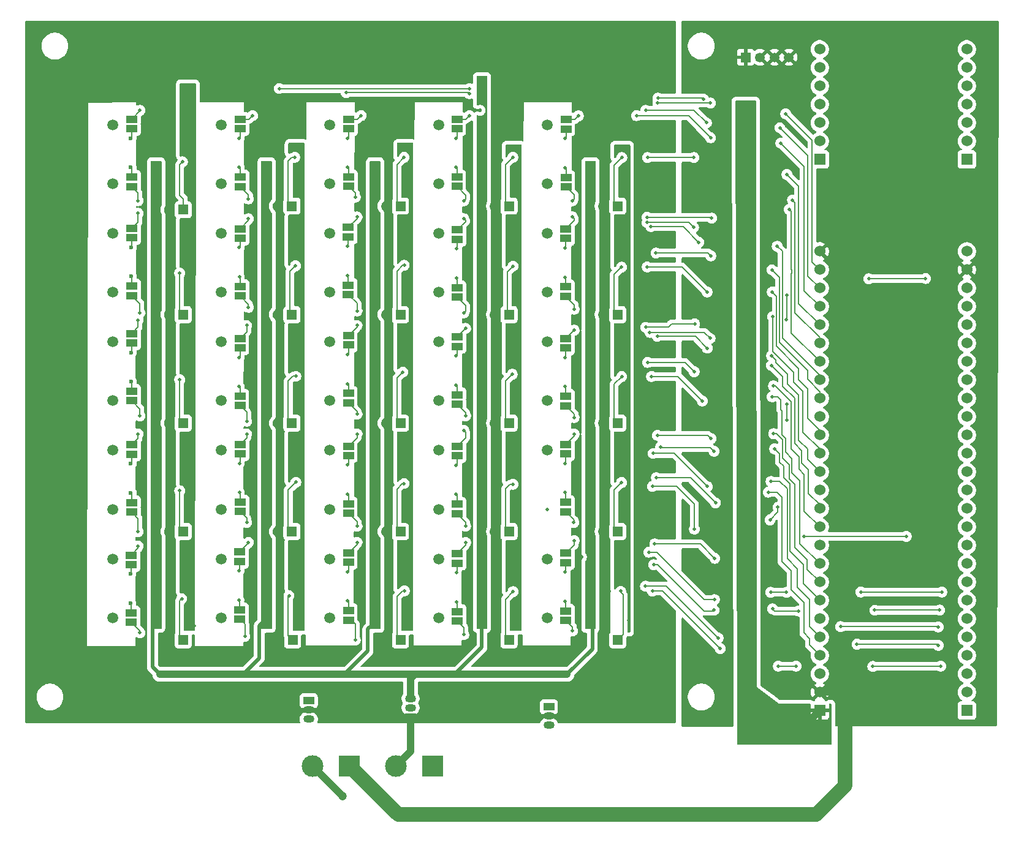
<source format=gbr>
%TF.GenerationSoftware,KiCad,Pcbnew,9.0.4*%
%TF.CreationDate,2025-10-06T13:07:04+13:00*%
%TF.ProjectId,sigProc_esfgrid_cct_IA,73696750-726f-4635-9f65-736667726964,rev?*%
%TF.SameCoordinates,Original*%
%TF.FileFunction,Copper,L2,Bot*%
%TF.FilePolarity,Positive*%
%FSLAX46Y46*%
G04 Gerber Fmt 4.6, Leading zero omitted, Abs format (unit mm)*
G04 Created by KiCad (PCBNEW 9.0.4) date 2025-10-06 13:07:04*
%MOMM*%
%LPD*%
G01*
G04 APERTURE LIST*
%TA.AperFunction,ComponentPad*%
%ADD10R,1.350000X1.350000*%
%TD*%
%TA.AperFunction,ComponentPad*%
%ADD11C,1.350000*%
%TD*%
%TA.AperFunction,ComponentPad*%
%ADD12R,1.500000X1.050000*%
%TD*%
%TA.AperFunction,ComponentPad*%
%ADD13O,1.500000X1.050000*%
%TD*%
%TA.AperFunction,ComponentPad*%
%ADD14R,3.000000X3.000000*%
%TD*%
%TA.AperFunction,ComponentPad*%
%ADD15C,3.000000*%
%TD*%
%TA.AperFunction,ComponentPad*%
%ADD16R,1.530000X1.530000*%
%TD*%
%TA.AperFunction,ComponentPad*%
%ADD17C,1.530000*%
%TD*%
%TA.AperFunction,SMDPad,CuDef*%
%ADD18R,1.500000X1.000000*%
%TD*%
%TA.AperFunction,ViaPad*%
%ADD19C,0.500000*%
%TD*%
%TA.AperFunction,ViaPad*%
%ADD20C,1.600000*%
%TD*%
%TA.AperFunction,ViaPad*%
%ADD21C,1.200000*%
%TD*%
%TA.AperFunction,ViaPad*%
%ADD22C,1.500000*%
%TD*%
%TA.AperFunction,ViaPad*%
%ADD23C,0.600000*%
%TD*%
%TA.AperFunction,Conductor*%
%ADD24C,0.200000*%
%TD*%
%TA.AperFunction,Conductor*%
%ADD25C,1.000000*%
%TD*%
%TA.AperFunction,Conductor*%
%ADD26C,2.000000*%
%TD*%
%TA.AperFunction,Conductor*%
%ADD27C,0.500000*%
%TD*%
G04 APERTURE END LIST*
D10*
%TO.P,J30,1,Pin_1*%
%TO.N,GNDA*%
X125775000Y-98350000D03*
D11*
%TO.P,J30,2,Pin_2*%
X125775000Y-100350000D03*
%TO.P,J30,3,Pin_3*%
X125775000Y-102350000D03*
%TO.P,J30,4,Pin_4*%
X125775000Y-104350000D03*
%TD*%
D10*
%TO.P,J29,1,Pin_1*%
%TO.N,GNDA*%
X192125000Y-44300000D03*
D11*
%TO.P,J29,2,Pin_2*%
X194125000Y-44300000D03*
%TO.P,J29,3,Pin_3*%
X196125000Y-44300000D03*
%TO.P,J29,4,Pin_4*%
X198125000Y-44300000D03*
%TD*%
D10*
%TO.P,J28,1,Pin_1*%
%TO.N,GNDA*%
X221425000Y-44175000D03*
D11*
%TO.P,J28,2,Pin_2*%
X223425000Y-44175000D03*
%TO.P,J28,3,Pin_3*%
X225425000Y-44175000D03*
%TO.P,J28,4,Pin_4*%
X227425000Y-44175000D03*
%TD*%
D10*
%TO.P,J18,1,Pin_1*%
%TO.N,/vo14*%
X143750000Y-109750000D03*
D11*
%TO.P,J18,2,Pin_2*%
%TO.N,GNDA*%
X141750000Y-109750000D03*
%TD*%
D10*
%TO.P,J6,1,Pin_1*%
%TO.N,/vo41*%
X188750000Y-64750000D03*
D11*
%TO.P,J6,2,Pin_2*%
%TO.N,GNDA*%
X186750000Y-64750000D03*
%TD*%
D10*
%TO.P,J27,1,Pin_1*%
%TO.N,/vo55*%
X203750000Y-124750000D03*
D11*
%TO.P,J27,2,Pin_2*%
%TO.N,GNDA*%
X201750000Y-124750000D03*
%TD*%
D10*
%TO.P,J13,1,Pin_1*%
%TO.N,/vo13*%
X143750000Y-94750000D03*
D11*
%TO.P,J13,2,Pin_2*%
%TO.N,GNDA*%
X141750000Y-94750000D03*
%TD*%
D12*
%TO.P,U1,1,VO*%
%TO.N,/vp*%
X161075000Y-133145000D03*
D13*
%TO.P,U1,2,GND*%
%TO.N,GNDA*%
X161075000Y-134415000D03*
%TO.P,U1,3,VI*%
%TO.N,/vp_in*%
X161075000Y-135685000D03*
%TD*%
D10*
%TO.P,J25,1,Pin_1*%
%TO.N,/vo35*%
X173750000Y-124750000D03*
D11*
%TO.P,J25,2,Pin_2*%
%TO.N,GNDA*%
X171750000Y-124750000D03*
%TD*%
D10*
%TO.P,J19,1,Pin_1*%
%TO.N,/vo24*%
X158750000Y-109750000D03*
D11*
%TO.P,J19,2,Pin_2*%
%TO.N,GNDA*%
X156750000Y-109750000D03*
%TD*%
D12*
%TO.P,U29,1,VO*%
%TO.N,/PSoC Power*%
X194250000Y-133980000D03*
D13*
%TO.P,U29,2,GND*%
%TO.N,GNDA*%
X194250000Y-135250000D03*
%TO.P,U29,3,VI*%
%TO.N,/vp_in*%
X194250000Y-136520000D03*
%TD*%
D10*
%TO.P,J16,1,Pin_1*%
%TO.N,/vo43*%
X188750000Y-94750000D03*
D11*
%TO.P,J16,2,Pin_2*%
%TO.N,GNDA*%
X186750000Y-94750000D03*
%TD*%
D10*
%TO.P,J8,1,Pin_1*%
%TO.N,/vo12*%
X143750000Y-79750000D03*
D11*
%TO.P,J8,2,Pin_2*%
%TO.N,GNDA*%
X141750000Y-79750000D03*
%TD*%
D14*
%TO.P,J2,1,Pin_1*%
%TO.N,Net-(J2-Pin_1)*%
X178215000Y-142155000D03*
D15*
%TO.P,J2,2,Pin_2*%
%TO.N,GNDA*%
X173135000Y-142155000D03*
%TD*%
D10*
%TO.P,J14,1,Pin_1*%
%TO.N,/vo23*%
X158750000Y-94750000D03*
D11*
%TO.P,J14,2,Pin_2*%
%TO.N,GNDA*%
X156750000Y-94750000D03*
%TD*%
D10*
%TO.P,J17,1,Pin_1*%
%TO.N,/vo53*%
X203750000Y-94750000D03*
D11*
%TO.P,J17,2,Pin_2*%
%TO.N,GNDA*%
X201750000Y-94750000D03*
%TD*%
D10*
%TO.P,J20,1,Pin_1*%
%TO.N,/vo34*%
X173750000Y-109750000D03*
D11*
%TO.P,J20,2,Pin_2*%
%TO.N,GNDA*%
X171750000Y-109750000D03*
%TD*%
D12*
%TO.P,U2,1,GND*%
%TO.N,GNDA*%
X175145000Y-135395000D03*
D13*
%TO.P,U2,2,VI*%
%TO.N,Net-(J2-Pin_1)*%
X175145000Y-134125000D03*
%TO.P,U2,3,VO*%
%TO.N,/vn*%
X175145000Y-132855000D03*
%TD*%
D14*
%TO.P,J1,1,Pin_1*%
%TO.N,GNDA*%
X166705000Y-142165000D03*
D15*
%TO.P,J1,2,Pin_2*%
%TO.N,/vp_in*%
X161625000Y-142165000D03*
%TD*%
D10*
%TO.P,J11,1,Pin_1*%
%TO.N,/vo42*%
X188750000Y-79750000D03*
D11*
%TO.P,J11,2,Pin_2*%
%TO.N,GNDA*%
X186750000Y-79750000D03*
%TD*%
D10*
%TO.P,J4,1,Pin_1*%
%TO.N,/vo21*%
X158750000Y-64750000D03*
D11*
%TO.P,J4,2,Pin_2*%
%TO.N,GNDA*%
X156750000Y-64750000D03*
%TD*%
D10*
%TO.P,J9,1,Pin_1*%
%TO.N,/vo22*%
X158750000Y-79750000D03*
D11*
%TO.P,J9,2,Pin_2*%
%TO.N,GNDA*%
X156750000Y-79750000D03*
%TD*%
D16*
%TO.P,U28,J1.1,P2.0/GPIO*%
%TO.N,unconnected-(U28B-P2.0{slash}GPIO-PadJ1.1)*%
X252000000Y-134500000D03*
D17*
%TO.P,U28,J1.2,P2.1/GPIO/LED*%
%TO.N,/vo55_out*%
X252000000Y-131960000D03*
%TO.P,U28,J1.3,P2.2/GPIO/SW*%
%TO.N,/vo45_out*%
X252000000Y-129420000D03*
%TO.P,U28,J1.4,P2.3/GPIO*%
%TO.N,/vo35_out*%
X252000000Y-126880000D03*
%TO.P,U28,J1.5,P2.4/GPIO*%
%TO.N,unconnected-(U28B-P2.4{slash}GPIO-PadJ1.5)*%
X252000000Y-124340000D03*
%TO.P,U28,J1.6,P2.5/GPIO*%
%TO.N,/vo25_out*%
X252000000Y-121800000D03*
%TO.P,U28,J1.7,P2.6/GPIO*%
%TO.N,/vo15_out*%
X252000000Y-119260000D03*
%TO.P,U28,J1.8,P2.7/GPIO*%
%TO.N,/vo54_out*%
X252000000Y-116720000D03*
%TO.P,U28,J1.9,P12.7/GPIO/UART_TX*%
%TO.N,unconnected-(U28B-P12.7{slash}GPIO{slash}UART_TX-PadJ1.9)*%
X252000000Y-114180000D03*
%TO.P,U28,J1.10,P12.6/GPIO/UART_RX*%
%TO.N,unconnected-(U28B-P12.6{slash}GPIO{slash}UART_RX-PadJ1.10)*%
X252000000Y-111640000D03*
%TO.P,U28,J1.11,P12.5/GPIO*%
%TO.N,unconnected-(U28B-P12.5{slash}GPIO-PadJ1.11)*%
X252000000Y-109100000D03*
%TO.P,U28,J1.12,P12.4/GPIO*%
%TO.N,unconnected-(U28B-P12.4{slash}GPIO-PadJ1.12)*%
X252000000Y-106560000D03*
%TO.P,U28,J1.13,P12.3/GPIO*%
%TO.N,unconnected-(U28B-P12.3{slash}GPIO-PadJ1.13)*%
X252000000Y-104020000D03*
%TO.P,U28,J1.14,P12.2/GPIO*%
%TO.N,unconnected-(U28B-P12.2{slash}GPIO-PadJ1.14)*%
X252000000Y-101480000D03*
%TO.P,U28,J1.15,P12.1/GPIO/I2C_SDA*%
%TO.N,unconnected-(U28B-P12.1{slash}GPIO{slash}I2C_SDA-PadJ1.15)*%
X252000000Y-98940000D03*
%TO.P,U28,J1.16,P12.0/GPIO/I2C_SCL*%
%TO.N,unconnected-(U28B-P12.0{slash}GPIO{slash}I2C_SCL-PadJ1.16)*%
X252000000Y-96400000D03*
%TO.P,U28,J1.17,P1.0/GPIO*%
%TO.N,unconnected-(U28B-P1.0{slash}GPIO-PadJ1.17)*%
X252000000Y-93860000D03*
%TO.P,U28,J1.18,P1.1/GPIO*%
%TO.N,unconnected-(U28B-P1.1{slash}GPIO-PadJ1.18)*%
X252000000Y-91320000D03*
%TO.P,U28,J1.19,P1.2/GPIO*%
%TO.N,unconnected-(U28B-P1.2{slash}GPIO-PadJ1.19)*%
X252000000Y-88780000D03*
%TO.P,U28,J1.20,P1.3/GPIO*%
%TO.N,unconnected-(U28B-P1.3{slash}GPIO-PadJ1.20)*%
X252000000Y-86240000D03*
%TO.P,U28,J1.21,P1.4/GPIO*%
%TO.N,unconnected-(U28B-P1.4{slash}GPIO-PadJ1.21)*%
X252000000Y-83700000D03*
%TO.P,U28,J1.22,P1.5/GPIO*%
%TO.N,unconnected-(U28B-P1.5{slash}GPIO-PadJ1.22)*%
X252000000Y-81160000D03*
%TO.P,U28,J1.23,P1.6/GPIO*%
%TO.N,unconnected-(U28B-P1.6{slash}GPIO-PadJ1.23)*%
X252000000Y-78620000D03*
%TO.P,U28,J1.24,P1.7/GPIO*%
%TO.N,/vo44_out*%
X252000000Y-76080000D03*
%TO.P,U28,J1.25,GND_J1*%
%TO.N,GNDA*%
X252000000Y-73540000D03*
%TO.P,U28,J1.26,VDDIO*%
%TO.N,unconnected-(U28B-VDDIO-PadJ1.26)*%
X252000000Y-71000000D03*
D16*
%TO.P,U28,J2.1,VDD*%
%TO.N,/PSoC Power*%
X231680000Y-134500000D03*
D17*
%TO.P,U28,J2.2,GND_J2*%
%TO.N,GNDA*%
X231680000Y-131960000D03*
%TO.P,U28,J2.3,RESET*%
%TO.N,unconnected-(U28B-RESET-PadJ2.3)*%
X231680000Y-129420000D03*
%TO.P,U28,J2.4,P0.7/GPIO*%
%TO.N,/vo34_out*%
X231680000Y-126880000D03*
%TO.P,U28,J2.5,P0.6/GPIO*%
%TO.N,/vo24_out*%
X231680000Y-124340000D03*
%TO.P,U28,J2.6,P0.5/GPIO*%
%TO.N,unconnected-(U28B-P0.5{slash}GPIO-PadJ2.6)*%
X231680000Y-121800000D03*
%TO.P,U28,J2.7,P0.4/GPIO/BYPASSCAP*%
%TO.N,/vo14_out*%
X231680000Y-119260000D03*
%TO.P,U28,J2.8,P0.3/GPIO/BYPASSCAP*%
%TO.N,/vo53_out*%
X231680000Y-116720000D03*
%TO.P,U28,J2.9,P0.2/GPIO/BYPASSCAP*%
%TO.N,/vo43_out*%
X231680000Y-114180000D03*
%TO.P,U28,J2.10,P0.1/GPIO*%
%TO.N,unconnected-(U28B-P0.1{slash}GPIO-PadJ2.10)*%
X231680000Y-111640000D03*
%TO.P,U28,J2.11,P0.0/GPIO*%
%TO.N,/vo33_out*%
X231680000Y-109100000D03*
%TO.P,U28,J2.12,P15.5/GPIO*%
%TO.N,/vo23_out*%
X231680000Y-106560000D03*
%TO.P,U28,J2.13,P15.4/GPIO/CMOD*%
%TO.N,unconnected-(U28B-P15.4{slash}GPIO{slash}CMOD-PadJ2.13)*%
X231680000Y-104020000D03*
%TO.P,U28,J2.14,P15.3/GPIO/XTAL_IN*%
%TO.N,/vo13_out*%
X231680000Y-101480000D03*
%TO.P,U28,J2.15,P15.2/GPIO/XTAL_OUT*%
%TO.N,/vo52_out*%
X231680000Y-98940000D03*
%TO.P,U28,J2.16,P15.1/GPIO*%
%TO.N,/vo42_out*%
X231680000Y-96400000D03*
%TO.P,U28,J2.17,P15.0/GPIO*%
%TO.N,unconnected-(U28B-P15.0{slash}GPIO-PadJ2.17)*%
X231680000Y-93860000D03*
%TO.P,U28,J2.18,P3.7/GPIO*%
%TO.N,/vo32_out*%
X231680000Y-91320000D03*
%TO.P,U28,J2.19,P3.6/GPIO*%
%TO.N,/vo22_out*%
X231680000Y-88780000D03*
%TO.P,U28,J2.20,P3.5/GPIO*%
%TO.N,/vo12_out*%
X231680000Y-86240000D03*
%TO.P,U28,J2.21,P3.4/GPIO*%
%TO.N,/vo51_out*%
X231680000Y-83700000D03*
%TO.P,U28,J2.22,P3.3/GPIO*%
%TO.N,/vo41_out*%
X231680000Y-81160000D03*
%TO.P,U28,J2.23,P3.2/GPIO/BYPASSCAP*%
%TO.N,/vo31_out*%
X231680000Y-78620000D03*
%TO.P,U28,J2.24,P3.1/GPIO*%
%TO.N,/vo21_out*%
X231680000Y-76080000D03*
%TO.P,U28,J2.25,P3.0/GPIO*%
%TO.N,/vo11_out*%
X231680000Y-73540000D03*
%TO.P,U28,J2.26,GND_J2*%
%TO.N,GNDA*%
X231680000Y-71000000D03*
D16*
%TO.P,U28,J8.1,GND_J8*%
%TO.N,unconnected-(U28A-GND_J8-PadJ8.1)*%
X231680000Y-58300000D03*
D17*
%TO.P,U28,J8.2,P3.0/GPIO*%
%TO.N,unconnected-(U28A-P3.0{slash}GPIO-PadJ8.2)*%
X231680000Y-55760000D03*
%TO.P,U28,J8.3,P3.4/GPIO*%
%TO.N,unconnected-(U28A-P3.4{slash}GPIO-PadJ8.3)*%
X231680000Y-53220000D03*
%TO.P,U28,J8.4,P3.5/GPIO*%
%TO.N,unconnected-(U28A-P3.5{slash}GPIO-PadJ8.4)*%
X231680000Y-50680000D03*
%TO.P,U28,J8.5,P3.6/GPIO*%
%TO.N,unconnected-(U28A-P3.6{slash}GPIO-PadJ8.5)*%
X231680000Y-48140000D03*
%TO.P,U28,J8.6,P0.0/GPIO*%
%TO.N,unconnected-(U28A-P0.0{slash}GPIO-PadJ8.6)*%
X231680000Y-45600000D03*
%TO.P,U28,J8.7,P0.1/GPIO*%
%TO.N,unconnected-(U28A-P0.1{slash}GPIO-PadJ8.7)*%
X231680000Y-43060000D03*
D16*
%TO.P,U28,J9.1,VBUS*%
%TO.N,unconnected-(U28A-VBUS-PadJ9.1)*%
X252000000Y-58300000D03*
D17*
%TO.P,U28,J9.2,GND_J9*%
%TO.N,unconnected-(U28A-GND_J9-PadJ9.2)*%
X252000000Y-55760000D03*
%TO.P,U28,J9.3,P12.5/GPIO*%
%TO.N,unconnected-(U28A-P12.5{slash}GPIO-PadJ9.3)*%
X252000000Y-53220000D03*
%TO.P,U28,J9.4,P12.0/GPIO/I2C_SCL*%
%TO.N,unconnected-(U28A-P12.0{slash}GPIO{slash}I2C_SCL-PadJ9.4)*%
X252000000Y-50680000D03*
%TO.P,U28,J9.5,P12.1/GPIO/I2C_SDA*%
%TO.N,unconnected-(U28A-P12.1{slash}GPIO{slash}I2C_SDA-PadJ9.5)*%
X252000000Y-48140000D03*
%TO.P,U28,J9.6,P12.6/GPIO/UART_RX*%
%TO.N,unconnected-(U28A-P12.6{slash}GPIO{slash}UART_RX-PadJ9.6)*%
X252000000Y-45600000D03*
%TO.P,U28,J9.7,P12.7/GPIO/UART_TX*%
%TO.N,unconnected-(U28A-P12.7{slash}GPIO{slash}UART_TX-PadJ9.7)*%
X252000000Y-43060000D03*
%TD*%
D10*
%TO.P,J21,1,Pin_1*%
%TO.N,/vo44*%
X188750000Y-109750000D03*
D11*
%TO.P,J21,2,Pin_2*%
%TO.N,GNDA*%
X186750000Y-109750000D03*
%TD*%
D10*
%TO.P,J7,1,Pin_1*%
%TO.N,/vo51*%
X203750000Y-64750000D03*
D11*
%TO.P,J7,2,Pin_2*%
%TO.N,GNDA*%
X201750000Y-64750000D03*
%TD*%
D10*
%TO.P,J5,1,Pin_1*%
%TO.N,/vo31*%
X173750000Y-64750000D03*
D11*
%TO.P,J5,2,Pin_2*%
%TO.N,GNDA*%
X171750000Y-64750000D03*
%TD*%
D10*
%TO.P,J3,1,Pin_1*%
%TO.N,/vo11*%
X143750000Y-65250000D03*
D11*
%TO.P,J3,2,Pin_2*%
%TO.N,GNDA*%
X141750000Y-65250000D03*
%TD*%
D10*
%TO.P,J15,1,Pin_1*%
%TO.N,/vo33*%
X173750000Y-94750000D03*
D11*
%TO.P,J15,2,Pin_2*%
%TO.N,GNDA*%
X171750000Y-94750000D03*
%TD*%
D10*
%TO.P,J10,1,Pin_1*%
%TO.N,/vo32*%
X173750000Y-79750000D03*
D11*
%TO.P,J10,2,Pin_2*%
%TO.N,GNDA*%
X171750000Y-79750000D03*
%TD*%
D10*
%TO.P,J24,1,Pin_1*%
%TO.N,/vo25*%
X158850000Y-124750000D03*
D11*
%TO.P,J24,2,Pin_2*%
%TO.N,GNDA*%
X156850000Y-124750000D03*
%TD*%
D10*
%TO.P,J26,1,Pin_1*%
%TO.N,/vo45*%
X188750000Y-124750000D03*
D11*
%TO.P,J26,2,Pin_2*%
%TO.N,GNDA*%
X186750000Y-124750000D03*
%TD*%
D10*
%TO.P,J22,1,Pin_1*%
%TO.N,/vo54*%
X203750000Y-109750000D03*
D11*
%TO.P,J22,2,Pin_2*%
%TO.N,GNDA*%
X201750000Y-109750000D03*
%TD*%
D10*
%TO.P,J23,1,Pin_1*%
%TO.N,/vo15*%
X143750000Y-124750000D03*
D11*
%TO.P,J23,2,Pin_2*%
%TO.N,GNDA*%
X141750000Y-124750000D03*
%TD*%
D10*
%TO.P,J12,1,Pin_1*%
%TO.N,/vo52*%
X203750000Y-79750000D03*
D11*
%TO.P,J12,2,Pin_2*%
%TO.N,GNDA*%
X201750000Y-79750000D03*
%TD*%
D18*
%TO.P,JP26,1,A*%
%TO.N,Net-(JP26-A)*%
X166570000Y-90645000D03*
%TO.P,JP26,2,B*%
%TO.N,Net-(JP26-B)*%
X166570000Y-91945000D03*
%TD*%
%TO.P,JP10,1,A*%
%TO.N,Net-(JP10-A)*%
X196610000Y-60780000D03*
%TO.P,JP10,2,B*%
%TO.N,Net-(JP10-B)*%
X196610000Y-62080000D03*
%TD*%
%TO.P,JP21,1,A*%
%TO.N,Net-(JP21-A)*%
X136620000Y-82380000D03*
%TO.P,JP21,2,B*%
%TO.N,Net-(JP21-B)*%
X136620000Y-83680000D03*
%TD*%
%TO.P,JP36,1,A*%
%TO.N,Net-(JP36-A)*%
X166570000Y-105930000D03*
%TO.P,JP36,2,B*%
%TO.N,Net-(JP36-B)*%
X166570000Y-107230000D03*
%TD*%
%TO.P,JP7,1,A*%
%TO.N,Net-(JP7-A)*%
X181557600Y-52742500D03*
%TO.P,JP7,2,B*%
%TO.N,Net-(JP7-B)*%
X181557600Y-54042500D03*
%TD*%
%TO.P,JP23,1,A*%
%TO.N,Net-(JP23-A)*%
X151570000Y-83040000D03*
%TO.P,JP23,2,B*%
%TO.N,Net-(JP23-B)*%
X151570000Y-84340000D03*
%TD*%
%TO.P,JP31,1,A*%
%TO.N,Net-(JP31-A)*%
X136610000Y-97750000D03*
%TO.P,JP31,2,B*%
%TO.N,Net-(JP31-B)*%
X136610000Y-99050000D03*
%TD*%
%TO.P,JP18,1,A*%
%TO.N,Net-(JP18-A)*%
X181580000Y-76030000D03*
%TO.P,JP18,2,B*%
%TO.N,Net-(JP18-B)*%
X181580000Y-77330000D03*
%TD*%
%TO.P,JP1,1,A*%
%TO.N,Net-(JP1-A)*%
X136607600Y-52760000D03*
%TO.P,JP1,2,B*%
%TO.N,Net-(JP1-B)*%
X136607600Y-54060000D03*
%TD*%
%TO.P,JP50,1,A*%
%TO.N,Net-(JP50-A)*%
X196590000Y-120730000D03*
%TO.P,JP50,2,B*%
%TO.N,Net-(JP50-B)*%
X196590000Y-122030000D03*
%TD*%
%TO.P,JP8,1,A*%
%TO.N,Net-(JP8-A)*%
X181557600Y-60732500D03*
%TO.P,JP8,2,B*%
%TO.N,Net-(JP8-B)*%
X181557600Y-62032500D03*
%TD*%
%TO.P,JP17,1,A*%
%TO.N,Net-(JP17-A)*%
X181580000Y-68040000D03*
%TO.P,JP17,2,B*%
%TO.N,Net-(JP17-B)*%
X181580000Y-69340000D03*
%TD*%
%TO.P,JP41,1,A*%
%TO.N,Net-(JP41-A)*%
X136557600Y-113010000D03*
%TO.P,JP41,2,B*%
%TO.N,Net-(JP41-B)*%
X136557600Y-114310000D03*
%TD*%
%TO.P,JP4,1,A*%
%TO.N,Net-(JP4-A)*%
X151597600Y-60737500D03*
%TO.P,JP4,2,B*%
%TO.N,Net-(JP4-B)*%
X151597600Y-62037500D03*
%TD*%
%TO.P,JP29,1,A*%
%TO.N,Net-(JP29-A)*%
X196600000Y-83060000D03*
%TO.P,JP29,2,B*%
%TO.N,Net-(JP29-B)*%
X196600000Y-84360000D03*
%TD*%
%TO.P,JP33,1,A*%
%TO.N,Net-(JP33-A)*%
X151607500Y-97692500D03*
%TO.P,JP33,2,B*%
%TO.N,Net-(JP33-B)*%
X151607500Y-98992500D03*
%TD*%
%TO.P,JP34,1,A*%
%TO.N,Net-(JP34-A)*%
X151607500Y-105682500D03*
%TO.P,JP34,2,B*%
%TO.N,Net-(JP34-B)*%
X151607500Y-106982500D03*
%TD*%
%TO.P,JP5,1,A*%
%TO.N,Net-(JP5-A)*%
X166585000Y-52740000D03*
%TO.P,JP5,2,B*%
%TO.N,Net-(JP5-B)*%
X166585000Y-54040000D03*
%TD*%
%TO.P,JP16,1,A*%
%TO.N,Net-(JP16-A)*%
X166550000Y-75690000D03*
%TO.P,JP16,2,B*%
%TO.N,Net-(JP16-B)*%
X166550000Y-76990000D03*
%TD*%
%TO.P,JP47,1,A*%
%TO.N,Net-(JP47-A)*%
X181580000Y-112810000D03*
%TO.P,JP47,2,B*%
%TO.N,Net-(JP47-B)*%
X181580000Y-114110000D03*
%TD*%
%TO.P,JP40,1,A*%
%TO.N,Net-(JP40-A)*%
X196580000Y-105710000D03*
%TO.P,JP40,2,B*%
%TO.N,Net-(JP40-B)*%
X196580000Y-107010000D03*
%TD*%
%TO.P,JP2,1,A*%
%TO.N,Net-(JP2-A)*%
X136607600Y-60750000D03*
%TO.P,JP2,2,B*%
%TO.N,Net-(JP2-B)*%
X136607600Y-62050000D03*
%TD*%
%TO.P,JP44,1,A*%
%TO.N,Net-(JP44-A)*%
X151550000Y-120570000D03*
%TO.P,JP44,2,B*%
%TO.N,Net-(JP44-B)*%
X151550000Y-121870000D03*
%TD*%
%TO.P,JP32,1,A*%
%TO.N,Net-(JP32-A)*%
X136610000Y-105740000D03*
%TO.P,JP32,2,B*%
%TO.N,Net-(JP32-B)*%
X136610000Y-107040000D03*
%TD*%
%TO.P,JP24,1,A*%
%TO.N,Net-(JP24-A)*%
X151570000Y-91030000D03*
%TO.P,JP24,2,B*%
%TO.N,Net-(JP24-B)*%
X151570000Y-92330000D03*
%TD*%
%TO.P,JP46,1,A*%
%TO.N,Net-(JP46-A)*%
X166562500Y-120690000D03*
%TO.P,JP46,2,B*%
%TO.N,Net-(JP46-B)*%
X166562500Y-121990000D03*
%TD*%
%TO.P,JP15,1,A*%
%TO.N,Net-(JP15-A)*%
X166550000Y-67700000D03*
%TO.P,JP15,2,B*%
%TO.N,Net-(JP15-B)*%
X166550000Y-69000000D03*
%TD*%
%TO.P,JP38,1,A*%
%TO.N,Net-(JP38-A)*%
X181570000Y-105960000D03*
%TO.P,JP38,2,B*%
%TO.N,Net-(JP38-B)*%
X181570000Y-107260000D03*
%TD*%
%TO.P,JP43,1,A*%
%TO.N,Net-(JP43-A)*%
X151550000Y-112580000D03*
%TO.P,JP43,2,B*%
%TO.N,Net-(JP43-B)*%
X151550000Y-113880000D03*
%TD*%
%TO.P,JP39,1,A*%
%TO.N,Net-(JP39-A)*%
X196580000Y-97720000D03*
%TO.P,JP39,2,B*%
%TO.N,Net-(JP39-B)*%
X196580000Y-99020000D03*
%TD*%
%TO.P,JP35,1,A*%
%TO.N,Net-(JP35-A)*%
X166570000Y-97940000D03*
%TO.P,JP35,2,B*%
%TO.N,Net-(JP35-B)*%
X166570000Y-99240000D03*
%TD*%
%TO.P,JP30,1,A*%
%TO.N,Net-(JP30-A)*%
X196600000Y-91050000D03*
%TO.P,JP30,2,B*%
%TO.N,Net-(JP30-B)*%
X196600000Y-92350000D03*
%TD*%
%TO.P,JP27,1,A*%
%TO.N,Net-(JP27-A)*%
X181565000Y-82840000D03*
%TO.P,JP27,2,B*%
%TO.N,Net-(JP27-B)*%
X181565000Y-84140000D03*
%TD*%
%TO.P,JP6,1,A*%
%TO.N,Net-(JP6-A)*%
X166585000Y-60730000D03*
%TO.P,JP6,2,B*%
%TO.N,Net-(JP6-B)*%
X166585000Y-62030000D03*
%TD*%
%TO.P,JP19,1,A*%
%TO.N,Net-(JP19-A)*%
X196580000Y-67925000D03*
%TO.P,JP19,2,B*%
%TO.N,Net-(JP19-B)*%
X196580000Y-69225000D03*
%TD*%
%TO.P,JP22,1,A*%
%TO.N,Net-(JP22-A)*%
X136620000Y-90370000D03*
%TO.P,JP22,2,B*%
%TO.N,Net-(JP22-B)*%
X136620000Y-91670000D03*
%TD*%
%TO.P,JP11,1,A*%
%TO.N,Net-(JP11-A)*%
X136630000Y-67820000D03*
%TO.P,JP11,2,B*%
%TO.N,Net-(JP11-B)*%
X136630000Y-69120000D03*
%TD*%
%TO.P,JP42,1,A*%
%TO.N,Net-(JP42-A)*%
X136557600Y-121000000D03*
%TO.P,JP42,2,B*%
%TO.N,Net-(JP42-B)*%
X136557600Y-122300000D03*
%TD*%
%TO.P,JP45,1,A*%
%TO.N,Net-(JP45-A)*%
X166562500Y-112700000D03*
%TO.P,JP45,2,B*%
%TO.N,Net-(JP45-B)*%
X166562500Y-114000000D03*
%TD*%
%TO.P,JP14,1,A*%
%TO.N,Net-(JP14-A)*%
X151600000Y-75870000D03*
%TO.P,JP14,2,B*%
%TO.N,Net-(JP14-B)*%
X151600000Y-77170000D03*
%TD*%
%TO.P,JP13,1,A*%
%TO.N,Net-(JP13-A)*%
X151600000Y-67880000D03*
%TO.P,JP13,2,B*%
%TO.N,Net-(JP13-B)*%
X151600000Y-69180000D03*
%TD*%
%TO.P,JP37,1,A*%
%TO.N,Net-(JP37-A)*%
X181570000Y-97970000D03*
%TO.P,JP37,2,B*%
%TO.N,Net-(JP37-B)*%
X181570000Y-99270000D03*
%TD*%
%TO.P,JP48,1,A*%
%TO.N,Net-(JP48-A)*%
X181580000Y-120800000D03*
%TO.P,JP48,2,B*%
%TO.N,Net-(JP48-B)*%
X181580000Y-122100000D03*
%TD*%
%TO.P,JP3,1,A*%
%TO.N,Net-(JP3-A)*%
X151597600Y-52747500D03*
%TO.P,JP3,2,B*%
%TO.N,Net-(JP3-B)*%
X151597600Y-54047500D03*
%TD*%
%TO.P,JP9,1,A*%
%TO.N,Net-(JP9-A)*%
X196610000Y-52790000D03*
%TO.P,JP9,2,B*%
%TO.N,Net-(JP9-B)*%
X196610000Y-54090000D03*
%TD*%
%TO.P,JP25,1,A*%
%TO.N,Net-(JP25-A)*%
X166570000Y-82655000D03*
%TO.P,JP25,2,B*%
%TO.N,Net-(JP25-B)*%
X166570000Y-83955000D03*
%TD*%
%TO.P,JP20,1,A*%
%TO.N,Net-(JP20-A)*%
X196580000Y-75915000D03*
%TO.P,JP20,2,B*%
%TO.N,Net-(JP20-B)*%
X196580000Y-77215000D03*
%TD*%
%TO.P,JP28,1,A*%
%TO.N,Net-(JP28-A)*%
X181565000Y-90830000D03*
%TO.P,JP28,2,B*%
%TO.N,Net-(JP28-B)*%
X181565000Y-92130000D03*
%TD*%
%TO.P,JP49,1,A*%
%TO.N,Net-(JP49-A)*%
X196590000Y-112740000D03*
%TO.P,JP49,2,B*%
%TO.N,Net-(JP49-B)*%
X196590000Y-114040000D03*
%TD*%
%TO.P,JP12,1,A*%
%TO.N,Net-(JP12-A)*%
X136630000Y-75810000D03*
%TO.P,JP12,2,B*%
%TO.N,Net-(JP12-B)*%
X136630000Y-77110000D03*
%TD*%
D19*
%TO.N,/vo54_out*%
X229475000Y-110400000D03*
%TO.N,/vo25_out*%
X228775000Y-120734000D03*
X225147781Y-120427219D03*
%TO.N,/vo55_out*%
X228425000Y-128354000D03*
X225950000Y-128354000D03*
%TO.N,/vo15_out*%
X227075000Y-118133470D03*
X224900000Y-118133470D03*
%TO.N,/vo44_out*%
X227150000Y-92175000D03*
X227150000Y-94375000D03*
X225900000Y-106375000D03*
X224812500Y-108137500D03*
%TO.N,/vo55*%
X217925000Y-125925000D03*
X208550000Y-117980000D03*
%TO.N,/vo45*%
X217625000Y-124475000D03*
X207600000Y-117311000D03*
%TO.N,/vo35*%
X217075000Y-120625000D03*
X208725000Y-114325000D03*
%TO.N,/vo25*%
X217125000Y-119150000D03*
X208050000Y-112612500D03*
%TO.N,/vo15*%
X217175000Y-113450000D03*
X208875000Y-111450000D03*
%TO.N,/vo54*%
X214350000Y-109400000D03*
X208550000Y-103500000D03*
%TO.N,/vo44*%
X217275000Y-105775000D03*
X209100000Y-102301000D03*
%TO.N,/vo34*%
X208650000Y-98950000D03*
X216137500Y-103512500D03*
%TO.N,/vo24*%
X217079030Y-98645970D03*
X209700000Y-98020955D03*
%TO.N,/vo14*%
X216637500Y-96887500D03*
X209250000Y-96450000D03*
%TO.N,/vo53*%
X215462500Y-91687500D03*
X208450000Y-88300000D03*
%TO.N,/vo43*%
X214325000Y-87650000D03*
X207875000Y-86361000D03*
%TO.N,/vo33*%
X216150000Y-84400000D03*
X209225000Y-82750000D03*
%TO.N,/vo23*%
X216525000Y-83025000D03*
X208200000Y-82200000D03*
%TO.N,/vo13*%
X214400000Y-81037500D03*
X207625000Y-81500000D03*
%TO.N,/vo52*%
X216112500Y-76612500D03*
X207850000Y-73165000D03*
%TO.N,/vo42*%
X216625000Y-71625000D03*
X209050000Y-71226000D03*
%TO.N,/vo32*%
X214966939Y-69741939D03*
X208350000Y-67575000D03*
%TO.N,/vo22*%
X214237392Y-67687608D03*
X207825000Y-67025000D03*
%TO.N,/vo12*%
X216725000Y-66400000D03*
X207800000Y-66299000D03*
%TO.N,/vo51*%
X214275000Y-58030000D03*
X207875000Y-58030000D03*
%TO.N,/vo41*%
X216597781Y-55302219D03*
X206350000Y-52250000D03*
%TO.N,/vo31*%
X216022780Y-53227220D03*
X207625000Y-51500000D03*
%TO.N,/vo21*%
X216575000Y-50500000D03*
X209299562Y-50512040D03*
%TO.N,/vo11*%
X215600000Y-49950000D03*
X209325000Y-49812500D03*
%TO.N,/vo13_out*%
X225023591Y-85451409D03*
%TO.N,/vo52_out*%
X225148000Y-80035500D03*
%TO.N,/vo42_out*%
X225112500Y-76612500D03*
%TO.N,/vo32_out*%
X225062500Y-73562500D03*
%TO.N,/vo22_out*%
X225800000Y-70300000D03*
%TO.N,/vo11_out*%
X226975000Y-51975000D03*
%TO.N,/vo31_out*%
X226287500Y-56037500D03*
%TO.N,/vo21_out*%
X226162500Y-53912500D03*
%TO.N,/vo12_out*%
X227450000Y-65200000D03*
%TO.N,/vo51_out*%
X227900000Y-63900000D03*
%TO.N,/vo41_out*%
X227137500Y-60387500D03*
%TO.N,GNDA*%
X224425000Y-58000000D03*
X224375000Y-61450000D03*
X224300000Y-66275000D03*
X224150000Y-74050000D03*
X224175000Y-80325000D03*
%TO.N,/vo44_out*%
X227100000Y-77050000D03*
X227050000Y-80425000D03*
D20*
%TO.N,/PSoC Power*%
X223150000Y-137400000D03*
D21*
%TO.N,/vp_in*%
X165750000Y-146290000D03*
D19*
%TO.N,GNDA*%
X168500000Y-98250000D03*
X154068715Y-51424632D03*
X198500000Y-68250000D03*
X168500000Y-83000000D03*
X171835000Y-63000000D03*
X153500000Y-113000000D03*
X201830000Y-78000000D03*
X169293583Y-51727626D03*
X224150000Y-100675000D03*
X156852500Y-107537500D03*
X141875000Y-77665000D03*
X201845000Y-92905000D03*
X224200000Y-127650000D03*
X183500000Y-113250000D03*
X168500000Y-68250000D03*
X224150000Y-94475000D03*
X186820000Y-108000000D03*
X153500000Y-83500000D03*
X171820000Y-93000000D03*
X141802600Y-122855000D03*
X224100000Y-50525000D03*
X224150000Y-87525000D03*
X186825000Y-77885000D03*
X153500000Y-68250000D03*
X186807600Y-63000000D03*
X224350000Y-114800000D03*
X156845000Y-77725000D03*
X156815000Y-92885000D03*
X156800000Y-122750000D03*
X224146370Y-106696372D03*
X171820000Y-108000000D03*
X139302252Y-51721366D03*
X201830000Y-108000000D03*
X201840000Y-123000000D03*
X138500000Y-98250000D03*
X168500000Y-113250000D03*
X224350000Y-121700000D03*
X171800000Y-78000000D03*
X198500000Y-98000000D03*
X171812500Y-123000000D03*
X141852600Y-62605000D03*
X198500000Y-83500000D03*
X153500000Y-98250000D03*
X152750000Y-48250000D03*
X141855000Y-107595000D03*
X141865000Y-92225000D03*
X201860000Y-63000000D03*
X138500000Y-68250000D03*
X138500000Y-113500000D03*
X184750000Y-51500000D03*
X198750000Y-113250000D03*
X183500000Y-68500000D03*
X183500000Y-83250000D03*
X198500000Y-53250000D03*
X156842600Y-62592500D03*
X186815000Y-93000000D03*
X183500000Y-98500000D03*
X186830000Y-123000000D03*
X138500000Y-83000000D03*
%TO.N,/vn*%
X200250000Y-77250000D03*
X200250000Y-122250000D03*
X155013910Y-121986091D03*
X170250000Y-107235000D03*
X200250000Y-62250000D03*
X139500000Y-61750000D03*
X185250000Y-107250000D03*
X185000000Y-122250000D03*
X170250000Y-77000000D03*
X139500000Y-106750000D03*
X170250000Y-92000000D03*
X139750000Y-91500000D03*
X139750000Y-76750000D03*
X170250000Y-122000000D03*
X170250000Y-62250000D03*
X155000000Y-77175000D03*
X185500000Y-62000000D03*
X155250000Y-107000000D03*
X185250000Y-92250000D03*
X200250000Y-107000000D03*
X200250000Y-92355000D03*
X139500000Y-121500000D03*
X155000000Y-62000000D03*
D21*
X185000000Y-47500000D03*
D19*
X155000000Y-92250000D03*
X185000000Y-77250000D03*
D22*
%TO.N,/vs1_11*%
X134007600Y-53521852D03*
%TO.N,/vs2_11*%
X134005915Y-61663689D03*
D21*
%TO.N,/vp*%
X144500000Y-49250000D03*
D19*
X190000000Y-92250000D03*
X174500000Y-116750000D03*
X159750000Y-77500000D03*
X175000000Y-92250000D03*
X174481099Y-71810448D03*
X205000000Y-62500000D03*
X144750000Y-62250000D03*
X144250000Y-86750000D03*
X189750000Y-107500000D03*
X205000000Y-107250000D03*
X159375000Y-116625000D03*
X204500000Y-116750000D03*
X160000000Y-122500000D03*
X189500000Y-102000000D03*
X189750000Y-122250000D03*
X144000000Y-117500000D03*
X205000000Y-77500000D03*
X189750000Y-62250000D03*
X159000000Y-56750000D03*
X159750000Y-92500000D03*
X145250000Y-122750000D03*
X190000000Y-77500000D03*
X174500000Y-86750000D03*
X204500000Y-56750000D03*
X145000000Y-77500000D03*
X174500000Y-102000000D03*
X159500000Y-71750000D03*
X189500000Y-87000000D03*
X175000000Y-107500000D03*
X159000000Y-86500000D03*
X159750000Y-107250000D03*
X205000000Y-92500000D03*
X144500000Y-57000000D03*
X174250000Y-56750000D03*
X204500000Y-87000000D03*
X175000000Y-122250000D03*
X205250000Y-122000000D03*
X159750000Y-62250000D03*
X189500000Y-116750000D03*
X204500000Y-101750000D03*
X145000000Y-105250000D03*
X144500000Y-72250000D03*
X145000000Y-92000000D03*
X175000000Y-62250000D03*
X189500000Y-72000000D03*
X204500000Y-72000000D03*
X144000000Y-102250000D03*
X174750000Y-77250000D03*
X159250000Y-101750000D03*
X189250000Y-56750000D03*
%TO.N,Net-(JP2-B)*%
X137500000Y-64000000D03*
D23*
%TO.N,Net-(JP2-A)*%
X136490100Y-59410000D03*
D19*
%TO.N,Net-(JP1-A)*%
X137750000Y-51500000D03*
D23*
%TO.N,Net-(JP1-B)*%
X136487600Y-55380000D03*
D19*
%TO.N,/vo11*%
X183250000Y-48500000D03*
X143625000Y-58625000D03*
X157000000Y-48500000D03*
%TO.N,Net-(JP3-B)*%
X151477600Y-55367500D03*
%TO.N,Net-(JP3-A)*%
X153327600Y-52237500D03*
%TO.N,Net-(JP4-A)*%
X151480100Y-59397500D03*
%TO.N,Net-(JP4-B)*%
X152750000Y-63750000D03*
%TO.N,Net-(JP5-A)*%
X168315000Y-52230000D03*
%TO.N,Net-(JP5-B)*%
X166465000Y-55360000D03*
%TO.N,Net-(JP6-A)*%
X166467500Y-59390000D03*
%TO.N,Net-(JP6-B)*%
X167500000Y-63500000D03*
%TO.N,Net-(JP7-A)*%
X183287600Y-52232500D03*
%TO.N,Net-(JP7-B)*%
X181437600Y-55362500D03*
%TO.N,Net-(JP8-B)*%
X182500000Y-64000000D03*
%TO.N,Net-(JP8-A)*%
X181440100Y-59392500D03*
%TO.N,Net-(JP9-B)*%
X196490000Y-55410000D03*
%TO.N,Net-(JP9-A)*%
X198340000Y-52280000D03*
%TO.N,Net-(JP10-B)*%
X197500000Y-64000000D03*
%TO.N,Net-(JP10-A)*%
X196492500Y-59440000D03*
D23*
%TO.N,Net-(JP11-B)*%
X136510000Y-70440000D03*
D19*
%TO.N,Net-(JP11-A)*%
X137500000Y-65750000D03*
D23*
%TO.N,Net-(JP12-A)*%
X136512500Y-74470000D03*
D19*
%TO.N,Net-(JP12-B)*%
X137750000Y-79500000D03*
%TO.N,Net-(JP13-B)*%
X151480000Y-70500000D03*
%TO.N,Net-(JP13-A)*%
X152750000Y-66500000D03*
%TO.N,Net-(JP14-B)*%
X152750000Y-78750000D03*
%TO.N,Net-(JP14-A)*%
X151482500Y-74530000D03*
%TO.N,Net-(JP15-B)*%
X166430000Y-70320000D03*
%TO.N,Net-(JP15-A)*%
X167750000Y-66250000D03*
%TO.N,Net-(JP16-A)*%
X166432500Y-74350000D03*
%TO.N,Net-(JP16-B)*%
X167750000Y-79250000D03*
%TO.N,Net-(JP17-A)*%
X182500000Y-66500000D03*
%TO.N,Net-(JP17-B)*%
X181460000Y-70660000D03*
%TO.N,Net-(JP18-A)*%
X181462500Y-74690000D03*
%TO.N,Net-(JP18-B)*%
X182500000Y-79500000D03*
%TO.N,Net-(JP19-B)*%
X196460000Y-70545000D03*
%TO.N,Net-(JP19-A)*%
X197500000Y-66250000D03*
%TO.N,Net-(JP20-B)*%
X197750000Y-79000000D03*
%TO.N,Net-(JP20-A)*%
X196462500Y-74575000D03*
%TO.N,Net-(JP21-A)*%
X137500000Y-80500000D03*
D23*
%TO.N,Net-(JP21-B)*%
X136500000Y-85000000D03*
D19*
%TO.N,Net-(JP22-B)*%
X137750000Y-93750000D03*
D23*
%TO.N,Net-(JP22-A)*%
X136502500Y-89030000D03*
D19*
%TO.N,Net-(JP23-A)*%
X152500000Y-81250000D03*
%TO.N,Net-(JP23-B)*%
X151450000Y-85660000D03*
%TO.N,Net-(JP24-A)*%
X151452500Y-89690000D03*
%TO.N,Net-(JP24-B)*%
X152500000Y-94500000D03*
%TO.N,Net-(JP25-B)*%
X166450000Y-85275000D03*
%TO.N,Net-(JP25-A)*%
X167750000Y-81250000D03*
%TO.N,Net-(JP26-B)*%
X167750000Y-93500000D03*
%TO.N,Net-(JP26-A)*%
X166452500Y-89305000D03*
%TO.N,Net-(JP27-B)*%
X181445000Y-85460000D03*
%TO.N,Net-(JP27-A)*%
X182750000Y-81655000D03*
%TO.N,Net-(JP28-A)*%
X181447500Y-89490000D03*
%TO.N,Net-(JP28-B)*%
X182750000Y-93750000D03*
%TO.N,Net-(JP29-A)*%
X197750000Y-81910000D03*
%TO.N,Net-(JP29-B)*%
X196480000Y-85680000D03*
%TO.N,Net-(JP30-A)*%
X196482500Y-89710000D03*
%TO.N,Net-(JP30-B)*%
X197724000Y-93974000D03*
%TO.N,Net-(JP31-A)*%
X137500000Y-96250000D03*
D23*
%TO.N,Net-(JP31-B)*%
X136490000Y-100370000D03*
%TO.N,Net-(JP32-A)*%
X136492500Y-104400000D03*
D19*
%TO.N,Net-(JP32-B)*%
X137500000Y-109750000D03*
%TO.N,Net-(JP33-A)*%
X152500000Y-96250000D03*
%TO.N,Net-(JP33-B)*%
X151487500Y-100312500D03*
%TO.N,Net-(JP34-A)*%
X151490000Y-104342500D03*
%TO.N,Net-(JP34-B)*%
X152500000Y-108500000D03*
%TO.N,Net-(JP35-A)*%
X167750000Y-96250000D03*
%TO.N,Net-(JP35-B)*%
X166450000Y-100560000D03*
%TO.N,Net-(JP36-B)*%
X167750000Y-109000000D03*
%TO.N,Net-(JP36-A)*%
X166452500Y-104590000D03*
%TO.N,Net-(JP37-A)*%
X182500000Y-95750000D03*
%TO.N,Net-(JP37-B)*%
X181450000Y-100590000D03*
%TO.N,Net-(JP38-B)*%
X182750000Y-109000000D03*
%TO.N,Net-(JP38-A)*%
X181452500Y-104620000D03*
%TO.N,Net-(JP39-A)*%
X197750000Y-96250000D03*
%TO.N,Net-(JP39-B)*%
X196460000Y-100340000D03*
%TO.N,Net-(JP40-B)*%
X197704000Y-108500000D03*
%TO.N,Net-(JP40-A)*%
X196462500Y-104370000D03*
D23*
%TO.N,Net-(JP41-B)*%
X136437600Y-115630000D03*
D19*
%TO.N,Net-(JP41-A)*%
X137500000Y-111750000D03*
D23*
%TO.N,Net-(JP42-A)*%
X136440100Y-119660000D03*
D19*
%TO.N,Net-(JP42-B)*%
X137750000Y-123750000D03*
%TO.N,Net-(JP43-A)*%
X152750000Y-111250000D03*
%TO.N,Net-(JP43-B)*%
X151430000Y-115200000D03*
%TO.N,Net-(JP44-B)*%
X152250000Y-124250000D03*
%TO.N,Net-(JP44-A)*%
X151432500Y-119230000D03*
%TO.N,Net-(JP45-B)*%
X166442500Y-115320000D03*
%TO.N,Net-(JP45-A)*%
X167750000Y-111250000D03*
%TO.N,Net-(JP46-A)*%
X166445000Y-119350000D03*
%TO.N,Net-(JP46-B)*%
X167500000Y-124750000D03*
%TO.N,Net-(JP47-A)*%
X182750000Y-111250000D03*
%TO.N,Net-(JP47-B)*%
X181460000Y-115430000D03*
%TO.N,Net-(JP48-B)*%
X182500000Y-124000000D03*
%TO.N,Net-(JP48-A)*%
X181462500Y-119460000D03*
%TO.N,Net-(JP49-B)*%
X196470000Y-115360000D03*
%TO.N,Net-(JP49-A)*%
X197750000Y-111000000D03*
%TO.N,Net-(JP50-B)*%
X197500000Y-123500000D03*
%TO.N,Net-(JP50-A)*%
X196472500Y-119390000D03*
%TO.N,/vo21*%
X159137600Y-58000000D03*
X183250000Y-49200003D03*
X166250000Y-49050000D03*
%TO.N,/vo31*%
X174250000Y-58000000D03*
%TO.N,/vo41*%
X189277600Y-57992500D03*
%TO.N,/vo51*%
X204330000Y-58040000D03*
%TO.N,/vo12*%
X143250000Y-74000000D03*
%TO.N,/vo22*%
X159250000Y-73000000D03*
%TO.N,/vo32*%
X174260000Y-72920000D03*
%TO.N,/vo42*%
X189301789Y-73051789D03*
%TO.N,/vo52*%
X204285000Y-73190000D03*
%TO.N,/vo13*%
X143250000Y-88750000D03*
%TO.N,/vo23*%
X159300000Y-88280000D03*
%TO.N,/vo33*%
X174085000Y-87700000D03*
%TO.N,/vo43*%
X189197337Y-88002337D03*
%TO.N,/vo53*%
X204320000Y-88310000D03*
%TO.N,/vo14*%
X143250000Y-104100000D03*
%TO.N,/vo24*%
X159310650Y-102925650D03*
%TO.N,/vo34*%
X174250000Y-103102476D03*
%TO.N,/vo44*%
X189300000Y-103210000D03*
%TO.N,/vo54*%
X204300000Y-102970000D03*
%TO.N,/vo15*%
X143528800Y-119028800D03*
%TO.N,/vo25*%
X158345994Y-118595994D03*
%TO.N,/vo35*%
X174292500Y-117940000D03*
%TO.N,/vo45*%
X189310000Y-118050000D03*
%TO.N,/vo55*%
X204165601Y-118000000D03*
D22*
%TO.N,/vs1_21*%
X149005915Y-53515541D03*
%TO.N,/vs2_21*%
X149005915Y-61663689D03*
%TO.N,/vs1_31*%
X164005915Y-53515541D03*
%TO.N,/vs2_31*%
X164005915Y-61663689D03*
%TO.N,/vs1_41*%
X179005915Y-53515541D03*
%TO.N,/vs2_41*%
X179005915Y-61663689D03*
%TO.N,/vs1_51*%
X194005915Y-53515541D03*
%TO.N,/vs2_51*%
X194005915Y-61663689D03*
%TO.N,/vs1_12*%
X134005915Y-68515541D03*
%TO.N,/vs2_12*%
X134005915Y-76663689D03*
%TO.N,/vs1_22*%
X149005915Y-68515541D03*
%TO.N,/vs2_22*%
X149005915Y-76663689D03*
%TO.N,/vs1_32*%
X164005915Y-68515541D03*
%TO.N,/vs2_32*%
X164005915Y-76663689D03*
%TO.N,/vs1_42*%
X179005915Y-68515541D03*
%TO.N,/vs2_42*%
X179005915Y-76663689D03*
%TO.N,/vs1_52*%
X194005915Y-68515541D03*
%TO.N,/vs2_52*%
X194005915Y-76663689D03*
%TO.N,/vs1_13*%
X134005915Y-83515541D03*
%TO.N,/vs2_13*%
X134005915Y-91663689D03*
%TO.N,/vs1_23*%
X149005915Y-83515541D03*
%TO.N,/vs2_23*%
X149005915Y-91663689D03*
%TO.N,/vs1_33*%
X164005915Y-83515541D03*
%TO.N,/vs2_33*%
X164005915Y-91663689D03*
%TO.N,/vs1_43*%
X179005915Y-83515541D03*
%TO.N,/vs2_43*%
X179005915Y-91663689D03*
%TO.N,/vs1_53*%
X194005915Y-83515541D03*
%TO.N,/vs2_53*%
X194005915Y-91663689D03*
%TO.N,/vs1_14*%
X134005915Y-98515541D03*
%TO.N,/vs2_14*%
X134005915Y-106663689D03*
%TO.N,/vs1_24*%
X149005915Y-98515541D03*
%TO.N,/vs2_24*%
X149005915Y-106663689D03*
%TO.N,/vs1_34*%
X164005915Y-98515541D03*
%TO.N,/vs2_34*%
X164005915Y-106663689D03*
%TO.N,/vs1_44*%
X179005915Y-98515541D03*
%TO.N,/vs2_44*%
X179005915Y-106663689D03*
%TO.N,/vs1_54*%
X194005915Y-98515541D03*
D19*
%TO.N,/vs2_54*%
X194005915Y-106663689D03*
D22*
%TO.N,/vs1_15*%
X134005915Y-113515541D03*
%TO.N,/vs2_15*%
X134005915Y-121663689D03*
%TO.N,/vs1_25*%
X149005915Y-113515541D03*
%TO.N,/vs2_25*%
X149005915Y-121663689D03*
%TO.N,/vs1_35*%
X164005915Y-113515541D03*
%TO.N,/vs2_35*%
X164005915Y-121663689D03*
%TO.N,/vs1_45*%
X179005915Y-113515541D03*
%TO.N,/vs2_45*%
X179005915Y-121663689D03*
%TO.N,/vs1_55*%
X194005915Y-113515541D03*
%TO.N,/vs2_55*%
X194005915Y-121663689D03*
D19*
%TO.N,/PSoC Power*%
X221479061Y-50514462D03*
X221500000Y-126662500D03*
X221420581Y-60685494D03*
X221438262Y-86865996D03*
X221500000Y-73750000D03*
X221472859Y-100180275D03*
X221485825Y-106901013D03*
X221445777Y-119939743D03*
X221465297Y-67218542D03*
X221500000Y-57250000D03*
X221500000Y-93662500D03*
X221497601Y-113414414D03*
X221491444Y-80344022D03*
%TO.N,/vo23_out*%
X225000000Y-86775000D03*
%TO.N,/vo24_out*%
X224950000Y-102812500D03*
%TO.N,/vo33_out*%
X225275000Y-89612500D03*
%TO.N,/vo53_out*%
X225300000Y-96212500D03*
%TO.N,/vo25_out*%
X248250000Y-120600000D03*
X239275000Y-120625000D03*
%TO.N,/vo44_out*%
X246300000Y-74750000D03*
X238450000Y-74800000D03*
%TO.N,/vo43_out*%
X225100000Y-91112500D03*
%TO.N,/vo54_out*%
X243625000Y-110425000D03*
%TO.N,/vo45_out*%
X248065000Y-125485000D03*
X236825000Y-125325000D03*
%TO.N,/vo34_out*%
X224550000Y-104312500D03*
%TO.N,/vo35_out*%
X248047500Y-122927500D03*
X234575000Y-122900000D03*
%TO.N,/vo55_out*%
X248394000Y-128354000D03*
X239000000Y-128400000D03*
%TO.N,/vo14_out*%
X225443750Y-98306250D03*
%TO.N,/vo15_out*%
X237350000Y-118100000D03*
X248550000Y-118100000D03*
%TD*%
D24*
%TO.N,/vo54_out*%
X229475000Y-110400000D02*
X236525000Y-110400000D01*
%TO.N,/vo14_out*%
X226700000Y-102267100D02*
X227575000Y-103142100D01*
X227575000Y-112475000D02*
X229400000Y-114300000D01*
X226700000Y-100725000D02*
X226700000Y-102267100D01*
X227575000Y-103142100D02*
X227575000Y-112475000D01*
X225443750Y-98306250D02*
X226122000Y-98984500D01*
X226122000Y-98984500D02*
X226122000Y-100147000D01*
X226122000Y-100147000D02*
X226700000Y-100725000D01*
X229400000Y-114300000D02*
X229400000Y-116980000D01*
X229400000Y-116980000D02*
X231680000Y-119260000D01*
%TO.N,/vo53_out*%
X227449000Y-102449000D02*
X228250000Y-103250000D01*
X225687500Y-96212500D02*
X226523000Y-97048000D01*
X226523000Y-97048000D02*
X226523000Y-99598000D01*
X226523000Y-99598000D02*
X227449000Y-100524000D01*
X227449000Y-100524000D02*
X227449000Y-102449000D01*
X228250000Y-103250000D02*
X228250000Y-111975000D01*
X228250000Y-111975000D02*
X229950000Y-113675000D01*
X225300000Y-96212500D02*
X225687500Y-96212500D01*
X229950000Y-113675000D02*
X229950000Y-114990000D01*
X229950000Y-114990000D02*
X231680000Y-116720000D01*
%TO.N,/vo44_out*%
X224812500Y-108137500D02*
X225900000Y-107050000D01*
X225900000Y-107050000D02*
X225900000Y-106375000D01*
%TO.N,/vo25_out*%
X225147781Y-120427219D02*
X225454562Y-120734000D01*
X225454562Y-120734000D02*
X228775000Y-120734000D01*
%TO.N,/vo55_out*%
X225950000Y-128354000D02*
X228425000Y-128354000D01*
%TO.N,/vo15_out*%
X224900000Y-118133470D02*
X227075000Y-118133470D01*
%TO.N,/vo24_out*%
X224950000Y-102812500D02*
X226137500Y-102812500D01*
X228575000Y-114875000D02*
X228575000Y-117475000D01*
X226137500Y-102812500D02*
X227174000Y-103849000D01*
X227174000Y-103849000D02*
X227174000Y-113474000D01*
X227174000Y-113474000D02*
X228575000Y-114875000D01*
X228575000Y-117475000D02*
X230250000Y-119150000D01*
X230250000Y-119150000D02*
X230250000Y-122910000D01*
X230250000Y-122910000D02*
X231680000Y-124340000D01*
%TO.N,/vo34_out*%
X226450000Y-105025000D02*
X226450000Y-113900000D01*
X225737500Y-104312500D02*
X226450000Y-105025000D01*
X226450000Y-113900000D02*
X227725000Y-115175000D01*
X227725000Y-115175000D02*
X227725000Y-117825000D01*
X230250000Y-124525000D02*
X230250000Y-125450000D01*
X227725000Y-117825000D02*
X229475000Y-119575000D01*
X229475000Y-119575000D02*
X229475000Y-123750000D01*
X229475000Y-123750000D02*
X230250000Y-124525000D01*
X224550000Y-104312500D02*
X225737500Y-104312500D01*
X230250000Y-125450000D02*
X231680000Y-126880000D01*
%TO.N,/vo43_out*%
X225100000Y-91112500D02*
X225862500Y-91112500D01*
X228925000Y-102700000D02*
X228925000Y-111425000D01*
X226450000Y-96407900D02*
X226924000Y-96881900D01*
X226300000Y-92900000D02*
X226450000Y-93050000D01*
X225862500Y-91112500D02*
X226300000Y-91550000D01*
X226300000Y-91550000D02*
X226300000Y-92900000D01*
X226450000Y-93050000D02*
X226450000Y-96407900D01*
X226924000Y-96881900D02*
X226924000Y-98724000D01*
X227850000Y-99650000D02*
X227850000Y-101625000D01*
X226924000Y-98724000D02*
X227850000Y-99650000D01*
X227850000Y-101625000D02*
X228925000Y-102700000D01*
X228925000Y-111425000D02*
X231680000Y-114180000D01*
%TO.N,/vo13_out*%
X225023591Y-85451409D02*
X225623591Y-86051409D01*
X225623591Y-86398591D02*
X227250000Y-88025000D01*
X227250000Y-88025000D02*
X227250000Y-89375000D01*
X225623591Y-86051409D02*
X225623591Y-86398591D01*
X228775000Y-97100000D02*
X229975000Y-98300000D01*
X229975000Y-99775000D02*
X231680000Y-101480000D01*
X227250000Y-89375000D02*
X228775000Y-90900000D01*
X229975000Y-98300000D02*
X229975000Y-99775000D01*
X228775000Y-90900000D02*
X228775000Y-97100000D01*
%TO.N,/vo23_out*%
X225000000Y-86775000D02*
X226575000Y-88350000D01*
X226575000Y-88350000D02*
X226575000Y-89700000D01*
X228200000Y-91325000D02*
X228200000Y-97539441D01*
X229200000Y-100275000D02*
X230125000Y-101200000D01*
X229200000Y-98539441D02*
X229200000Y-100275000D01*
X230125000Y-101200000D02*
X230125000Y-104475000D01*
X226575000Y-89700000D02*
X228200000Y-91325000D01*
X230125000Y-104475000D02*
X231680000Y-106030000D01*
X228200000Y-97539441D02*
X229200000Y-98539441D01*
X231680000Y-106030000D02*
X231680000Y-106560000D01*
%TO.N,/vo44_out*%
X227050000Y-80425000D02*
X227100000Y-80375000D01*
X227100000Y-80375000D02*
X227100000Y-77050000D01*
X227150000Y-94375000D02*
X227150000Y-92175000D01*
%TO.N,/vo33_out*%
X225275000Y-89612500D02*
X225537500Y-89612500D01*
X225537500Y-89612500D02*
X227700000Y-91775000D01*
X229500000Y-106920000D02*
X231680000Y-109100000D01*
X227700000Y-98300000D02*
X228799000Y-99399000D01*
X227700000Y-91775000D02*
X227700000Y-98300000D01*
X228799000Y-99399000D02*
X228799000Y-101149000D01*
X228799000Y-101149000D02*
X229500000Y-101850000D01*
X229500000Y-101850000D02*
X229500000Y-106920000D01*
%TO.N,/vo35*%
X209275000Y-114325000D02*
X215675000Y-120725000D01*
X216975000Y-120725000D02*
X217075000Y-120625000D01*
X208725000Y-114325000D02*
X209275000Y-114325000D01*
X215675000Y-120725000D02*
X216975000Y-120725000D01*
%TO.N,/vo25*%
X215700000Y-119150000D02*
X217125000Y-119150000D01*
X209162500Y-112612500D02*
X215700000Y-119150000D01*
X208050000Y-112612500D02*
X209162500Y-112612500D01*
%TO.N,/vo15*%
X208875000Y-111450000D02*
X215175000Y-111450000D01*
X215175000Y-111450000D02*
X217175000Y-113450000D01*
%TO.N,/vo54*%
X211925000Y-103500000D02*
X214350000Y-105925000D01*
X208550000Y-103500000D02*
X211925000Y-103500000D01*
X214350000Y-105925000D02*
X214350000Y-109400000D01*
%TO.N,/vo44*%
X213801000Y-102301000D02*
X217275000Y-105775000D01*
X209100000Y-102301000D02*
X213801000Y-102301000D01*
%TO.N,/vo34*%
X211575000Y-98950000D02*
X216137500Y-103512500D01*
X208650000Y-98950000D02*
X211575000Y-98950000D01*
%TO.N,/vo24*%
X209700000Y-98020955D02*
X209829045Y-98150000D01*
X209829045Y-98150000D02*
X216583060Y-98150000D01*
X216583060Y-98150000D02*
X217079030Y-98645970D01*
%TO.N,/vo14*%
X209250000Y-96450000D02*
X216200000Y-96450000D01*
X216200000Y-96450000D02*
X216637500Y-96887500D01*
%TO.N,/vo33*%
X209225000Y-82750000D02*
X214500000Y-82750000D01*
X214500000Y-82750000D02*
X216150000Y-84400000D01*
%TO.N,/vo23*%
X208200000Y-82200000D02*
X215700000Y-82200000D01*
X215700000Y-82200000D02*
X216525000Y-83025000D01*
%TO.N,/vo13*%
X214387500Y-81025000D02*
X214400000Y-81037500D01*
X211225000Y-81025000D02*
X214387500Y-81025000D01*
X207625000Y-81500000D02*
X210750000Y-81500000D01*
X210750000Y-81500000D02*
X211225000Y-81025000D01*
%TO.N,/vo22*%
X207825000Y-67025000D02*
X213574784Y-67025000D01*
X213574784Y-67025000D02*
X214237392Y-67687608D01*
%TO.N,/vo12*%
X207800000Y-66299000D02*
X216624000Y-66299000D01*
X216624000Y-66299000D02*
X216725000Y-66400000D01*
%TO.N,/vo32*%
X212800000Y-67575000D02*
X214966939Y-69741939D01*
X208350000Y-67575000D02*
X212800000Y-67575000D01*
%TO.N,/vo42*%
X209050000Y-71226000D02*
X216226000Y-71226000D01*
X216226000Y-71226000D02*
X216625000Y-71625000D01*
%TO.N,/vo55*%
X208550000Y-117980000D02*
X209980000Y-117980000D01*
X209980000Y-117980000D02*
X217925000Y-125925000D01*
%TO.N,/vo45*%
X210461000Y-117311000D02*
X217625000Y-124475000D01*
X207600000Y-117311000D02*
X210461000Y-117311000D01*
%TO.N,/vo53*%
X208450000Y-88300000D02*
X212075000Y-88300000D01*
X212075000Y-88300000D02*
X215462500Y-91687500D01*
%TO.N,/vo43*%
X213036000Y-86361000D02*
X214325000Y-87650000D01*
X207875000Y-86361000D02*
X213036000Y-86361000D01*
%TO.N,/vo52*%
X207850000Y-73165000D02*
X212665000Y-73165000D01*
X212665000Y-73165000D02*
X216112500Y-76612500D01*
%TO.N,/vo12*%
X216725000Y-66400000D02*
X216687500Y-66362500D01*
%TO.N,/vo11*%
X209325000Y-49812500D02*
X215462500Y-49812500D01*
X215462500Y-49812500D02*
X215600000Y-49950000D01*
%TO.N,/vo21*%
X216575000Y-50500000D02*
X214125000Y-50500000D01*
X214125000Y-50500000D02*
X214116626Y-50508374D01*
X214116626Y-50508374D02*
X209303228Y-50508374D01*
X209303228Y-50508374D02*
X209299562Y-50512040D01*
%TO.N,/vo41*%
X216597781Y-55302219D02*
X213545562Y-52250000D01*
X213545562Y-52250000D02*
X206350000Y-52250000D01*
%TO.N,/vo31*%
X216022780Y-53227220D02*
X214295560Y-51500000D01*
X214295560Y-51500000D02*
X207625000Y-51500000D01*
%TO.N,/vo51*%
X207875000Y-58030000D02*
X214275000Y-58030000D01*
%TO.N,/vo32_out*%
X225062500Y-73562500D02*
X226099000Y-74599000D01*
%TO.N,/vo22_out*%
X226500000Y-71000000D02*
X225800000Y-70300000D01*
%TO.N,/vo11_out*%
X226975000Y-51975000D02*
X230614000Y-55614000D01*
%TO.N,/vo31_out*%
X226287500Y-56037500D02*
X229500000Y-59250000D01*
D25*
%TO.N,/PSoC Power*%
X223150000Y-137400000D02*
X228780000Y-137400000D01*
X228780000Y-137400000D02*
X231680000Y-134500000D01*
D26*
%TO.N,GNDA*%
X166705000Y-142165000D02*
X173440000Y-148900000D01*
X235150000Y-144925000D02*
X235150000Y-133425000D01*
D25*
X235150000Y-133425000D02*
X233685000Y-131960000D01*
D26*
X231175000Y-148900000D02*
X235150000Y-144925000D01*
X173440000Y-148900000D02*
X231175000Y-148900000D01*
D25*
X233685000Y-131960000D02*
X231680000Y-131960000D01*
D24*
%TO.N,/vo42_out*%
X225698000Y-84123000D02*
X228775000Y-87200000D01*
X230050000Y-94106419D02*
X231680000Y-95736419D01*
X228775000Y-87200000D02*
X228775000Y-88750000D01*
X228775000Y-88750000D02*
X230050000Y-90025000D01*
X225112500Y-76612500D02*
X225698000Y-77198000D01*
X225698000Y-77198000D02*
X225698000Y-84123000D01*
X230050000Y-90025000D02*
X230050000Y-94106419D01*
X231680000Y-95736419D02*
X231680000Y-96400000D01*
%TO.N,/vo52_out*%
X231680000Y-98330000D02*
X231680000Y-98940000D01*
X225198000Y-80035500D02*
X225198000Y-84848000D01*
X225198000Y-84848000D02*
X228050000Y-87700000D01*
X228050000Y-87700000D02*
X228050000Y-89050000D01*
X228050000Y-89050000D02*
X229350000Y-90350000D01*
X229350000Y-90350000D02*
X229350000Y-96000000D01*
X229350000Y-96000000D02*
X231680000Y-98330000D01*
D25*
%TO.N,/vp_in*%
X161625000Y-142165000D02*
X165750000Y-146290000D01*
D24*
%TO.N,GNDA*%
X201750000Y-109750000D02*
X201830000Y-109670000D01*
X201840000Y-124660000D02*
X201840000Y-122590000D01*
X186750000Y-64750000D02*
X186807600Y-64692400D01*
X171835000Y-64665000D02*
X171835000Y-62590000D01*
X156857500Y-109642500D02*
X156857500Y-107542500D01*
X156847600Y-64652400D02*
X156847600Y-62597500D01*
X156845000Y-79655000D02*
X156750000Y-79750000D01*
X201830000Y-79670000D02*
X201830000Y-77775000D01*
X141860000Y-109640000D02*
X141750000Y-109530000D01*
X154068715Y-49568715D02*
X152750000Y-48250000D01*
X171820000Y-94680000D02*
X171820000Y-92505000D01*
X186815000Y-94685000D02*
X186815000Y-92690000D01*
X156845000Y-77725000D02*
X156845000Y-79655000D01*
X186750000Y-109750000D02*
X186820000Y-109680000D01*
X186750000Y-124750000D02*
X186830000Y-124670000D01*
X141855000Y-109645000D02*
X141750000Y-109750000D01*
X171750000Y-79750000D02*
X171800000Y-79700000D01*
X186830000Y-124670000D02*
X186830000Y-122660000D01*
X201750000Y-64750000D02*
X201860000Y-64640000D01*
X156850000Y-124750000D02*
X156800000Y-124700000D01*
X156800000Y-124700000D02*
X156800000Y-122430000D01*
X171750000Y-64750000D02*
X171835000Y-64665000D01*
X201750000Y-79750000D02*
X201830000Y-79670000D01*
X186807600Y-64692400D02*
X186807600Y-62592500D01*
X141852600Y-62605000D02*
X141750000Y-62707600D01*
X171750000Y-124750000D02*
X171812500Y-124687500D01*
X171812500Y-124687500D02*
X171812500Y-122550000D01*
X186820000Y-109680000D02*
X186820000Y-107820000D01*
X141750000Y-124750000D02*
X141807600Y-124692400D01*
X141807600Y-124692400D02*
X141807600Y-122860000D01*
X201750000Y-94750000D02*
X201850000Y-94650000D01*
D25*
X175145000Y-140145000D02*
X173135000Y-142155000D01*
D24*
X171750000Y-94750000D02*
X171820000Y-94680000D01*
X201830000Y-109670000D02*
X201830000Y-107570000D01*
X141750000Y-79740000D02*
X141750000Y-77800000D01*
X171800000Y-79700000D02*
X171800000Y-77550000D01*
X201750000Y-124750000D02*
X201840000Y-124660000D01*
X201850000Y-94650000D02*
X201850000Y-92910000D01*
D25*
X175145000Y-135395000D02*
X175145000Y-140145000D01*
D24*
X186750000Y-94750000D02*
X186815000Y-94685000D01*
X156820000Y-94680000D02*
X156820000Y-92890000D01*
X141750000Y-107710000D02*
X141860000Y-107600000D01*
X141750000Y-94750000D02*
X141750000Y-92350000D01*
X141750000Y-62707600D02*
X141750000Y-65250000D01*
X154068715Y-51424632D02*
X154068715Y-49568715D01*
X201860000Y-64640000D02*
X201860000Y-62640000D01*
X186830000Y-80090000D02*
X186830000Y-77890000D01*
D27*
%TO.N,/vn*%
X155013910Y-121986091D02*
X154250000Y-122750001D01*
D25*
X181250000Y-129500000D02*
X196750000Y-129500000D01*
D27*
X169250000Y-123250000D02*
X169250000Y-126250000D01*
X154250000Y-127250000D02*
X152000000Y-129500000D01*
D25*
X175145000Y-132855000D02*
X175145000Y-130105000D01*
D27*
X185000000Y-125750000D02*
X181250000Y-129500000D01*
X139500000Y-121500000D02*
X139500000Y-128500000D01*
D25*
X152000000Y-129500000D02*
X140500000Y-129500000D01*
D27*
X154250000Y-122750001D02*
X154250000Y-127250000D01*
X170250000Y-122250000D02*
X169250000Y-123250000D01*
D25*
X175750000Y-129500000D02*
X166000000Y-129500000D01*
D27*
X185000000Y-122250000D02*
X185000000Y-125750000D01*
X170250000Y-122000000D02*
X170250000Y-122250000D01*
X196750000Y-129500000D02*
X200250000Y-126000000D01*
X200250000Y-126000000D02*
X200250000Y-122250000D01*
D25*
X166000000Y-129500000D02*
X152000000Y-129500000D01*
X181250000Y-129500000D02*
X175750000Y-129500000D01*
X175145000Y-130105000D02*
X175750000Y-129500000D01*
D27*
X139500000Y-128500000D02*
X140500000Y-129500000D01*
X169250000Y-126250000D02*
X166000000Y-129500000D01*
D24*
%TO.N,Net-(JP2-B)*%
X137500000Y-64000000D02*
X137500000Y-62942400D01*
X137500000Y-62942400D02*
X136607600Y-62050000D01*
%TO.N,Net-(JP2-A)*%
X136607600Y-59527500D02*
X136490100Y-59410000D01*
X136607600Y-60750000D02*
X136607600Y-59527500D01*
%TO.N,Net-(JP1-A)*%
X137750000Y-51617600D02*
X136607600Y-52760000D01*
X137750000Y-51500000D02*
X137750000Y-51617600D01*
%TO.N,Net-(JP1-B)*%
X136607600Y-54060000D02*
X136607600Y-55260000D01*
X136607600Y-55260000D02*
X136487600Y-55380000D01*
%TO.N,/vo11*%
X143250000Y-59000000D02*
X143250000Y-63250000D01*
X143250000Y-63250000D02*
X143750000Y-63750000D01*
X143750000Y-63750000D02*
X143750000Y-65250000D01*
X143625000Y-58625000D02*
X143250000Y-59000000D01*
X157000000Y-48500000D02*
X183250000Y-48500000D01*
%TO.N,Net-(JP3-B)*%
X151597600Y-54047500D02*
X151597600Y-55247500D01*
X151597600Y-55247500D02*
X151477600Y-55367500D01*
%TO.N,Net-(JP3-A)*%
X151597600Y-52747500D02*
X152817600Y-52747500D01*
X152817600Y-52747500D02*
X153327600Y-52237500D01*
%TO.N,Net-(JP4-A)*%
X151597600Y-60737500D02*
X151597600Y-59515000D01*
X151597600Y-59515000D02*
X151480100Y-59397500D01*
%TO.N,Net-(JP4-B)*%
X152750000Y-63750000D02*
X152750000Y-63189900D01*
X152750000Y-63189900D02*
X151597600Y-62037500D01*
%TO.N,Net-(JP5-A)*%
X167805000Y-52740000D02*
X168315000Y-52230000D01*
X166585000Y-52740000D02*
X167805000Y-52740000D01*
%TO.N,Net-(JP5-B)*%
X166585000Y-55240000D02*
X166465000Y-55360000D01*
X166585000Y-54040000D02*
X166585000Y-55240000D01*
%TO.N,Net-(JP6-A)*%
X166585000Y-59507500D02*
X166467500Y-59390000D01*
X166585000Y-60730000D02*
X166585000Y-59507500D01*
%TO.N,Net-(JP6-B)*%
X167500000Y-63500000D02*
X167500000Y-62945000D01*
X167500000Y-62945000D02*
X166585000Y-62030000D01*
%TO.N,Net-(JP7-A)*%
X182777600Y-52742500D02*
X183287600Y-52232500D01*
X181557600Y-52742500D02*
X182777600Y-52742500D01*
%TO.N,Net-(JP7-B)*%
X181557600Y-55242500D02*
X181437600Y-55362500D01*
X181557600Y-54042500D02*
X181557600Y-55242500D01*
%TO.N,Net-(JP8-B)*%
X182500000Y-64000000D02*
X182750000Y-63750000D01*
X182750000Y-63750000D02*
X182750000Y-63224900D01*
X182750000Y-63224900D02*
X181557600Y-62032500D01*
%TO.N,Net-(JP8-A)*%
X181557600Y-59510000D02*
X181440100Y-59392500D01*
X181557600Y-60732500D02*
X181557600Y-59510000D01*
%TO.N,Net-(JP9-B)*%
X196610000Y-54090000D02*
X196610000Y-55290000D01*
X196610000Y-55290000D02*
X196490000Y-55410000D01*
%TO.N,Net-(JP9-A)*%
X196610000Y-52790000D02*
X197830000Y-52790000D01*
X197830000Y-52790000D02*
X198340000Y-52280000D01*
%TO.N,Net-(JP10-B)*%
X197500000Y-64000000D02*
X197750000Y-63750000D01*
X197750000Y-63750000D02*
X197750000Y-63220000D01*
X197750000Y-63220000D02*
X196610000Y-62080000D01*
%TO.N,Net-(JP10-A)*%
X196610000Y-60780000D02*
X196610000Y-59557500D01*
X196610000Y-59557500D02*
X196492500Y-59440000D01*
%TO.N,Net-(JP11-B)*%
X136630000Y-70320000D02*
X136510000Y-70440000D01*
X136630000Y-69120000D02*
X136630000Y-70320000D01*
%TO.N,Net-(JP11-A)*%
X137500000Y-65750000D02*
X137500000Y-66950000D01*
X137500000Y-66950000D02*
X136630000Y-67820000D01*
%TO.N,Net-(JP12-A)*%
X136630000Y-75810000D02*
X136630000Y-74587500D01*
X136630000Y-74587500D02*
X136512500Y-74470000D01*
%TO.N,Net-(JP12-B)*%
X137750000Y-78230000D02*
X136630000Y-77110000D01*
X137750000Y-79500000D02*
X137750000Y-78230000D01*
%TO.N,Net-(JP13-B)*%
X151600000Y-70380000D02*
X151480000Y-70500000D01*
X151600000Y-69180000D02*
X151600000Y-70380000D01*
%TO.N,Net-(JP13-A)*%
X152750000Y-66500000D02*
X152750000Y-66730000D01*
X152750000Y-66730000D02*
X151600000Y-67880000D01*
%TO.N,Net-(JP14-B)*%
X152750000Y-78320000D02*
X151600000Y-77170000D01*
X152750000Y-78750000D02*
X152750000Y-78320000D01*
%TO.N,Net-(JP14-A)*%
X151600000Y-75870000D02*
X151600000Y-74647500D01*
X151600000Y-74647500D02*
X151482500Y-74530000D01*
%TO.N,Net-(JP15-B)*%
X166550000Y-69000000D02*
X166550000Y-70200000D01*
X166550000Y-70200000D02*
X166430000Y-70320000D01*
%TO.N,Net-(JP15-A)*%
X167750000Y-66500000D02*
X166550000Y-67700000D01*
X167750000Y-66250000D02*
X167750000Y-66500000D01*
%TO.N,Net-(JP16-A)*%
X166550000Y-74467500D02*
X166432500Y-74350000D01*
X166550000Y-75690000D02*
X166550000Y-74467500D01*
%TO.N,Net-(JP16-B)*%
X167750000Y-78190000D02*
X166550000Y-76990000D01*
X167750000Y-79250000D02*
X167750000Y-78190000D01*
%TO.N,Net-(JP17-A)*%
X182500000Y-66500000D02*
X182750000Y-66750000D01*
X182750000Y-66750000D02*
X182750000Y-66870000D01*
X182750000Y-66870000D02*
X181580000Y-68040000D01*
%TO.N,Net-(JP17-B)*%
X181580000Y-70540000D02*
X181460000Y-70660000D01*
X181580000Y-69340000D02*
X181580000Y-70540000D01*
%TO.N,Net-(JP18-A)*%
X181580000Y-76030000D02*
X181580000Y-74807500D01*
X181580000Y-74807500D02*
X181462500Y-74690000D01*
%TO.N,Net-(JP18-B)*%
X182500000Y-79500000D02*
X182750000Y-79250000D01*
X182750000Y-78500000D02*
X181580000Y-77330000D01*
X182750000Y-79250000D02*
X182750000Y-78500000D01*
%TO.N,Net-(JP19-B)*%
X196580000Y-70425000D02*
X196460000Y-70545000D01*
X196580000Y-69225000D02*
X196580000Y-70425000D01*
%TO.N,Net-(JP19-A)*%
X197750000Y-66500000D02*
X197750000Y-66755000D01*
X197500000Y-66250000D02*
X197750000Y-66500000D01*
X197750000Y-66755000D02*
X196580000Y-67925000D01*
%TO.N,Net-(JP20-B)*%
X197750000Y-78385000D02*
X196580000Y-77215000D01*
X197750000Y-79000000D02*
X197750000Y-78385000D01*
%TO.N,Net-(JP20-A)*%
X196580000Y-75915000D02*
X196580000Y-74692500D01*
X196580000Y-74692500D02*
X196462500Y-74575000D01*
%TO.N,Net-(JP21-A)*%
X137500000Y-81500000D02*
X136620000Y-82380000D01*
X137500000Y-80500000D02*
X137500000Y-81500000D01*
%TO.N,Net-(JP21-B)*%
X136620000Y-84880000D02*
X136500000Y-85000000D01*
X136620000Y-83680000D02*
X136620000Y-84880000D01*
%TO.N,Net-(JP22-B)*%
X137750000Y-92800000D02*
X136620000Y-91670000D01*
X137750000Y-93750000D02*
X137750000Y-92800000D01*
%TO.N,Net-(JP22-A)*%
X136620000Y-90370000D02*
X136620000Y-89147500D01*
X136620000Y-89147500D02*
X136502500Y-89030000D01*
%TO.N,Net-(JP23-A)*%
X152500000Y-81250000D02*
X152500000Y-82110000D01*
X152500000Y-82110000D02*
X151570000Y-83040000D01*
%TO.N,Net-(JP23-B)*%
X151570000Y-85540000D02*
X151450000Y-85660000D01*
X151570000Y-84340000D02*
X151570000Y-85540000D01*
%TO.N,Net-(JP24-A)*%
X151570000Y-89807500D02*
X151452500Y-89690000D01*
X151570000Y-91030000D02*
X151570000Y-89807500D01*
%TO.N,Net-(JP24-B)*%
X152500000Y-93260000D02*
X151570000Y-92330000D01*
X152500000Y-94500000D02*
X152500000Y-93260000D01*
%TO.N,Net-(JP25-B)*%
X166570000Y-83955000D02*
X166570000Y-85155000D01*
X166570000Y-85155000D02*
X166450000Y-85275000D01*
%TO.N,Net-(JP25-A)*%
X167750000Y-81475000D02*
X166570000Y-82655000D01*
X167750000Y-81250000D02*
X167750000Y-81475000D01*
%TO.N,Net-(JP26-B)*%
X167750000Y-93125000D02*
X166570000Y-91945000D01*
X167750000Y-93500000D02*
X167750000Y-93125000D01*
%TO.N,Net-(JP26-A)*%
X166570000Y-89422500D02*
X166452500Y-89305000D01*
X166570000Y-90645000D02*
X166570000Y-89422500D01*
%TO.N,Net-(JP27-B)*%
X181565000Y-85340000D02*
X181445000Y-85460000D01*
X181565000Y-84140000D02*
X181565000Y-85340000D01*
%TO.N,Net-(JP27-A)*%
X182750000Y-81655000D02*
X181565000Y-82840000D01*
%TO.N,Net-(JP28-A)*%
X181565000Y-90830000D02*
X181565000Y-89607500D01*
X181565000Y-89607500D02*
X181447500Y-89490000D01*
%TO.N,Net-(JP28-B)*%
X182750000Y-93750000D02*
X182750000Y-93315000D01*
X182750000Y-93315000D02*
X181565000Y-92130000D01*
%TO.N,Net-(JP29-A)*%
X197750000Y-81910000D02*
X196600000Y-83060000D01*
%TO.N,Net-(JP29-B)*%
X196600000Y-84360000D02*
X196600000Y-85560000D01*
X196600000Y-85560000D02*
X196480000Y-85680000D01*
%TO.N,Net-(JP30-A)*%
X196600000Y-89827500D02*
X196482500Y-89710000D01*
X196600000Y-91050000D02*
X196600000Y-89827500D01*
%TO.N,Net-(JP30-B)*%
X197750000Y-93500000D02*
X196600000Y-92350000D01*
X197750000Y-93948000D02*
X197750000Y-93500000D01*
X197724000Y-93974000D02*
X197750000Y-93948000D01*
%TO.N,Net-(JP31-A)*%
X137500000Y-96860000D02*
X136610000Y-97750000D01*
X137500000Y-96250000D02*
X137500000Y-96860000D01*
%TO.N,Net-(JP31-B)*%
X136610000Y-99050000D02*
X136610000Y-100250000D01*
X136610000Y-100250000D02*
X136490000Y-100370000D01*
%TO.N,Net-(JP32-A)*%
X136610000Y-104517500D02*
X136492500Y-104400000D01*
X136610000Y-105740000D02*
X136610000Y-104517500D01*
%TO.N,Net-(JP32-B)*%
X137500000Y-109750000D02*
X137500000Y-107930000D01*
X137500000Y-107930000D02*
X136610000Y-107040000D01*
%TO.N,Net-(JP33-A)*%
X152500000Y-96800000D02*
X151607500Y-97692500D01*
X152500000Y-96250000D02*
X152500000Y-96800000D01*
%TO.N,Net-(JP33-B)*%
X151607500Y-98992500D02*
X151607500Y-100192500D01*
X151607500Y-100192500D02*
X151487500Y-100312500D01*
%TO.N,Net-(JP34-A)*%
X151607500Y-104460000D02*
X151490000Y-104342500D01*
X151607500Y-105682500D02*
X151607500Y-104460000D01*
%TO.N,Net-(JP34-B)*%
X152500000Y-108500000D02*
X152500000Y-107875000D01*
X152500000Y-107875000D02*
X151607500Y-106982500D01*
%TO.N,Net-(JP35-A)*%
X167750000Y-96760000D02*
X166570000Y-97940000D01*
X167750000Y-96250000D02*
X167750000Y-96760000D01*
%TO.N,Net-(JP35-B)*%
X166570000Y-100440000D02*
X166450000Y-100560000D01*
X166570000Y-99240000D02*
X166570000Y-100440000D01*
%TO.N,Net-(JP36-B)*%
X167750000Y-108410000D02*
X166570000Y-107230000D01*
X167750000Y-109000000D02*
X167750000Y-108410000D01*
%TO.N,Net-(JP36-A)*%
X166570000Y-104707500D02*
X166452500Y-104590000D01*
X166570000Y-105930000D02*
X166570000Y-104707500D01*
%TO.N,Net-(JP37-A)*%
X182750000Y-96790000D02*
X181570000Y-97970000D01*
X182750000Y-96000000D02*
X182750000Y-96790000D01*
X182500000Y-95750000D02*
X182750000Y-96000000D01*
%TO.N,Net-(JP37-B)*%
X181570000Y-100470000D02*
X181450000Y-100590000D01*
X181570000Y-99270000D02*
X181570000Y-100470000D01*
%TO.N,Net-(JP38-B)*%
X182750000Y-109000000D02*
X182750000Y-108440000D01*
X182750000Y-108440000D02*
X181570000Y-107260000D01*
%TO.N,Net-(JP38-A)*%
X181570000Y-104737500D02*
X181452500Y-104620000D01*
X181570000Y-105960000D02*
X181570000Y-104737500D01*
%TO.N,Net-(JP39-A)*%
X197750000Y-96550000D02*
X196580000Y-97720000D01*
X197750000Y-96250000D02*
X197750000Y-96550000D01*
%TO.N,Net-(JP39-B)*%
X196580000Y-99020000D02*
X196580000Y-100220000D01*
X196580000Y-100220000D02*
X196460000Y-100340000D01*
%TO.N,Net-(JP40-B)*%
X197750000Y-108180000D02*
X196580000Y-107010000D01*
X197750000Y-108454000D02*
X197750000Y-108180000D01*
X197704000Y-108500000D02*
X197750000Y-108454000D01*
%TO.N,Net-(JP40-A)*%
X196580000Y-104487500D02*
X196462500Y-104370000D01*
X196580000Y-105710000D02*
X196580000Y-104487500D01*
%TO.N,Net-(JP41-B)*%
X136557600Y-114310000D02*
X136557600Y-115510000D01*
X136557600Y-115510000D02*
X136437600Y-115630000D01*
%TO.N,Net-(JP41-A)*%
X137500000Y-111750000D02*
X137500000Y-112067600D01*
X137500000Y-112067600D02*
X136557600Y-113010000D01*
%TO.N,Net-(JP42-A)*%
X136557600Y-119777500D02*
X136440100Y-119660000D01*
X136557600Y-121000000D02*
X136557600Y-119777500D01*
%TO.N,Net-(JP42-B)*%
X137750000Y-123750000D02*
X137750000Y-123492400D01*
X137750000Y-123492400D02*
X136557600Y-122300000D01*
%TO.N,Net-(JP43-A)*%
X152750000Y-111380000D02*
X151550000Y-112580000D01*
X152750000Y-111250000D02*
X152750000Y-111380000D01*
%TO.N,Net-(JP43-B)*%
X151550000Y-113880000D02*
X151550000Y-115080000D01*
X151550000Y-115080000D02*
X151430000Y-115200000D01*
%TO.N,Net-(JP44-B)*%
X152250000Y-124250000D02*
X152250000Y-122570000D01*
X152250000Y-122570000D02*
X151550000Y-121870000D01*
%TO.N,Net-(JP44-A)*%
X151550000Y-120570000D02*
X151550000Y-119347500D01*
X151550000Y-119347500D02*
X151432500Y-119230000D01*
%TO.N,Net-(JP45-B)*%
X166562500Y-114000000D02*
X166562500Y-115200000D01*
X166562500Y-115200000D02*
X166442500Y-115320000D01*
%TO.N,Net-(JP45-A)*%
X167750000Y-111250000D02*
X167750000Y-111512500D01*
X167750000Y-111512500D02*
X166562500Y-112700000D01*
%TO.N,Net-(JP46-A)*%
X166562500Y-119467500D02*
X166445000Y-119350000D01*
X166562500Y-120690000D02*
X166562500Y-119467500D01*
%TO.N,Net-(JP46-B)*%
X166990000Y-121990000D02*
X166562500Y-121990000D01*
X167500000Y-124750000D02*
X167500000Y-122500000D01*
X167500000Y-122500000D02*
X166990000Y-121990000D01*
%TO.N,Net-(JP47-A)*%
X182750000Y-111250000D02*
X182750000Y-111640000D01*
X182750000Y-111640000D02*
X181580000Y-112810000D01*
%TO.N,Net-(JP47-B)*%
X181580000Y-115310000D02*
X181460000Y-115430000D01*
X181580000Y-114110000D02*
X181580000Y-115310000D01*
%TO.N,Net-(JP48-B)*%
X182500000Y-124000000D02*
X182500000Y-123020000D01*
X182500000Y-123020000D02*
X181580000Y-122100000D01*
%TO.N,Net-(JP48-A)*%
X181580000Y-119577500D02*
X181462500Y-119460000D01*
X181580000Y-120800000D02*
X181580000Y-119577500D01*
%TO.N,Net-(JP49-B)*%
X196590000Y-115240000D02*
X196470000Y-115360000D01*
X196590000Y-114040000D02*
X196590000Y-115240000D01*
%TO.N,Net-(JP49-A)*%
X197750000Y-111000000D02*
X197750000Y-111580000D01*
X197750000Y-111580000D02*
X196590000Y-112740000D01*
%TO.N,Net-(JP50-B)*%
X197500000Y-122940000D02*
X196590000Y-122030000D01*
X197500000Y-123500000D02*
X197500000Y-122940000D01*
%TO.N,Net-(JP50-A)*%
X196590000Y-119507500D02*
X196472500Y-119390000D01*
X196590000Y-120730000D02*
X196590000Y-119507500D01*
%TO.N,/vo21*%
X166250000Y-49050000D02*
X183099997Y-49050000D01*
X159137600Y-58000000D02*
X158750000Y-58000000D01*
X183099997Y-49050000D02*
X183250000Y-49200003D01*
X158250000Y-58500000D02*
X158250000Y-64199900D01*
X158750000Y-58000000D02*
X158250000Y-58500000D01*
X158250000Y-64199900D02*
X158750000Y-64699900D01*
%TO.N,/vo31*%
X174250000Y-58000000D02*
X173250000Y-59000000D01*
X173250000Y-59000000D02*
X173250000Y-64250000D01*
X173250000Y-64250000D02*
X173750000Y-64750000D01*
%TO.N,/vo41*%
X188250000Y-59020100D02*
X189277600Y-57992500D01*
X188750000Y-64750000D02*
X188250000Y-64250000D01*
X188250000Y-64250000D02*
X188250000Y-59020100D01*
%TO.N,/vo51*%
X203250000Y-64250000D02*
X203250000Y-59120000D01*
X203250000Y-59120000D02*
X204330000Y-58040000D01*
X203750000Y-64750000D02*
X203250000Y-64250000D01*
%TO.N,/vo12*%
X143250000Y-79250000D02*
X143750000Y-79750000D01*
X143250000Y-74000000D02*
X143250000Y-79250000D01*
%TO.N,/vo22*%
X159250000Y-73000000D02*
X158500000Y-73750000D01*
X158500000Y-79500000D02*
X158750000Y-79750000D01*
X158500000Y-73750000D02*
X158500000Y-79500000D01*
%TO.N,/vo32*%
X173250000Y-73750000D02*
X173250000Y-79250000D01*
X173250000Y-79250000D02*
X173750000Y-79750000D01*
X174080000Y-72920000D02*
X173250000Y-73750000D01*
X174260000Y-72920000D02*
X174080000Y-72920000D01*
%TO.N,/vo42*%
X189301789Y-73051789D02*
X188500000Y-73853578D01*
X188500000Y-73853578D02*
X188500000Y-79760000D01*
X188500000Y-79760000D02*
X188750000Y-80010000D01*
%TO.N,/vo52*%
X203250000Y-79250000D02*
X203750000Y-79750000D01*
X204285000Y-73190000D02*
X203250000Y-74225000D01*
X203250000Y-74225000D02*
X203250000Y-79250000D01*
%TO.N,/vo13*%
X143250000Y-88750000D02*
X143250000Y-94250000D01*
X143250000Y-94250000D02*
X143750000Y-94750000D01*
%TO.N,/vo23*%
X159300000Y-88280000D02*
X158890000Y-88280000D01*
X158250000Y-88920000D02*
X158250000Y-94250000D01*
X158890000Y-88280000D02*
X158250000Y-88920000D01*
X158250000Y-94250000D02*
X158750000Y-94750000D01*
%TO.N,/vo33*%
X173250000Y-88535000D02*
X173250000Y-94250000D01*
X173250000Y-94250000D02*
X173750000Y-94750000D01*
X174085000Y-87700000D02*
X173250000Y-88535000D01*
%TO.N,/vo43*%
X188250000Y-88949674D02*
X188250000Y-94250000D01*
X188250000Y-94250000D02*
X188750000Y-94750000D01*
X189197337Y-88002337D02*
X188250000Y-88949674D01*
%TO.N,/vo53*%
X203250000Y-94250000D02*
X203250000Y-89380000D01*
X203250000Y-89380000D02*
X204320000Y-88310000D01*
X203750000Y-94750000D02*
X203250000Y-94250000D01*
%TO.N,/vo14*%
X143250000Y-109250000D02*
X143750000Y-109750000D01*
X143250000Y-104100000D02*
X143250000Y-109250000D01*
%TO.N,/vo24*%
X158250000Y-109250000D02*
X158750000Y-109750000D01*
X158250000Y-103986300D02*
X158250000Y-109250000D01*
X159310650Y-102925650D02*
X158250000Y-103986300D01*
%TO.N,/vo34*%
X174209958Y-103144994D02*
X174000000Y-103144994D01*
X174252476Y-103102476D02*
X174209958Y-103144994D01*
X174000000Y-103144994D02*
X173250000Y-103894994D01*
X173250000Y-109420000D02*
X173820000Y-109990000D01*
X173250000Y-103894994D02*
X173250000Y-109420000D01*
%TO.N,/vo44*%
X188896686Y-103210000D02*
X188250000Y-103856686D01*
X188250000Y-103856686D02*
X188250000Y-109250000D01*
X188250000Y-109250000D02*
X188750000Y-109750000D01*
X189300000Y-103210000D02*
X188896686Y-103210000D01*
%TO.N,/vo54*%
X203250000Y-104020000D02*
X204300000Y-102970000D01*
X203750000Y-109750000D02*
X203250000Y-109250000D01*
X203250000Y-109250000D02*
X203250000Y-104020000D01*
%TO.N,/vo15*%
X143250000Y-119307600D02*
X143250000Y-124250000D01*
X143528800Y-119028800D02*
X143250000Y-119307600D01*
X143250000Y-124250000D02*
X143750000Y-124750000D01*
%TO.N,/vo25*%
X158250000Y-118691988D02*
X158250000Y-124150000D01*
X158345994Y-118595994D02*
X158250000Y-118691988D01*
X158250000Y-124150000D02*
X158850000Y-124750000D01*
%TO.N,/vo35*%
X173250000Y-124250000D02*
X173750000Y-124750000D01*
X174292500Y-117940000D02*
X174060000Y-117940000D01*
X173250000Y-118750000D02*
X173250000Y-124250000D01*
X174060000Y-117940000D02*
X173250000Y-118750000D01*
%TO.N,/vo45*%
X188250000Y-119130000D02*
X188250000Y-124250000D01*
X188250000Y-124250000D02*
X188750000Y-124750000D01*
X189310000Y-118070000D02*
X188250000Y-119130000D01*
X189310000Y-118050000D02*
X189310000Y-118070000D01*
%TO.N,/vo55*%
X204165601Y-118134399D02*
X204500000Y-118468798D01*
X204500000Y-118468798D02*
X204500000Y-124000000D01*
X204500000Y-124000000D02*
X203750000Y-124750000D01*
X204165601Y-118000000D02*
X204165601Y-118134399D01*
%TO.N,/vo11_out*%
X230614000Y-55614000D02*
X230614000Y-72474000D01*
X230614000Y-72474000D02*
X231680000Y-73540000D01*
%TO.N,/vo25_out*%
X248225000Y-120625000D02*
X248250000Y-120600000D01*
X239275000Y-120625000D02*
X248225000Y-120625000D01*
%TO.N,/vo22_out*%
X231680000Y-88180000D02*
X226500000Y-83000000D01*
X231680000Y-88780000D02*
X231680000Y-88180000D01*
X226500000Y-83000000D02*
X226500000Y-71000000D01*
%TO.N,/vo12_out*%
X227750000Y-65500000D02*
X227750000Y-73470768D01*
X227801000Y-73521768D02*
X227801000Y-73978232D01*
X227750000Y-73470768D02*
X227801000Y-73521768D01*
X227750000Y-74029232D02*
X227750000Y-82310000D01*
X227801000Y-73978232D02*
X227750000Y-74029232D01*
X227750000Y-82310000D02*
X231680000Y-86240000D01*
X227450000Y-65200000D02*
X227750000Y-65500000D01*
%TO.N,/vo31_out*%
X229500000Y-59250000D02*
X229500000Y-76440000D01*
X229500000Y-76440000D02*
X231680000Y-78620000D01*
%TO.N,/vo44_out*%
X238450000Y-74800000D02*
X246250000Y-74800000D01*
X246250000Y-74800000D02*
X246300000Y-74750000D01*
%TO.N,/vo54_out*%
X243625000Y-110425000D02*
X243625000Y-110549000D01*
X243476000Y-110400000D02*
X236525000Y-110400000D01*
X243625000Y-110549000D02*
X243476000Y-110400000D01*
%TO.N,/vo41_out*%
X228750000Y-62000000D02*
X228750000Y-78230000D01*
X227137500Y-60387500D02*
X228750000Y-62000000D01*
X228750000Y-78230000D02*
X231680000Y-81160000D01*
%TO.N,/vo45_out*%
X247905000Y-125325000D02*
X248065000Y-125485000D01*
X236825000Y-125325000D02*
X247905000Y-125325000D01*
%TO.N,/vo21_out*%
X230000000Y-57750000D02*
X230000000Y-74400000D01*
X230000000Y-74400000D02*
X231680000Y-76080000D01*
X226162500Y-53912500D02*
X230000000Y-57750000D01*
%TO.N,/vo32_out*%
X226099000Y-74599000D02*
X226099000Y-83574000D01*
X231680000Y-90400768D02*
X231680000Y-91320000D01*
X226099000Y-83574000D02*
X229975000Y-87450000D01*
X229975000Y-88695768D02*
X231680000Y-90400768D01*
X229975000Y-87450000D02*
X229975000Y-88695768D01*
%TO.N,/vo35_out*%
X234575000Y-122900000D02*
X248020000Y-122900000D01*
X248020000Y-122900000D02*
X248047500Y-122927500D01*
%TO.N,/vo55_out*%
X248348000Y-128400000D02*
X248394000Y-128354000D01*
X239000000Y-128400000D02*
X248348000Y-128400000D01*
%TO.N,/vo51_out*%
X228250000Y-79500000D02*
X231680000Y-82930000D01*
X228250000Y-64250000D02*
X228250000Y-79500000D01*
X231680000Y-82930000D02*
X231680000Y-83700000D01*
X227900000Y-63900000D02*
X228250000Y-64250000D01*
%TO.N,/vo15_out*%
X237350000Y-118100000D02*
X248550000Y-118100000D01*
%TD*%
%TA.AperFunction,Conductor*%
%TO.N,GNDA*%
G36*
X211725999Y-39140171D02*
G01*
X211771754Y-39192975D01*
X211782960Y-39244486D01*
X211782960Y-49088000D01*
X211763275Y-49155039D01*
X211710471Y-49200794D01*
X211658960Y-49212000D01*
X209814767Y-49212000D01*
X209747728Y-49192315D01*
X209745876Y-49191102D01*
X209680501Y-49147419D01*
X209680488Y-49147412D01*
X209543917Y-49090843D01*
X209543907Y-49090840D01*
X209398920Y-49062000D01*
X209398918Y-49062000D01*
X209251082Y-49062000D01*
X209251080Y-49062000D01*
X209106092Y-49090840D01*
X209106082Y-49090843D01*
X208969511Y-49147412D01*
X208969498Y-49147419D01*
X208846584Y-49229548D01*
X208846580Y-49229551D01*
X208742051Y-49334080D01*
X208742048Y-49334084D01*
X208659919Y-49456998D01*
X208659912Y-49457011D01*
X208603343Y-49593582D01*
X208603340Y-49593592D01*
X208574500Y-49738579D01*
X208574500Y-49738582D01*
X208574500Y-49886418D01*
X208574500Y-49886420D01*
X208574499Y-49886420D01*
X208603340Y-50031406D01*
X208603342Y-50031414D01*
X208625170Y-50084111D01*
X208632639Y-50153580D01*
X208625170Y-50179015D01*
X208577905Y-50293122D01*
X208577902Y-50293132D01*
X208549062Y-50438119D01*
X208549062Y-50438122D01*
X208549062Y-50585958D01*
X208549062Y-50585960D01*
X208549061Y-50585960D01*
X208577902Y-50730947D01*
X208579672Y-50736780D01*
X208577706Y-50737376D01*
X208584165Y-50797535D01*
X208552881Y-50860010D01*
X208492787Y-50895653D01*
X208462139Y-50899500D01*
X208114767Y-50899500D01*
X208047728Y-50879815D01*
X208045876Y-50878602D01*
X207980501Y-50834919D01*
X207980488Y-50834912D01*
X207843917Y-50778343D01*
X207843907Y-50778340D01*
X207698920Y-50749500D01*
X207698918Y-50749500D01*
X207551082Y-50749500D01*
X207551080Y-50749500D01*
X207406092Y-50778340D01*
X207406082Y-50778343D01*
X207269511Y-50834912D01*
X207269498Y-50834919D01*
X207146584Y-50917048D01*
X207146580Y-50917051D01*
X207042051Y-51021580D01*
X207042048Y-51021584D01*
X206959919Y-51144498D01*
X206959912Y-51144511D01*
X206903343Y-51281082D01*
X206903340Y-51281092D01*
X206874500Y-51426079D01*
X206874500Y-51469340D01*
X206854815Y-51536379D01*
X206802011Y-51582134D01*
X206732853Y-51592078D01*
X206703048Y-51583901D01*
X206568917Y-51528343D01*
X206568907Y-51528340D01*
X206423920Y-51499500D01*
X206423918Y-51499500D01*
X206276082Y-51499500D01*
X206276080Y-51499500D01*
X206131092Y-51528340D01*
X206131082Y-51528343D01*
X205994511Y-51584912D01*
X205994498Y-51584919D01*
X205871584Y-51667048D01*
X205871580Y-51667051D01*
X205767051Y-51771580D01*
X205767048Y-51771584D01*
X205684919Y-51894498D01*
X205684912Y-51894511D01*
X205628343Y-52031082D01*
X205628340Y-52031092D01*
X205599500Y-52176079D01*
X205599500Y-52176082D01*
X205599500Y-52323918D01*
X205599500Y-52323920D01*
X205599499Y-52323920D01*
X205628340Y-52468907D01*
X205628343Y-52468917D01*
X205684912Y-52605488D01*
X205684919Y-52605501D01*
X205767048Y-52728415D01*
X205767051Y-52728419D01*
X205871580Y-52832948D01*
X205871584Y-52832951D01*
X205994498Y-52915080D01*
X205994511Y-52915087D01*
X206125870Y-52969497D01*
X206131087Y-52971658D01*
X206131091Y-52971658D01*
X206131092Y-52971659D01*
X206276079Y-53000500D01*
X206276082Y-53000500D01*
X206423920Y-53000500D01*
X206552368Y-52974949D01*
X206568913Y-52971658D01*
X206686411Y-52922989D01*
X206705488Y-52915087D01*
X206705488Y-52915086D01*
X206705495Y-52915084D01*
X206770876Y-52871398D01*
X206837553Y-52850520D01*
X206839767Y-52850500D01*
X211658960Y-52850500D01*
X211725999Y-52870185D01*
X211771754Y-52922989D01*
X211782960Y-52974500D01*
X211782960Y-57305500D01*
X211763275Y-57372539D01*
X211710471Y-57418294D01*
X211658960Y-57429500D01*
X208364767Y-57429500D01*
X208297728Y-57409815D01*
X208295876Y-57408602D01*
X208230501Y-57364919D01*
X208230488Y-57364912D01*
X208093917Y-57308343D01*
X208093907Y-57308340D01*
X207948920Y-57279500D01*
X207948918Y-57279500D01*
X207801082Y-57279500D01*
X207801080Y-57279500D01*
X207656092Y-57308340D01*
X207656082Y-57308343D01*
X207519511Y-57364912D01*
X207519498Y-57364919D01*
X207396584Y-57447048D01*
X207396580Y-57447051D01*
X207292051Y-57551580D01*
X207292048Y-57551584D01*
X207209919Y-57674498D01*
X207209912Y-57674511D01*
X207153343Y-57811082D01*
X207153340Y-57811092D01*
X207124500Y-57956079D01*
X207124500Y-57956082D01*
X207124500Y-58103918D01*
X207124500Y-58103920D01*
X207124499Y-58103920D01*
X207153340Y-58248907D01*
X207153343Y-58248917D01*
X207209912Y-58385488D01*
X207209919Y-58385501D01*
X207292048Y-58508415D01*
X207292051Y-58508419D01*
X207396580Y-58612948D01*
X207396584Y-58612951D01*
X207519498Y-58695080D01*
X207519511Y-58695087D01*
X207571869Y-58716774D01*
X207656087Y-58751658D01*
X207656091Y-58751658D01*
X207656092Y-58751659D01*
X207801079Y-58780500D01*
X207801082Y-58780500D01*
X207948920Y-58780500D01*
X208046462Y-58761096D01*
X208093913Y-58751658D01*
X208227161Y-58696465D01*
X208230488Y-58695087D01*
X208230488Y-58695086D01*
X208230495Y-58695084D01*
X208295876Y-58651398D01*
X208362553Y-58630520D01*
X208364767Y-58630500D01*
X211658960Y-58630500D01*
X211725999Y-58650185D01*
X211771754Y-58702989D01*
X211782960Y-58754500D01*
X211782960Y-65574500D01*
X211763275Y-65641539D01*
X211710471Y-65687294D01*
X211658960Y-65698500D01*
X208289767Y-65698500D01*
X208222728Y-65678815D01*
X208220876Y-65677602D01*
X208155501Y-65633919D01*
X208155488Y-65633912D01*
X208018917Y-65577343D01*
X208018907Y-65577340D01*
X207873920Y-65548500D01*
X207873918Y-65548500D01*
X207726082Y-65548500D01*
X207726080Y-65548500D01*
X207581092Y-65577340D01*
X207581082Y-65577343D01*
X207444511Y-65633912D01*
X207444498Y-65633919D01*
X207321584Y-65716048D01*
X207321580Y-65716051D01*
X207217051Y-65820580D01*
X207217048Y-65820584D01*
X207134919Y-65943498D01*
X207134912Y-65943511D01*
X207078343Y-66080082D01*
X207078340Y-66080092D01*
X207049500Y-66225079D01*
X207049500Y-66225082D01*
X207049500Y-66372918D01*
X207049500Y-66372920D01*
X207049499Y-66372920D01*
X207078340Y-66517907D01*
X207078342Y-66517913D01*
X207130869Y-66644724D01*
X207138338Y-66714194D01*
X207130870Y-66739624D01*
X207109615Y-66790943D01*
X207103341Y-66806090D01*
X207103340Y-66806093D01*
X207074500Y-66951079D01*
X207074500Y-66951082D01*
X207074500Y-67098918D01*
X207074500Y-67098920D01*
X207074499Y-67098920D01*
X207103340Y-67243907D01*
X207103343Y-67243917D01*
X207159912Y-67380488D01*
X207159919Y-67380501D01*
X207242048Y-67503415D01*
X207242051Y-67503419D01*
X207346580Y-67607948D01*
X207346584Y-67607951D01*
X207469498Y-67690080D01*
X207469505Y-67690084D01*
X207561872Y-67728343D01*
X207616273Y-67772182D01*
X207628979Y-67795451D01*
X207684912Y-67930488D01*
X207684919Y-67930501D01*
X207767048Y-68053415D01*
X207767051Y-68053419D01*
X207871580Y-68157948D01*
X207871584Y-68157951D01*
X207994498Y-68240080D01*
X207994511Y-68240087D01*
X208131082Y-68296656D01*
X208131087Y-68296658D01*
X208131091Y-68296658D01*
X208131092Y-68296659D01*
X208276079Y-68325500D01*
X208276082Y-68325500D01*
X208423920Y-68325500D01*
X208521462Y-68306096D01*
X208568913Y-68296658D01*
X208705495Y-68240084D01*
X208770876Y-68196398D01*
X208837553Y-68175520D01*
X208839767Y-68175500D01*
X211658960Y-68175500D01*
X211725999Y-68195185D01*
X211771754Y-68247989D01*
X211782960Y-68299500D01*
X211782960Y-70501500D01*
X211763275Y-70568539D01*
X211710471Y-70614294D01*
X211658960Y-70625500D01*
X209539767Y-70625500D01*
X209472728Y-70605815D01*
X209470876Y-70604602D01*
X209405501Y-70560919D01*
X209405488Y-70560912D01*
X209268917Y-70504343D01*
X209268907Y-70504340D01*
X209123920Y-70475500D01*
X209123918Y-70475500D01*
X208976082Y-70475500D01*
X208976080Y-70475500D01*
X208831092Y-70504340D01*
X208831082Y-70504343D01*
X208694511Y-70560912D01*
X208694498Y-70560919D01*
X208571584Y-70643048D01*
X208571580Y-70643051D01*
X208467051Y-70747580D01*
X208467048Y-70747584D01*
X208384919Y-70870498D01*
X208384912Y-70870511D01*
X208328343Y-71007082D01*
X208328340Y-71007092D01*
X208299500Y-71152079D01*
X208299500Y-71152082D01*
X208299500Y-71299918D01*
X208299500Y-71299920D01*
X208299499Y-71299920D01*
X208328340Y-71444907D01*
X208328343Y-71444917D01*
X208384912Y-71581488D01*
X208384919Y-71581501D01*
X208467048Y-71704415D01*
X208467051Y-71704419D01*
X208571580Y-71808948D01*
X208571584Y-71808951D01*
X208694498Y-71891080D01*
X208694511Y-71891087D01*
X208831082Y-71947656D01*
X208831087Y-71947658D01*
X208831091Y-71947658D01*
X208831092Y-71947659D01*
X208976079Y-71976500D01*
X208976082Y-71976500D01*
X209123920Y-71976500D01*
X209221462Y-71957096D01*
X209268913Y-71947658D01*
X209405495Y-71891084D01*
X209470876Y-71847398D01*
X209537553Y-71826520D01*
X209539767Y-71826500D01*
X211658960Y-71826500D01*
X211725999Y-71846185D01*
X211771754Y-71898989D01*
X211782960Y-71950500D01*
X211782960Y-72440500D01*
X211763275Y-72507539D01*
X211710471Y-72553294D01*
X211658960Y-72564500D01*
X208339767Y-72564500D01*
X208272728Y-72544815D01*
X208270876Y-72543602D01*
X208205501Y-72499919D01*
X208205488Y-72499912D01*
X208068917Y-72443343D01*
X208068907Y-72443340D01*
X207923920Y-72414500D01*
X207923918Y-72414500D01*
X207776082Y-72414500D01*
X207776080Y-72414500D01*
X207631092Y-72443340D01*
X207631082Y-72443343D01*
X207494511Y-72499912D01*
X207494498Y-72499919D01*
X207371584Y-72582048D01*
X207371580Y-72582051D01*
X207267051Y-72686580D01*
X207267048Y-72686584D01*
X207184919Y-72809498D01*
X207184912Y-72809511D01*
X207128343Y-72946082D01*
X207128340Y-72946092D01*
X207099500Y-73091079D01*
X207099500Y-73091082D01*
X207099500Y-73238918D01*
X207099500Y-73238920D01*
X207099499Y-73238920D01*
X207128340Y-73383907D01*
X207128343Y-73383917D01*
X207184912Y-73520488D01*
X207184919Y-73520501D01*
X207267048Y-73643415D01*
X207267051Y-73643419D01*
X207371580Y-73747948D01*
X207371584Y-73747951D01*
X207494498Y-73830080D01*
X207494511Y-73830087D01*
X207631082Y-73886656D01*
X207631087Y-73886658D01*
X207631091Y-73886658D01*
X207631092Y-73886659D01*
X207776079Y-73915500D01*
X207776082Y-73915500D01*
X207923920Y-73915500D01*
X208021462Y-73896096D01*
X208068913Y-73886658D01*
X208205495Y-73830084D01*
X208270876Y-73786398D01*
X208337553Y-73765520D01*
X208339767Y-73765500D01*
X211658960Y-73765500D01*
X211725999Y-73785185D01*
X211771754Y-73837989D01*
X211782960Y-73889500D01*
X211782960Y-80300500D01*
X211763275Y-80367539D01*
X211710471Y-80413294D01*
X211658960Y-80424500D01*
X211145939Y-80424500D01*
X211119615Y-80431553D01*
X211119616Y-80431554D01*
X210993214Y-80465423D01*
X210993209Y-80465426D01*
X210856290Y-80544475D01*
X210856282Y-80544481D01*
X210793035Y-80607729D01*
X210744480Y-80656284D01*
X210744478Y-80656286D01*
X210629181Y-80771584D01*
X210537584Y-80863181D01*
X210476261Y-80896666D01*
X210449903Y-80899500D01*
X208114767Y-80899500D01*
X208047728Y-80879815D01*
X208045876Y-80878602D01*
X207980501Y-80834919D01*
X207980488Y-80834912D01*
X207843917Y-80778343D01*
X207843907Y-80778340D01*
X207698920Y-80749500D01*
X207698918Y-80749500D01*
X207551082Y-80749500D01*
X207551080Y-80749500D01*
X207406092Y-80778340D01*
X207406082Y-80778343D01*
X207269511Y-80834912D01*
X207269498Y-80834919D01*
X207146584Y-80917048D01*
X207146580Y-80917051D01*
X207042051Y-81021580D01*
X207042048Y-81021584D01*
X206959919Y-81144498D01*
X206959912Y-81144511D01*
X206903343Y-81281082D01*
X206903340Y-81281092D01*
X206874500Y-81426079D01*
X206874500Y-81426082D01*
X206874500Y-81573918D01*
X206874500Y-81573920D01*
X206874499Y-81573920D01*
X206903340Y-81718907D01*
X206903343Y-81718917D01*
X206959912Y-81855488D01*
X206959919Y-81855501D01*
X207042048Y-81978415D01*
X207042051Y-81978419D01*
X207146580Y-82082948D01*
X207146584Y-82082951D01*
X207269498Y-82165080D01*
X207269511Y-82165087D01*
X207380834Y-82211198D01*
X207435238Y-82255039D01*
X207454999Y-82301567D01*
X207478340Y-82418907D01*
X207478343Y-82418917D01*
X207534912Y-82555488D01*
X207534919Y-82555501D01*
X207617048Y-82678415D01*
X207617051Y-82678419D01*
X207721580Y-82782948D01*
X207721584Y-82782951D01*
X207844498Y-82865080D01*
X207844511Y-82865087D01*
X207981082Y-82921656D01*
X207981087Y-82921658D01*
X207981091Y-82921658D01*
X207981092Y-82921659D01*
X208126079Y-82950500D01*
X208126082Y-82950500D01*
X208273919Y-82950500D01*
X208379022Y-82929593D01*
X208448613Y-82935820D01*
X208503791Y-82978682D01*
X208517775Y-83003758D01*
X208559912Y-83105488D01*
X208559919Y-83105501D01*
X208642048Y-83228415D01*
X208642051Y-83228419D01*
X208746580Y-83332948D01*
X208746584Y-83332951D01*
X208869498Y-83415080D01*
X208869511Y-83415087D01*
X208986756Y-83463651D01*
X209006087Y-83471658D01*
X209006091Y-83471658D01*
X209006092Y-83471659D01*
X209151079Y-83500500D01*
X209151082Y-83500500D01*
X209298920Y-83500500D01*
X209396462Y-83481096D01*
X209443913Y-83471658D01*
X209580495Y-83415084D01*
X209645876Y-83371398D01*
X209712553Y-83350520D01*
X209714767Y-83350500D01*
X211658960Y-83350500D01*
X211725999Y-83370185D01*
X211771754Y-83422989D01*
X211782960Y-83474500D01*
X211782960Y-85636500D01*
X211763275Y-85703539D01*
X211710471Y-85749294D01*
X211658960Y-85760500D01*
X208364767Y-85760500D01*
X208297728Y-85740815D01*
X208295876Y-85739602D01*
X208230501Y-85695919D01*
X208230488Y-85695912D01*
X208093917Y-85639343D01*
X208093907Y-85639340D01*
X207948920Y-85610500D01*
X207948918Y-85610500D01*
X207801082Y-85610500D01*
X207801080Y-85610500D01*
X207656092Y-85639340D01*
X207656082Y-85639343D01*
X207519511Y-85695912D01*
X207519498Y-85695919D01*
X207396584Y-85778048D01*
X207396580Y-85778051D01*
X207292051Y-85882580D01*
X207292048Y-85882584D01*
X207209919Y-86005498D01*
X207209912Y-86005511D01*
X207153343Y-86142082D01*
X207153340Y-86142092D01*
X207124500Y-86287079D01*
X207124500Y-86287082D01*
X207124500Y-86434918D01*
X207124500Y-86434920D01*
X207124499Y-86434920D01*
X207153340Y-86579907D01*
X207153343Y-86579917D01*
X207209912Y-86716488D01*
X207209919Y-86716501D01*
X207292048Y-86839415D01*
X207292051Y-86839419D01*
X207396580Y-86943948D01*
X207396584Y-86943951D01*
X207519498Y-87026080D01*
X207519511Y-87026087D01*
X207656082Y-87082656D01*
X207656087Y-87082658D01*
X207656091Y-87082658D01*
X207656092Y-87082659D01*
X207801079Y-87111500D01*
X207801082Y-87111500D01*
X207948920Y-87111500D01*
X208046462Y-87092096D01*
X208093913Y-87082658D01*
X208230495Y-87026084D01*
X208295876Y-86982398D01*
X208362553Y-86961520D01*
X208364767Y-86961500D01*
X211658960Y-86961500D01*
X211725999Y-86981185D01*
X211771754Y-87033989D01*
X211782960Y-87085500D01*
X211782960Y-87575500D01*
X211763275Y-87642539D01*
X211710471Y-87688294D01*
X211658960Y-87699500D01*
X208939767Y-87699500D01*
X208872728Y-87679815D01*
X208870876Y-87678602D01*
X208805501Y-87634919D01*
X208805488Y-87634912D01*
X208668917Y-87578343D01*
X208668907Y-87578340D01*
X208523920Y-87549500D01*
X208523918Y-87549500D01*
X208376082Y-87549500D01*
X208376080Y-87549500D01*
X208231092Y-87578340D01*
X208231082Y-87578343D01*
X208094511Y-87634912D01*
X208094498Y-87634919D01*
X207971584Y-87717048D01*
X207971580Y-87717051D01*
X207867051Y-87821580D01*
X207867048Y-87821584D01*
X207784919Y-87944498D01*
X207784912Y-87944511D01*
X207728343Y-88081082D01*
X207728340Y-88081092D01*
X207699500Y-88226079D01*
X207699500Y-88226082D01*
X207699500Y-88373918D01*
X207699500Y-88373920D01*
X207699499Y-88373920D01*
X207728340Y-88518907D01*
X207728343Y-88518917D01*
X207784912Y-88655488D01*
X207784919Y-88655501D01*
X207867048Y-88778415D01*
X207867051Y-88778419D01*
X207971580Y-88882948D01*
X207971584Y-88882951D01*
X208094498Y-88965080D01*
X208094511Y-88965087D01*
X208200670Y-89009059D01*
X208231087Y-89021658D01*
X208231091Y-89021658D01*
X208231092Y-89021659D01*
X208376079Y-89050500D01*
X208376082Y-89050500D01*
X208523920Y-89050500D01*
X208633355Y-89028731D01*
X208668913Y-89021658D01*
X208796251Y-88968913D01*
X208805488Y-88965087D01*
X208805488Y-88965086D01*
X208805495Y-88965084D01*
X208870876Y-88921398D01*
X208937553Y-88900520D01*
X208939767Y-88900500D01*
X211658960Y-88900500D01*
X211725999Y-88920185D01*
X211771754Y-88972989D01*
X211782960Y-89024500D01*
X211782960Y-95725500D01*
X211763275Y-95792539D01*
X211710471Y-95838294D01*
X211658960Y-95849500D01*
X209739767Y-95849500D01*
X209672728Y-95829815D01*
X209670876Y-95828602D01*
X209605501Y-95784919D01*
X209605488Y-95784912D01*
X209468917Y-95728343D01*
X209468907Y-95728340D01*
X209323920Y-95699500D01*
X209323918Y-95699500D01*
X209176082Y-95699500D01*
X209176080Y-95699500D01*
X209031092Y-95728340D01*
X209031082Y-95728343D01*
X208894511Y-95784912D01*
X208894498Y-95784919D01*
X208771584Y-95867048D01*
X208771580Y-95867051D01*
X208667051Y-95971580D01*
X208667048Y-95971584D01*
X208584919Y-96094498D01*
X208584912Y-96094511D01*
X208528343Y-96231082D01*
X208528340Y-96231092D01*
X208499500Y-96376079D01*
X208499500Y-96376082D01*
X208499500Y-96523918D01*
X208499500Y-96523920D01*
X208499499Y-96523920D01*
X208528340Y-96668907D01*
X208528343Y-96668917D01*
X208584912Y-96805488D01*
X208584919Y-96805501D01*
X208667048Y-96928415D01*
X208667051Y-96928419D01*
X208771580Y-97032948D01*
X208771584Y-97032951D01*
X208894498Y-97115080D01*
X208894511Y-97115087D01*
X208999842Y-97158716D01*
X209031087Y-97171658D01*
X209176082Y-97200500D01*
X209176092Y-97200500D01*
X209180628Y-97200947D01*
X209245417Y-97227104D01*
X209285780Y-97284136D01*
X209288901Y-97353936D01*
X209253790Y-97414343D01*
X209237375Y-97427451D01*
X209221589Y-97437999D01*
X209221580Y-97438006D01*
X209117051Y-97542535D01*
X209117048Y-97542539D01*
X209034919Y-97665453D01*
X209034912Y-97665466D01*
X208978343Y-97802037D01*
X208978340Y-97802047D01*
X208949500Y-97947034D01*
X208949500Y-98093276D01*
X208929815Y-98160315D01*
X208877011Y-98206070D01*
X208807853Y-98216014D01*
X208801309Y-98214893D01*
X208723922Y-98199500D01*
X208723918Y-98199500D01*
X208576082Y-98199500D01*
X208576080Y-98199500D01*
X208431092Y-98228340D01*
X208431082Y-98228343D01*
X208294511Y-98284912D01*
X208294498Y-98284919D01*
X208171584Y-98367048D01*
X208171580Y-98367051D01*
X208067051Y-98471580D01*
X208067048Y-98471584D01*
X207984919Y-98594498D01*
X207984912Y-98594511D01*
X207928343Y-98731082D01*
X207928340Y-98731092D01*
X207899500Y-98876079D01*
X207899500Y-98876082D01*
X207899500Y-99023918D01*
X207899500Y-99023920D01*
X207899499Y-99023920D01*
X207928340Y-99168907D01*
X207928343Y-99168917D01*
X207984912Y-99305488D01*
X207984919Y-99305501D01*
X208067048Y-99428415D01*
X208067051Y-99428419D01*
X208171580Y-99532948D01*
X208171584Y-99532951D01*
X208294498Y-99615080D01*
X208294511Y-99615087D01*
X208396863Y-99657482D01*
X208431087Y-99671658D01*
X208431091Y-99671658D01*
X208431092Y-99671659D01*
X208576079Y-99700500D01*
X208576082Y-99700500D01*
X208723920Y-99700500D01*
X208821462Y-99681096D01*
X208868913Y-99671658D01*
X209005495Y-99615084D01*
X209070876Y-99571398D01*
X209137553Y-99550520D01*
X209139767Y-99550500D01*
X211274903Y-99550500D01*
X211341942Y-99570185D01*
X211362584Y-99586819D01*
X211746641Y-99970876D01*
X211780126Y-100032199D01*
X211782960Y-100058557D01*
X211782960Y-101576500D01*
X211763275Y-101643539D01*
X211710471Y-101689294D01*
X211658960Y-101700500D01*
X209589767Y-101700500D01*
X209522728Y-101680815D01*
X209520876Y-101679602D01*
X209455501Y-101635919D01*
X209455488Y-101635912D01*
X209318917Y-101579343D01*
X209318907Y-101579340D01*
X209173920Y-101550500D01*
X209173918Y-101550500D01*
X209026082Y-101550500D01*
X209026080Y-101550500D01*
X208881092Y-101579340D01*
X208881082Y-101579343D01*
X208744511Y-101635912D01*
X208744498Y-101635919D01*
X208621584Y-101718048D01*
X208621580Y-101718051D01*
X208517051Y-101822580D01*
X208517048Y-101822584D01*
X208434919Y-101945498D01*
X208434912Y-101945511D01*
X208378343Y-102082082D01*
X208378340Y-102082092D01*
X208349500Y-102227079D01*
X208349500Y-102227082D01*
X208349500Y-102374918D01*
X208349500Y-102374920D01*
X208349499Y-102374920D01*
X208378340Y-102519907D01*
X208378343Y-102519917D01*
X208415819Y-102610393D01*
X208423288Y-102679862D01*
X208392012Y-102742341D01*
X208336521Y-102775264D01*
X208336919Y-102776573D01*
X208331082Y-102778343D01*
X208194511Y-102834912D01*
X208194498Y-102834919D01*
X208071584Y-102917048D01*
X208071580Y-102917051D01*
X207967051Y-103021580D01*
X207967048Y-103021584D01*
X207884919Y-103144498D01*
X207884912Y-103144511D01*
X207828343Y-103281082D01*
X207828340Y-103281092D01*
X207799500Y-103426079D01*
X207799500Y-103426082D01*
X207799500Y-103573918D01*
X207799500Y-103573920D01*
X207799499Y-103573920D01*
X207828340Y-103718907D01*
X207828343Y-103718917D01*
X207884912Y-103855488D01*
X207884919Y-103855501D01*
X207967048Y-103978415D01*
X207967051Y-103978419D01*
X208071580Y-104082948D01*
X208071584Y-104082951D01*
X208194498Y-104165080D01*
X208194511Y-104165087D01*
X208331082Y-104221656D01*
X208331087Y-104221658D01*
X208331091Y-104221658D01*
X208331092Y-104221659D01*
X208476079Y-104250500D01*
X208476082Y-104250500D01*
X208623920Y-104250500D01*
X208721462Y-104231096D01*
X208768913Y-104221658D01*
X208891512Y-104170876D01*
X208905488Y-104165087D01*
X208905488Y-104165086D01*
X208905495Y-104165084D01*
X208970876Y-104121398D01*
X209037553Y-104100520D01*
X209039767Y-104100500D01*
X211624903Y-104100500D01*
X211654343Y-104109144D01*
X211684330Y-104115668D01*
X211689345Y-104119422D01*
X211691942Y-104120185D01*
X211712584Y-104136819D01*
X211746641Y-104170876D01*
X211780126Y-104232199D01*
X211782960Y-104258557D01*
X211782960Y-110725500D01*
X211763275Y-110792539D01*
X211710471Y-110838294D01*
X211658960Y-110849500D01*
X209364767Y-110849500D01*
X209297728Y-110829815D01*
X209295876Y-110828602D01*
X209230501Y-110784919D01*
X209230488Y-110784912D01*
X209093917Y-110728343D01*
X209093907Y-110728340D01*
X208948920Y-110699500D01*
X208948918Y-110699500D01*
X208801082Y-110699500D01*
X208801080Y-110699500D01*
X208656092Y-110728340D01*
X208656082Y-110728343D01*
X208519511Y-110784912D01*
X208519498Y-110784919D01*
X208396584Y-110867048D01*
X208396580Y-110867051D01*
X208292051Y-110971580D01*
X208292048Y-110971584D01*
X208209919Y-111094498D01*
X208209912Y-111094511D01*
X208153343Y-111231082D01*
X208153340Y-111231092D01*
X208124500Y-111376079D01*
X208124500Y-111376082D01*
X208124500Y-111523918D01*
X208124500Y-111523920D01*
X208124499Y-111523920D01*
X208153340Y-111668907D01*
X208153343Y-111668917D01*
X208162303Y-111690548D01*
X208169772Y-111760018D01*
X208138496Y-111822497D01*
X208078407Y-111858149D01*
X208047742Y-111862000D01*
X207976080Y-111862000D01*
X207831092Y-111890840D01*
X207831082Y-111890843D01*
X207694511Y-111947412D01*
X207694498Y-111947419D01*
X207571584Y-112029548D01*
X207571580Y-112029551D01*
X207467051Y-112134080D01*
X207467048Y-112134084D01*
X207384919Y-112256998D01*
X207384912Y-112257011D01*
X207328343Y-112393582D01*
X207328340Y-112393592D01*
X207299500Y-112538579D01*
X207299500Y-112538582D01*
X207299500Y-112686418D01*
X207299500Y-112686420D01*
X207299499Y-112686420D01*
X207328340Y-112831407D01*
X207328343Y-112831417D01*
X207384912Y-112967988D01*
X207384919Y-112968001D01*
X207467048Y-113090915D01*
X207467051Y-113090919D01*
X207571580Y-113195448D01*
X207571584Y-113195451D01*
X207694498Y-113277580D01*
X207694511Y-113277587D01*
X207827676Y-113332745D01*
X207831087Y-113334158D01*
X207831091Y-113334158D01*
X207831092Y-113334159D01*
X207976079Y-113363000D01*
X207976082Y-113363000D01*
X208123920Y-113363000D01*
X208221462Y-113343596D01*
X208268913Y-113334158D01*
X208405495Y-113277584D01*
X208470876Y-113233898D01*
X208537553Y-113213020D01*
X208539767Y-113213000D01*
X208862403Y-113213000D01*
X208929442Y-113232685D01*
X208950084Y-113249319D01*
X209117999Y-113417234D01*
X209151484Y-113478557D01*
X209146500Y-113548249D01*
X209104628Y-113604182D01*
X209039164Y-113628599D01*
X208982867Y-113619477D01*
X208968508Y-113613529D01*
X208943913Y-113603342D01*
X208943911Y-113603341D01*
X208943907Y-113603340D01*
X208798920Y-113574500D01*
X208798918Y-113574500D01*
X208651082Y-113574500D01*
X208651080Y-113574500D01*
X208506092Y-113603340D01*
X208506082Y-113603343D01*
X208369511Y-113659912D01*
X208369498Y-113659919D01*
X208246584Y-113742048D01*
X208246580Y-113742051D01*
X208142051Y-113846580D01*
X208142048Y-113846584D01*
X208059919Y-113969498D01*
X208059912Y-113969511D01*
X208003343Y-114106082D01*
X208003340Y-114106092D01*
X207974500Y-114251079D01*
X207974500Y-114251082D01*
X207974500Y-114398918D01*
X207974500Y-114398920D01*
X207974499Y-114398920D01*
X208003340Y-114543907D01*
X208003343Y-114543917D01*
X208059912Y-114680488D01*
X208059919Y-114680501D01*
X208142048Y-114803415D01*
X208142051Y-114803419D01*
X208246580Y-114907948D01*
X208246584Y-114907951D01*
X208369498Y-114990080D01*
X208369511Y-114990087D01*
X208490836Y-115040341D01*
X208506087Y-115046658D01*
X208506091Y-115046658D01*
X208506092Y-115046659D01*
X208651079Y-115075500D01*
X208651082Y-115075500D01*
X208798920Y-115075500D01*
X208896462Y-115056096D01*
X208943913Y-115046658D01*
X209011269Y-115018757D01*
X209080739Y-115011289D01*
X209143218Y-115042564D01*
X209146403Y-115045638D01*
X210599583Y-116498818D01*
X210610194Y-116518251D01*
X210624696Y-116534987D01*
X210626613Y-116548319D01*
X210633068Y-116560141D01*
X210631488Y-116582227D01*
X210634640Y-116604145D01*
X210629044Y-116616397D01*
X210628084Y-116629833D01*
X210614814Y-116647558D01*
X210605616Y-116667701D01*
X210594283Y-116674984D01*
X210586212Y-116685766D01*
X210565467Y-116693503D01*
X210546838Y-116705476D01*
X210524918Y-116708627D01*
X210520748Y-116710183D01*
X210511903Y-116710499D01*
X210381943Y-116710499D01*
X210381939Y-116710499D01*
X210374332Y-116710500D01*
X210374331Y-116710499D01*
X210374331Y-116710500D01*
X208089767Y-116710500D01*
X208022728Y-116690815D01*
X208020876Y-116689602D01*
X207955501Y-116645919D01*
X207955488Y-116645912D01*
X207818917Y-116589343D01*
X207818907Y-116589340D01*
X207673920Y-116560500D01*
X207673918Y-116560500D01*
X207526082Y-116560500D01*
X207526080Y-116560500D01*
X207381092Y-116589340D01*
X207381082Y-116589343D01*
X207244511Y-116645912D01*
X207244498Y-116645919D01*
X207121584Y-116728048D01*
X207121580Y-116728051D01*
X207017051Y-116832580D01*
X207017048Y-116832584D01*
X206934919Y-116955498D01*
X206934912Y-116955511D01*
X206878343Y-117092082D01*
X206878340Y-117092092D01*
X206849500Y-117237079D01*
X206849500Y-117237082D01*
X206849500Y-117384918D01*
X206849500Y-117384920D01*
X206849499Y-117384920D01*
X206878340Y-117529907D01*
X206878343Y-117529917D01*
X206934912Y-117666488D01*
X206934919Y-117666501D01*
X207017048Y-117789415D01*
X207017051Y-117789419D01*
X207121580Y-117893948D01*
X207121584Y-117893951D01*
X207244498Y-117976080D01*
X207244511Y-117976087D01*
X207365766Y-118026312D01*
X207381087Y-118032658D01*
X207381091Y-118032658D01*
X207381092Y-118032659D01*
X207526079Y-118061500D01*
X207526082Y-118061500D01*
X207673917Y-118061500D01*
X207673918Y-118061500D01*
X207674550Y-118061374D01*
X207674890Y-118061404D01*
X207679983Y-118060903D01*
X207680078Y-118061868D01*
X207744142Y-118067600D01*
X207799321Y-118110461D01*
X207820362Y-118158798D01*
X207828341Y-118198908D01*
X207828343Y-118198917D01*
X207884912Y-118335488D01*
X207884919Y-118335501D01*
X207967048Y-118458415D01*
X207967051Y-118458419D01*
X208071580Y-118562948D01*
X208071584Y-118562951D01*
X208194498Y-118645080D01*
X208194511Y-118645087D01*
X208331082Y-118701656D01*
X208331087Y-118701658D01*
X208331091Y-118701658D01*
X208331092Y-118701659D01*
X208476079Y-118730500D01*
X208476082Y-118730500D01*
X208623920Y-118730500D01*
X208721462Y-118711096D01*
X208768913Y-118701658D01*
X208905495Y-118645084D01*
X208970876Y-118601398D01*
X209037553Y-118580520D01*
X209039767Y-118580500D01*
X209679903Y-118580500D01*
X209746942Y-118600185D01*
X209767584Y-118616819D01*
X211746641Y-120595876D01*
X211780126Y-120657199D01*
X211782960Y-120683557D01*
X211782960Y-136095986D01*
X211763275Y-136163025D01*
X211710471Y-136208780D01*
X211658960Y-136219986D01*
X195543578Y-136219986D01*
X195476539Y-136200301D01*
X195430784Y-136147497D01*
X195429017Y-136143439D01*
X195383787Y-136034247D01*
X195383786Y-136034244D01*
X195383784Y-136034241D01*
X195383782Y-136034237D01*
X195271558Y-135866281D01*
X195128718Y-135723441D01*
X194960762Y-135611217D01*
X194960752Y-135611212D01*
X194774127Y-135533909D01*
X194774119Y-135533907D01*
X194576007Y-135494500D01*
X194576003Y-135494500D01*
X193923997Y-135494500D01*
X193923992Y-135494500D01*
X193725880Y-135533907D01*
X193725872Y-135533909D01*
X193539247Y-135611212D01*
X193539237Y-135611217D01*
X193371281Y-135723441D01*
X193228441Y-135866281D01*
X193116217Y-136034237D01*
X193116212Y-136034247D01*
X193070983Y-136143439D01*
X193027141Y-136197843D01*
X192960847Y-136219907D01*
X192956422Y-136219986D01*
X162373974Y-136219986D01*
X162306935Y-136200301D01*
X162261180Y-136147497D01*
X162251236Y-136078339D01*
X162259413Y-136048533D01*
X162265332Y-136034244D01*
X162286091Y-135984127D01*
X162325500Y-135786003D01*
X162325500Y-135583997D01*
X162286091Y-135385873D01*
X162208786Y-135199244D01*
X162208784Y-135199241D01*
X162208782Y-135199237D01*
X162096558Y-135031281D01*
X161953718Y-134888441D01*
X161785762Y-134776217D01*
X161785752Y-134776212D01*
X161599127Y-134698909D01*
X161599119Y-134698907D01*
X161401007Y-134659500D01*
X161401003Y-134659500D01*
X160748997Y-134659500D01*
X160748992Y-134659500D01*
X160550880Y-134698907D01*
X160550872Y-134698909D01*
X160364247Y-134776212D01*
X160364237Y-134776217D01*
X160196281Y-134888441D01*
X160053441Y-135031281D01*
X159941217Y-135199237D01*
X159941212Y-135199247D01*
X159863909Y-135385872D01*
X159863907Y-135385880D01*
X159824500Y-135583992D01*
X159824500Y-135786007D01*
X159863907Y-135984119D01*
X159863909Y-135984127D01*
X159890587Y-136048533D01*
X159898056Y-136118003D01*
X159866781Y-136180482D01*
X159806692Y-136216134D01*
X159776026Y-136219986D01*
X122012460Y-136219986D01*
X121945421Y-136200301D01*
X121899666Y-136147497D01*
X121888460Y-136095986D01*
X121888460Y-132498697D01*
X123457460Y-132498697D01*
X123457460Y-132741274D01*
X123489121Y-132981771D01*
X123551907Y-133216090D01*
X123631038Y-133407128D01*
X123644736Y-133440198D01*
X123766024Y-133650275D01*
X123766026Y-133650278D01*
X123766027Y-133650279D01*
X123913693Y-133842722D01*
X123913699Y-133842729D01*
X124085216Y-134014246D01*
X124085223Y-134014252D01*
X124198281Y-134101004D01*
X124277671Y-134161922D01*
X124487748Y-134283210D01*
X124711860Y-134376040D01*
X124946171Y-134438824D01*
X125126546Y-134462570D01*
X125186671Y-134470486D01*
X125186672Y-134470486D01*
X125429249Y-134470486D01*
X125477348Y-134464153D01*
X125669749Y-134438824D01*
X125904060Y-134376040D01*
X126128172Y-134283210D01*
X126338249Y-134161922D01*
X126530698Y-134014251D01*
X126702225Y-133842724D01*
X126849896Y-133650275D01*
X126971184Y-133440198D01*
X127064014Y-133216086D01*
X127126798Y-132981775D01*
X127158460Y-132741274D01*
X127158460Y-132572135D01*
X159824500Y-132572135D01*
X159824500Y-133717870D01*
X159824501Y-133717876D01*
X159830908Y-133777483D01*
X159881202Y-133912328D01*
X159881206Y-133912335D01*
X159967452Y-134027544D01*
X159967455Y-134027547D01*
X160082664Y-134113793D01*
X160082671Y-134113797D01*
X160217517Y-134164091D01*
X160217516Y-134164091D01*
X160224444Y-134164835D01*
X160277127Y-134170500D01*
X161872872Y-134170499D01*
X161932483Y-134164091D01*
X162067331Y-134113796D01*
X162182546Y-134027546D01*
X162268796Y-133912331D01*
X162319091Y-133777483D01*
X162325500Y-133717873D01*
X162325499Y-132572128D01*
X162319091Y-132512517D01*
X162313936Y-132498697D01*
X162268797Y-132377671D01*
X162268793Y-132377664D01*
X162182547Y-132262455D01*
X162182544Y-132262452D01*
X162067335Y-132176206D01*
X162067328Y-132176202D01*
X161932482Y-132125908D01*
X161932483Y-132125908D01*
X161872883Y-132119501D01*
X161872881Y-132119500D01*
X161872873Y-132119500D01*
X161872864Y-132119500D01*
X160277129Y-132119500D01*
X160277123Y-132119501D01*
X160217516Y-132125908D01*
X160082671Y-132176202D01*
X160082664Y-132176206D01*
X159967455Y-132262452D01*
X159967452Y-132262455D01*
X159881206Y-132377664D01*
X159881202Y-132377671D01*
X159830908Y-132512517D01*
X159824501Y-132572116D01*
X159824501Y-132572123D01*
X159824500Y-132572135D01*
X127158460Y-132572135D01*
X127158460Y-132498698D01*
X127126798Y-132258197D01*
X127064014Y-132023886D01*
X126971184Y-131799774D01*
X126849896Y-131589697D01*
X126702225Y-131397248D01*
X126702220Y-131397242D01*
X126530703Y-131225725D01*
X126530696Y-131225719D01*
X126338253Y-131078053D01*
X126338252Y-131078052D01*
X126338249Y-131078050D01*
X126128172Y-130956762D01*
X126128165Y-130956759D01*
X125904064Y-130863933D01*
X125669745Y-130801147D01*
X125429249Y-130769486D01*
X125429248Y-130769486D01*
X125186672Y-130769486D01*
X125186671Y-130769486D01*
X124946174Y-130801147D01*
X124711855Y-130863933D01*
X124487754Y-130956759D01*
X124487745Y-130956763D01*
X124277666Y-131078053D01*
X124085223Y-131225719D01*
X124085216Y-131225725D01*
X123913699Y-131397242D01*
X123913693Y-131397249D01*
X123766027Y-131589692D01*
X123644737Y-131799771D01*
X123644733Y-131799780D01*
X123551907Y-132023881D01*
X123489121Y-132258200D01*
X123457460Y-132498697D01*
X121888460Y-132498697D01*
X121888460Y-125569999D01*
X130467871Y-125569999D01*
X130467872Y-125570000D01*
X137100000Y-125570000D01*
X137101944Y-124451372D01*
X137121745Y-124384368D01*
X137174629Y-124338705D01*
X137243804Y-124328882D01*
X137294835Y-124348487D01*
X137394498Y-124415080D01*
X137394511Y-124415087D01*
X137531082Y-124471656D01*
X137531087Y-124471658D01*
X137531091Y-124471658D01*
X137531092Y-124471659D01*
X137676079Y-124500500D01*
X137676082Y-124500500D01*
X137823920Y-124500500D01*
X137951614Y-124475099D01*
X137968913Y-124471658D01*
X138105495Y-124415084D01*
X138228416Y-124332951D01*
X138332951Y-124228416D01*
X138415084Y-124105495D01*
X138415903Y-124103519D01*
X138438776Y-124048297D01*
X138471658Y-123968913D01*
X138483705Y-123908349D01*
X138500500Y-123823920D01*
X138500500Y-123676079D01*
X138471659Y-123531092D01*
X138471658Y-123531091D01*
X138471658Y-123531087D01*
X138462318Y-123508537D01*
X138415087Y-123394511D01*
X138415080Y-123394498D01*
X138332952Y-123271585D01*
X138323729Y-123262362D01*
X138304170Y-123242803D01*
X138284466Y-123217123D01*
X138280636Y-123210489D01*
X138280636Y-123210490D01*
X138230520Y-123123684D01*
X138118716Y-123011880D01*
X138118715Y-123011879D01*
X138114385Y-123007549D01*
X138114374Y-123007539D01*
X137844418Y-122737583D01*
X137810933Y-122676260D01*
X137808099Y-122649902D01*
X137808099Y-121752129D01*
X137808098Y-121752123D01*
X137801690Y-121692512D01*
X137799908Y-121684969D01*
X137801373Y-121684622D01*
X137797009Y-121623651D01*
X137801419Y-121608633D01*
X137801689Y-121607488D01*
X137801691Y-121607483D01*
X137808100Y-121547873D01*
X137808099Y-120452128D01*
X137801691Y-120392517D01*
X137751396Y-120257669D01*
X137751395Y-120257668D01*
X137751393Y-120257664D01*
X137665147Y-120142455D01*
X137665144Y-120142452D01*
X137549935Y-120056206D01*
X137549928Y-120056202D01*
X137415082Y-120005908D01*
X137415083Y-120005908D01*
X137355483Y-119999501D01*
X137355481Y-119999500D01*
X137355473Y-119999500D01*
X137355465Y-119999500D01*
X137339846Y-119999500D01*
X137272807Y-119979815D01*
X137227052Y-119927011D01*
X137217108Y-119857853D01*
X137218229Y-119851308D01*
X137240600Y-119738844D01*
X137240600Y-119581155D01*
X137240599Y-119581153D01*
X137216051Y-119457744D01*
X137209837Y-119426503D01*
X137193334Y-119386660D01*
X137149497Y-119280827D01*
X137149495Y-119280824D01*
X137149494Y-119280821D01*
X137131997Y-119254636D01*
X137111121Y-119187962D01*
X137111101Y-119185593D01*
X137116480Y-116092240D01*
X137136281Y-116025238D01*
X137137315Y-116023664D01*
X137146994Y-116009179D01*
X137207337Y-115863497D01*
X137238100Y-115708842D01*
X137238100Y-115551158D01*
X137238100Y-115551155D01*
X137219707Y-115458691D01*
X137225934Y-115389099D01*
X137268797Y-115333922D01*
X137334686Y-115310677D01*
X137341324Y-115310499D01*
X137355471Y-115310499D01*
X137355472Y-115310499D01*
X137415083Y-115304091D01*
X137549931Y-115253796D01*
X137665146Y-115167546D01*
X137751396Y-115052331D01*
X137801691Y-114917483D01*
X137808100Y-114857873D01*
X137808099Y-113762128D01*
X137801691Y-113702517D01*
X137801690Y-113702515D01*
X137801690Y-113702512D01*
X137799908Y-113694969D01*
X137801373Y-113694622D01*
X137797009Y-113633651D01*
X137801419Y-113618633D01*
X137801689Y-113617488D01*
X137801691Y-113617483D01*
X137808100Y-113557873D01*
X137808099Y-112660095D01*
X137816745Y-112630649D01*
X137823267Y-112600669D01*
X137827019Y-112595655D01*
X137827783Y-112593057D01*
X137844413Y-112572420D01*
X137858506Y-112558328D01*
X137858511Y-112558324D01*
X137868714Y-112548120D01*
X137868716Y-112548120D01*
X137980520Y-112436316D01*
X138056697Y-112304373D01*
X138059577Y-112299385D01*
X138071531Y-112254767D01*
X138072991Y-112250559D01*
X138076409Y-112245763D01*
X138087044Y-112222288D01*
X138165084Y-112105495D01*
X138221658Y-111968913D01*
X138236422Y-111894692D01*
X138250500Y-111823920D01*
X138250500Y-111676079D01*
X138221659Y-111531092D01*
X138221658Y-111531091D01*
X138221658Y-111531087D01*
X138204543Y-111489767D01*
X138165087Y-111394511D01*
X138165080Y-111394498D01*
X138082951Y-111271584D01*
X138082948Y-111271580D01*
X137978419Y-111167051D01*
X137978415Y-111167048D01*
X137855501Y-111084919D01*
X137855488Y-111084912D01*
X137718917Y-111028343D01*
X137718907Y-111028340D01*
X137573920Y-110999500D01*
X137573918Y-110999500D01*
X137426082Y-110999500D01*
X137426080Y-110999500D01*
X137275113Y-111029530D01*
X137274632Y-111027116D01*
X137215555Y-111027610D01*
X137156463Y-110990329D01*
X137126908Y-110927018D01*
X137125494Y-110908139D01*
X137126045Y-110591604D01*
X137145846Y-110524600D01*
X137198730Y-110478937D01*
X137267906Y-110469114D01*
X137275064Y-110470712D01*
X137275113Y-110470470D01*
X137426079Y-110500500D01*
X137426082Y-110500500D01*
X137573920Y-110500500D01*
X137682320Y-110478937D01*
X137718913Y-110471658D01*
X137850751Y-110417049D01*
X137855488Y-110415087D01*
X137855488Y-110415086D01*
X137855495Y-110415084D01*
X137978416Y-110332951D01*
X138082951Y-110228416D01*
X138165084Y-110105495D01*
X138221658Y-109968913D01*
X138232149Y-109916173D01*
X138250500Y-109823920D01*
X138250500Y-109676079D01*
X138221659Y-109531092D01*
X138221658Y-109531091D01*
X138221658Y-109531087D01*
X138165084Y-109394505D01*
X138121396Y-109329121D01*
X138100520Y-109262444D01*
X138100500Y-109260232D01*
X138100500Y-107850943D01*
X138100499Y-107850940D01*
X138089028Y-107808127D01*
X138059577Y-107698215D01*
X138059575Y-107698212D01*
X138059575Y-107698210D01*
X138059574Y-107698209D01*
X138032286Y-107650946D01*
X138032285Y-107650945D01*
X138027823Y-107643216D01*
X137980520Y-107561284D01*
X137891631Y-107472395D01*
X137887092Y-107466633D01*
X137876700Y-107440738D01*
X137863333Y-107416257D01*
X137862036Y-107404198D01*
X137861070Y-107401790D01*
X137861523Y-107399427D01*
X137860499Y-107389900D01*
X137860499Y-106492129D01*
X137860498Y-106492123D01*
X137858968Y-106477883D01*
X137854091Y-106432517D01*
X137854090Y-106432515D01*
X137854090Y-106432512D01*
X137852308Y-106424969D01*
X137853773Y-106424622D01*
X137849409Y-106363651D01*
X137853819Y-106348633D01*
X137854089Y-106347488D01*
X137854091Y-106347483D01*
X137860500Y-106287873D01*
X137860499Y-105192128D01*
X137854091Y-105132517D01*
X137842901Y-105102516D01*
X137803797Y-104997671D01*
X137803793Y-104997664D01*
X137717547Y-104882455D01*
X137717544Y-104882452D01*
X137602335Y-104796206D01*
X137602328Y-104796202D01*
X137467482Y-104745908D01*
X137467483Y-104745908D01*
X137407883Y-104739501D01*
X137407881Y-104739500D01*
X137407873Y-104739500D01*
X137407865Y-104739500D01*
X137392246Y-104739500D01*
X137325207Y-104719815D01*
X137279452Y-104667011D01*
X137269508Y-104597853D01*
X137270629Y-104591308D01*
X137293000Y-104478844D01*
X137293000Y-104321155D01*
X137292999Y-104321153D01*
X137273208Y-104221658D01*
X137262237Y-104166503D01*
X137262235Y-104166498D01*
X137201897Y-104020828D01*
X137201896Y-104020827D01*
X137201894Y-104020821D01*
X137158601Y-103956028D01*
X137137724Y-103889354D01*
X137137704Y-103886985D01*
X137142948Y-100871051D01*
X137162749Y-100804049D01*
X137163791Y-100802461D01*
X137199394Y-100749179D01*
X137259737Y-100603497D01*
X137290500Y-100448842D01*
X137290500Y-100291158D01*
X137290500Y-100291155D01*
X137272107Y-100198691D01*
X137278334Y-100129099D01*
X137321197Y-100073922D01*
X137387086Y-100050677D01*
X137393724Y-100050499D01*
X137407871Y-100050499D01*
X137407872Y-100050499D01*
X137467483Y-100044091D01*
X137602331Y-99993796D01*
X137717546Y-99907546D01*
X137803796Y-99792331D01*
X137854091Y-99657483D01*
X137860500Y-99597873D01*
X137860499Y-98502128D01*
X137854091Y-98442517D01*
X137854090Y-98442515D01*
X137854090Y-98442512D01*
X137852308Y-98434969D01*
X137853773Y-98434622D01*
X137849409Y-98373651D01*
X137853819Y-98358633D01*
X137854089Y-98357488D01*
X137854091Y-98357483D01*
X137860500Y-98297873D01*
X137860499Y-97400098D01*
X137867099Y-97377619D01*
X137869270Y-97354291D01*
X137877720Y-97341445D01*
X137880183Y-97333060D01*
X137886844Y-97323683D01*
X137891488Y-97317747D01*
X137980520Y-97228716D01*
X138030639Y-97141904D01*
X138059577Y-97091785D01*
X138100500Y-96939057D01*
X138100500Y-96780943D01*
X138100500Y-96739767D01*
X138120185Y-96672728D01*
X138121398Y-96670876D01*
X138165080Y-96605501D01*
X138165080Y-96605500D01*
X138165084Y-96605495D01*
X138221658Y-96468913D01*
X138241146Y-96370943D01*
X138250500Y-96323920D01*
X138250500Y-96176079D01*
X138221659Y-96031092D01*
X138221658Y-96031091D01*
X138221658Y-96031087D01*
X138197011Y-95971584D01*
X138165087Y-95894511D01*
X138165080Y-95894498D01*
X138082951Y-95771584D01*
X138082948Y-95771580D01*
X137978419Y-95667051D01*
X137978415Y-95667048D01*
X137855501Y-95584919D01*
X137855488Y-95584912D01*
X137718917Y-95528343D01*
X137718907Y-95528340D01*
X137573920Y-95499500D01*
X137573918Y-95499500D01*
X137426082Y-95499500D01*
X137426079Y-95499500D01*
X137300648Y-95524450D01*
X137231057Y-95518223D01*
X137175880Y-95475360D01*
X137152635Y-95409470D01*
X137152457Y-95402635D01*
X137154051Y-94486189D01*
X137173852Y-94419185D01*
X137226736Y-94373522D01*
X137295911Y-94363699D01*
X137346942Y-94383304D01*
X137394498Y-94415080D01*
X137394511Y-94415087D01*
X137531082Y-94471656D01*
X137531087Y-94471658D01*
X137531091Y-94471658D01*
X137531092Y-94471659D01*
X137676079Y-94500500D01*
X137676082Y-94500500D01*
X137823920Y-94500500D01*
X137921462Y-94481096D01*
X137968913Y-94471658D01*
X138095594Y-94419185D01*
X138105488Y-94415087D01*
X138105488Y-94415086D01*
X138105495Y-94415084D01*
X138228416Y-94332951D01*
X138332951Y-94228416D01*
X138415084Y-94105495D01*
X138471658Y-93968913D01*
X138500500Y-93823918D01*
X138500500Y-93676082D01*
X138496500Y-93655973D01*
X138496500Y-93655970D01*
X138471659Y-93531092D01*
X138471658Y-93531091D01*
X138471658Y-93531087D01*
X138415084Y-93394505D01*
X138371396Y-93329121D01*
X138350520Y-93262444D01*
X138350500Y-93260232D01*
X138350500Y-92720945D01*
X138350500Y-92720943D01*
X138349907Y-92718730D01*
X138349907Y-92718714D01*
X138349903Y-92718716D01*
X138335421Y-92664669D01*
X138328848Y-92640139D01*
X138309577Y-92568216D01*
X138309575Y-92568212D01*
X138309574Y-92568209D01*
X138230524Y-92431290D01*
X138230521Y-92431286D01*
X138230520Y-92431284D01*
X138118716Y-92319480D01*
X138118715Y-92319479D01*
X138114385Y-92315149D01*
X138114374Y-92315139D01*
X137906818Y-92107583D01*
X137873333Y-92046260D01*
X137870499Y-92019902D01*
X137870499Y-91122129D01*
X137870498Y-91122123D01*
X137864090Y-91062512D01*
X137862308Y-91054969D01*
X137863773Y-91054622D01*
X137859409Y-90993651D01*
X137863819Y-90978633D01*
X137864089Y-90977488D01*
X137864091Y-90977483D01*
X137870500Y-90917873D01*
X137870499Y-89822128D01*
X137864091Y-89762517D01*
X137843128Y-89706313D01*
X137813797Y-89627671D01*
X137813793Y-89627664D01*
X137727547Y-89512455D01*
X137727544Y-89512452D01*
X137612335Y-89426206D01*
X137612328Y-89426202D01*
X137477482Y-89375908D01*
X137477483Y-89375908D01*
X137417883Y-89369501D01*
X137417881Y-89369500D01*
X137417873Y-89369500D01*
X137417865Y-89369500D01*
X137402246Y-89369500D01*
X137335207Y-89349815D01*
X137289452Y-89297011D01*
X137279508Y-89227853D01*
X137280629Y-89221308D01*
X137303000Y-89108844D01*
X137303000Y-88951155D01*
X137302999Y-88951153D01*
X137292923Y-88900500D01*
X137272237Y-88796503D01*
X137272235Y-88796498D01*
X137211897Y-88650827D01*
X137211889Y-88650812D01*
X137185286Y-88610999D01*
X137164407Y-88544322D01*
X137164387Y-88541952D01*
X137169718Y-85475952D01*
X137189519Y-85408950D01*
X137190522Y-85407420D01*
X137209394Y-85379179D01*
X137269737Y-85233497D01*
X137300500Y-85078842D01*
X137300500Y-84921158D01*
X137300500Y-84921155D01*
X137282107Y-84828691D01*
X137288334Y-84759099D01*
X137331197Y-84703922D01*
X137397086Y-84680677D01*
X137403724Y-84680499D01*
X137417871Y-84680499D01*
X137417872Y-84680499D01*
X137477483Y-84674091D01*
X137612331Y-84623796D01*
X137727546Y-84537546D01*
X137813796Y-84422331D01*
X137864091Y-84287483D01*
X137870500Y-84227873D01*
X137870499Y-83132128D01*
X137864091Y-83072517D01*
X137864090Y-83072515D01*
X137864090Y-83072512D01*
X137862308Y-83064969D01*
X137863773Y-83064622D01*
X137859409Y-83003651D01*
X137863819Y-82988633D01*
X137864089Y-82987488D01*
X137864091Y-82987483D01*
X137870500Y-82927873D01*
X137870499Y-82030098D01*
X137890183Y-81963060D01*
X137906818Y-81942417D01*
X137919097Y-81930138D01*
X137980520Y-81868716D01*
X138012533Y-81813268D01*
X138046013Y-81755279D01*
X138046014Y-81755277D01*
X138054968Y-81739767D01*
X138059577Y-81731785D01*
X138100501Y-81579057D01*
X138100501Y-81420943D01*
X138100501Y-81413348D01*
X138100500Y-81413330D01*
X138100500Y-80989767D01*
X138120185Y-80922728D01*
X138121398Y-80920876D01*
X138165080Y-80855501D01*
X138165080Y-80855500D01*
X138165084Y-80855495D01*
X138221658Y-80718913D01*
X138238674Y-80633372D01*
X138250500Y-80573920D01*
X138250500Y-80426079D01*
X138221659Y-80281092D01*
X138221658Y-80281091D01*
X138221658Y-80281087D01*
X138197310Y-80222307D01*
X138189842Y-80152840D01*
X138221117Y-80090360D01*
X138224192Y-80087174D01*
X138228413Y-80082952D01*
X138228416Y-80082951D01*
X138332951Y-79978416D01*
X138415084Y-79855495D01*
X138471658Y-79718913D01*
X138493413Y-79609545D01*
X138498883Y-79582049D01*
X138531268Y-79520138D01*
X138564567Y-79501175D01*
X138678216Y-79501175D01*
X138718425Y-79530171D01*
X138744007Y-79595189D01*
X138744500Y-79606241D01*
X138744500Y-82923571D01*
X138744649Y-82926601D01*
X138744600Y-82926603D01*
X138745000Y-82934733D01*
X138745000Y-83065263D01*
X138744601Y-83073391D01*
X138744649Y-83073394D01*
X138744500Y-83076424D01*
X138744500Y-98164901D01*
X138744963Y-98183771D01*
X138745000Y-98186813D01*
X138745000Y-98313196D01*
X138744963Y-98316239D01*
X138744500Y-98335097D01*
X138744500Y-113423571D01*
X138744649Y-113426601D01*
X138744600Y-113426603D01*
X138745000Y-113434733D01*
X138745000Y-113565263D01*
X138744601Y-113573391D01*
X138744649Y-113573394D01*
X138744500Y-113576424D01*
X138744500Y-123119954D01*
X138748789Y-123159837D01*
X138749500Y-123173093D01*
X138749500Y-128573918D01*
X138749500Y-128573920D01*
X138749499Y-128573920D01*
X138778340Y-128718907D01*
X138778343Y-128718917D01*
X138834913Y-128855490D01*
X138834914Y-128855492D01*
X138834915Y-128855494D01*
X138834916Y-128855495D01*
X138839405Y-128862213D01*
X138839407Y-128862219D01*
X138839408Y-128862219D01*
X138917046Y-128978414D01*
X138917052Y-128978421D01*
X139464010Y-129525377D01*
X139497495Y-129586700D01*
X139498831Y-129595183D01*
X139537947Y-129791829D01*
X139537950Y-129791839D01*
X139613364Y-129973907D01*
X139613371Y-129973920D01*
X139722860Y-130137781D01*
X139722863Y-130137785D01*
X139862214Y-130277136D01*
X139862218Y-130277139D01*
X140026079Y-130386628D01*
X140026092Y-130386635D01*
X140208160Y-130462049D01*
X140208165Y-130462051D01*
X140208169Y-130462051D01*
X140208170Y-130462052D01*
X140401456Y-130500500D01*
X140401459Y-130500500D01*
X151901459Y-130500500D01*
X165901459Y-130500500D01*
X174020500Y-130500500D01*
X174087539Y-130520185D01*
X174133294Y-130572989D01*
X174144500Y-130624500D01*
X174144500Y-132132151D01*
X174124815Y-132199190D01*
X174123602Y-132201042D01*
X174011217Y-132369237D01*
X174011212Y-132369247D01*
X173933909Y-132555872D01*
X173933907Y-132555880D01*
X173894500Y-132753992D01*
X173894500Y-132956007D01*
X173933907Y-133154119D01*
X173933909Y-133154127D01*
X174011213Y-133340755D01*
X174064904Y-133421109D01*
X174085782Y-133487787D01*
X174067297Y-133555167D01*
X174064904Y-133558891D01*
X174011213Y-133639244D01*
X173933909Y-133825872D01*
X173933907Y-133825880D01*
X173894500Y-134023992D01*
X173894500Y-134226007D01*
X173933907Y-134424119D01*
X173933909Y-134424127D01*
X174011212Y-134610752D01*
X174011217Y-134610762D01*
X174123441Y-134778718D01*
X174266281Y-134921558D01*
X174434237Y-135033782D01*
X174434241Y-135033784D01*
X174434244Y-135033786D01*
X174620873Y-135111091D01*
X174818992Y-135150499D01*
X174818996Y-135150500D01*
X174818997Y-135150500D01*
X175471004Y-135150500D01*
X175471005Y-135150499D01*
X175669127Y-135111091D01*
X175855756Y-135033786D01*
X176023718Y-134921558D01*
X176166558Y-134778718D01*
X176278786Y-134610756D01*
X176356091Y-134424127D01*
X176395500Y-134226003D01*
X176395500Y-134023997D01*
X176356091Y-133825873D01*
X176278786Y-133639244D01*
X176225094Y-133558889D01*
X176219136Y-133539861D01*
X176208642Y-133522904D01*
X176208909Y-133507200D01*
X176204217Y-133492214D01*
X176209492Y-133472983D01*
X176209832Y-133453045D01*
X176221874Y-133427848D01*
X176222701Y-133424834D01*
X176225038Y-133421195D01*
X176234433Y-133407135D01*
X192999500Y-133407135D01*
X192999500Y-134552870D01*
X192999501Y-134552876D01*
X193005908Y-134612483D01*
X193056202Y-134747328D01*
X193056206Y-134747335D01*
X193142452Y-134862544D01*
X193142455Y-134862547D01*
X193257664Y-134948793D01*
X193257671Y-134948797D01*
X193392517Y-134999091D01*
X193392516Y-134999091D01*
X193399444Y-134999835D01*
X193452127Y-135005500D01*
X195047872Y-135005499D01*
X195107483Y-134999091D01*
X195242331Y-134948796D01*
X195357546Y-134862546D01*
X195443796Y-134747331D01*
X195494091Y-134612483D01*
X195500500Y-134552873D01*
X195500499Y-133407128D01*
X195494091Y-133347517D01*
X195491569Y-133340756D01*
X195443797Y-133212671D01*
X195443793Y-133212664D01*
X195357547Y-133097455D01*
X195357544Y-133097452D01*
X195242335Y-133011206D01*
X195242328Y-133011202D01*
X195107482Y-132960908D01*
X195107483Y-132960908D01*
X195047883Y-132954501D01*
X195047881Y-132954500D01*
X195047873Y-132954500D01*
X195047864Y-132954500D01*
X193452129Y-132954500D01*
X193452123Y-132954501D01*
X193392516Y-132960908D01*
X193257671Y-133011202D01*
X193257664Y-133011206D01*
X193142455Y-133097452D01*
X193142452Y-133097455D01*
X193056206Y-133212664D01*
X193056202Y-133212671D01*
X193005908Y-133347517D01*
X192999501Y-133407116D01*
X192999501Y-133407123D01*
X192999500Y-133407135D01*
X176234433Y-133407135D01*
X176278786Y-133340756D01*
X176356091Y-133154127D01*
X176395500Y-132956003D01*
X176395500Y-132753997D01*
X176356091Y-132555873D01*
X176278786Y-132369244D01*
X176278784Y-132369241D01*
X176278782Y-132369237D01*
X176166398Y-132201042D01*
X176145520Y-132134364D01*
X176145500Y-132132151D01*
X176145500Y-130624500D01*
X176165185Y-130557461D01*
X176217989Y-130511706D01*
X176269500Y-130500500D01*
X196848543Y-130500500D01*
X196978582Y-130474632D01*
X197041835Y-130462051D01*
X197223914Y-130386632D01*
X197387782Y-130277139D01*
X197527139Y-130137782D01*
X197636632Y-129973914D01*
X197712051Y-129791835D01*
X197750500Y-129598541D01*
X197751689Y-129592566D01*
X197753492Y-129592924D01*
X197776419Y-129536128D01*
X197785980Y-129525386D01*
X200832951Y-126478416D01*
X200915084Y-126355495D01*
X200971658Y-126218913D01*
X200984425Y-126154729D01*
X201000500Y-126073920D01*
X201000500Y-123684423D01*
X201020185Y-123617384D01*
X201043299Y-123590709D01*
X201061341Y-123575075D01*
X201061340Y-123575075D01*
X201061347Y-123575070D01*
X201155567Y-123466336D01*
X201215338Y-123335459D01*
X201235023Y-123268420D01*
X201235024Y-123268416D01*
X201255500Y-123126000D01*
X201255500Y-110406421D01*
X201241533Y-110288416D01*
X201228018Y-110232121D01*
X201186887Y-110120631D01*
X201133510Y-110015877D01*
X201126070Y-109997913D01*
X201099510Y-109916167D01*
X201094973Y-109897269D01*
X201081525Y-109812362D01*
X201080000Y-109792975D01*
X201080000Y-109707022D01*
X201081527Y-109687625D01*
X201094970Y-109602747D01*
X201099512Y-109583827D01*
X201116648Y-109531087D01*
X201126070Y-109502087D01*
X201133511Y-109484123D01*
X201186888Y-109379367D01*
X201228018Y-109267878D01*
X201241533Y-109211583D01*
X201255500Y-109093578D01*
X201255500Y-95406421D01*
X201241533Y-95288416D01*
X201228018Y-95232121D01*
X201186887Y-95120631D01*
X201133510Y-95015877D01*
X201126070Y-94997913D01*
X201099510Y-94916167D01*
X201094973Y-94897269D01*
X201081525Y-94812362D01*
X201080000Y-94792975D01*
X201080000Y-94707022D01*
X201081527Y-94687625D01*
X201094970Y-94602747D01*
X201099512Y-94583827D01*
X201108245Y-94556948D01*
X201126070Y-94502087D01*
X201133511Y-94484123D01*
X201186888Y-94379367D01*
X201228018Y-94267878D01*
X201241533Y-94211583D01*
X201255500Y-94093578D01*
X201255500Y-80406421D01*
X201241533Y-80288416D01*
X201228018Y-80232121D01*
X201186887Y-80120631D01*
X201133510Y-80015877D01*
X201126070Y-79997913D01*
X201099510Y-79916167D01*
X201094973Y-79897269D01*
X201081525Y-79812362D01*
X201080000Y-79792975D01*
X201080000Y-79707022D01*
X201081527Y-79687625D01*
X201094970Y-79602747D01*
X201099512Y-79583827D01*
X201104804Y-79567538D01*
X201126070Y-79502087D01*
X201133511Y-79484123D01*
X201186888Y-79379367D01*
X201228018Y-79267878D01*
X201241533Y-79211583D01*
X201255500Y-79093578D01*
X201255500Y-65406421D01*
X201241533Y-65288416D01*
X201228018Y-65232121D01*
X201186887Y-65120631D01*
X201133510Y-65015877D01*
X201126070Y-64997913D01*
X201099510Y-64916167D01*
X201094973Y-64897269D01*
X201081525Y-64812362D01*
X201080000Y-64792975D01*
X201080000Y-64707022D01*
X201081527Y-64687625D01*
X201094970Y-64602747D01*
X201099512Y-64583827D01*
X201117932Y-64527135D01*
X201126070Y-64502087D01*
X201133511Y-64484123D01*
X201186888Y-64379367D01*
X201228018Y-64267878D01*
X201241533Y-64211583D01*
X201255500Y-64093578D01*
X201255500Y-64027135D01*
X202574500Y-64027135D01*
X202574500Y-65472870D01*
X202574501Y-65472876D01*
X202580908Y-65532483D01*
X202631202Y-65667328D01*
X202631203Y-65667329D01*
X202631204Y-65667331D01*
X202717454Y-65782546D01*
X202717809Y-65782812D01*
X202717828Y-65782826D01*
X202718106Y-65783197D01*
X202723722Y-65788813D01*
X202722914Y-65789620D01*
X202759698Y-65838760D01*
X202765023Y-65903889D01*
X202765427Y-65903947D01*
X202765173Y-65905713D01*
X202765194Y-65905970D01*
X202764977Y-65907072D01*
X202748559Y-66021267D01*
X202746947Y-66032483D01*
X202744500Y-66049500D01*
X202744500Y-73076421D01*
X202744820Y-73094404D01*
X202744822Y-73094446D01*
X202745138Y-73103293D01*
X202746105Y-73121319D01*
X202769457Y-73228661D01*
X202776692Y-73261915D01*
X202801108Y-73327372D01*
X202801115Y-73327386D01*
X202870061Y-73453649D01*
X202870062Y-73453650D01*
X202870063Y-73453651D01*
X202933407Y-73516995D01*
X202937745Y-73524939D01*
X202944992Y-73530364D01*
X202954225Y-73555118D01*
X202966892Y-73578315D01*
X202966246Y-73587345D01*
X202969410Y-73595828D01*
X202963792Y-73621651D01*
X202961908Y-73648007D01*
X202956090Y-73657058D01*
X202954559Y-73664101D01*
X202933408Y-73692355D01*
X202881287Y-73744477D01*
X202881286Y-73744478D01*
X202769481Y-73856282D01*
X202769480Y-73856284D01*
X202727764Y-73928539D01*
X202690423Y-73993215D01*
X202649499Y-74145943D01*
X202649499Y-74145945D01*
X202649499Y-74314046D01*
X202649500Y-74314059D01*
X202649500Y-78767513D01*
X202634333Y-78826939D01*
X202631203Y-78832670D01*
X202580908Y-78967517D01*
X202574501Y-79027116D01*
X202574500Y-79027135D01*
X202574500Y-80472870D01*
X202574501Y-80472876D01*
X202580908Y-80532483D01*
X202631202Y-80667328D01*
X202631203Y-80667329D01*
X202631204Y-80667331D01*
X202717454Y-80782546D01*
X202717809Y-80782812D01*
X202717828Y-80782826D01*
X202718106Y-80783197D01*
X202723722Y-80788813D01*
X202722914Y-80789620D01*
X202759698Y-80838760D01*
X202765023Y-80903889D01*
X202765427Y-80903947D01*
X202765173Y-80905713D01*
X202765194Y-80905970D01*
X202764977Y-80907072D01*
X202753066Y-80989919D01*
X202747147Y-81031092D01*
X202744500Y-81049500D01*
X202744500Y-88231420D01*
X202744820Y-88249400D01*
X202745139Y-88258321D01*
X202746104Y-88276311D01*
X202771815Y-88394505D01*
X202776688Y-88416903D01*
X202785108Y-88439477D01*
X202800344Y-88480327D01*
X202800890Y-88481874D01*
X202801109Y-88482378D01*
X202870060Y-88608648D01*
X202870061Y-88608649D01*
X202870062Y-88608650D01*
X202933407Y-88671995D01*
X202937745Y-88679939D01*
X202944992Y-88685364D01*
X202954225Y-88710118D01*
X202966892Y-88733315D01*
X202966246Y-88742345D01*
X202969410Y-88750828D01*
X202963792Y-88776651D01*
X202961908Y-88803007D01*
X202956090Y-88812058D01*
X202954559Y-88819101D01*
X202933408Y-88847355D01*
X202881287Y-88899477D01*
X202881286Y-88899478D01*
X202769481Y-89011282D01*
X202769475Y-89011290D01*
X202721391Y-89094576D01*
X202721391Y-89094577D01*
X202690423Y-89148215D01*
X202649499Y-89300943D01*
X202649499Y-89300945D01*
X202649499Y-89469046D01*
X202649500Y-89469059D01*
X202649500Y-93767513D01*
X202634333Y-93826939D01*
X202631203Y-93832670D01*
X202580908Y-93967517D01*
X202574501Y-94027116D01*
X202574500Y-94027135D01*
X202574500Y-95472870D01*
X202574501Y-95472876D01*
X202580908Y-95532483D01*
X202631202Y-95667328D01*
X202631203Y-95667329D01*
X202631204Y-95667331D01*
X202717454Y-95782546D01*
X202717809Y-95782812D01*
X202717828Y-95782826D01*
X202718106Y-95783197D01*
X202723722Y-95788813D01*
X202722914Y-95789620D01*
X202759698Y-95838760D01*
X202765023Y-95903889D01*
X202765427Y-95903947D01*
X202765173Y-95905713D01*
X202765194Y-95905970D01*
X202764977Y-95907072D01*
X202756005Y-95969480D01*
X202747147Y-96031092D01*
X202744500Y-96049500D01*
X202744500Y-102871421D01*
X202744820Y-102889401D01*
X202745139Y-102898322D01*
X202746104Y-102916312D01*
X202769356Y-103023203D01*
X202776688Y-103056904D01*
X202787291Y-103085332D01*
X202800344Y-103120328D01*
X202800890Y-103121875D01*
X202801109Y-103122379D01*
X202870060Y-103248649D01*
X202870061Y-103248650D01*
X202870062Y-103248651D01*
X202913075Y-103291664D01*
X202933406Y-103311994D01*
X202937745Y-103319941D01*
X202944991Y-103325365D01*
X202954224Y-103350120D01*
X202966891Y-103373317D01*
X202966245Y-103382346D01*
X202969409Y-103390829D01*
X202963791Y-103416651D01*
X202961907Y-103443009D01*
X202956089Y-103452061D01*
X202954558Y-103459102D01*
X202933407Y-103487356D01*
X202881287Y-103539477D01*
X202881286Y-103539478D01*
X202769481Y-103651282D01*
X202769475Y-103651290D01*
X202725202Y-103727975D01*
X202725202Y-103727977D01*
X202690423Y-103788214D01*
X202690423Y-103788215D01*
X202649499Y-103940943D01*
X202649499Y-103940945D01*
X202649499Y-104109046D01*
X202649500Y-104109059D01*
X202649500Y-108767513D01*
X202634333Y-108826939D01*
X202631203Y-108832670D01*
X202580908Y-108967517D01*
X202574501Y-109027116D01*
X202574500Y-109027135D01*
X202574500Y-110472870D01*
X202574501Y-110472876D01*
X202580908Y-110532483D01*
X202631202Y-110667328D01*
X202631203Y-110667329D01*
X202631204Y-110667331D01*
X202717454Y-110782546D01*
X202717809Y-110782812D01*
X202717828Y-110782826D01*
X202718106Y-110783197D01*
X202723722Y-110788813D01*
X202722914Y-110789620D01*
X202759698Y-110838760D01*
X202765023Y-110903889D01*
X202765427Y-110903947D01*
X202765173Y-110905713D01*
X202765194Y-110905970D01*
X202764977Y-110907072D01*
X202756005Y-110969480D01*
X202747147Y-111031092D01*
X202744500Y-111049500D01*
X202744500Y-117625909D01*
X202744501Y-117625929D01*
X202758048Y-117742164D01*
X202758048Y-117742165D01*
X202771163Y-117797667D01*
X202791011Y-117852367D01*
X202811087Y-117907695D01*
X202825657Y-117928679D01*
X202847721Y-117994973D01*
X202836594Y-118050910D01*
X202784664Y-118164617D01*
X202764976Y-118231665D01*
X202763707Y-118240492D01*
X202744500Y-118374083D01*
X202744500Y-123450500D01*
X202744501Y-123450509D01*
X202756052Y-123557950D01*
X202756053Y-123557957D01*
X202763546Y-123592402D01*
X202758560Y-123662093D01*
X202722635Y-123710087D01*
X202723728Y-123711180D01*
X202717451Y-123717457D01*
X202631206Y-123832664D01*
X202631202Y-123832671D01*
X202580908Y-123967517D01*
X202574501Y-124027116D01*
X202574500Y-124027135D01*
X202574500Y-125472870D01*
X202574501Y-125472876D01*
X202580908Y-125532483D01*
X202631202Y-125667328D01*
X202631206Y-125667335D01*
X202717452Y-125782544D01*
X202717455Y-125782547D01*
X202832664Y-125868793D01*
X202832671Y-125868797D01*
X202967517Y-125919091D01*
X202967516Y-125919091D01*
X202974444Y-125919835D01*
X203027127Y-125925500D01*
X204472872Y-125925499D01*
X204532483Y-125919091D01*
X204667331Y-125868796D01*
X204782546Y-125782546D01*
X204868796Y-125667331D01*
X204919091Y-125532483D01*
X204925500Y-125472873D01*
X204925499Y-124475098D01*
X204945183Y-124408060D01*
X204947677Y-124404330D01*
X204953992Y-124395242D01*
X204980520Y-124368716D01*
X205020214Y-124299962D01*
X205023177Y-124295700D01*
X205046504Y-124276920D01*
X205068177Y-124256254D01*
X205073432Y-124255241D01*
X205077601Y-124251885D01*
X205107374Y-124248698D01*
X205136784Y-124243030D01*
X205142631Y-124243729D01*
X205224500Y-124255500D01*
X205224503Y-124255500D01*
X205376000Y-124255500D01*
X205447942Y-124250355D01*
X205482877Y-124245332D01*
X205553398Y-124229987D01*
X205580680Y-124217524D01*
X205637510Y-124198610D01*
X205675416Y-124174248D01*
X205684270Y-124170204D01*
X205690331Y-124166308D01*
X205690330Y-124166307D01*
X205720764Y-124146751D01*
X205742999Y-124132462D01*
X205743037Y-124132437D01*
X205743681Y-124131878D01*
X205757862Y-124121262D01*
X205758549Y-124120821D01*
X205778516Y-124103519D01*
X205778515Y-124103518D01*
X205804482Y-124081018D01*
X205811323Y-124075091D01*
X205811347Y-124075070D01*
X205813344Y-124072765D01*
X205814794Y-124071205D01*
X205815609Y-124070720D01*
X205824420Y-124061908D01*
X205840126Y-124048297D01*
X205851768Y-124038208D01*
X205876097Y-124000345D01*
X205905569Y-123966333D01*
X205924281Y-123925356D01*
X205929072Y-123917901D01*
X205929074Y-123917898D01*
X205929081Y-123917887D01*
X205929547Y-123917162D01*
X205933308Y-123908925D01*
X205933567Y-123908358D01*
X205933571Y-123908349D01*
X205947575Y-123877683D01*
X205947576Y-123877684D01*
X205958555Y-123853644D01*
X205958568Y-123853616D01*
X205960027Y-123848644D01*
X205961526Y-123844603D01*
X205962203Y-123843694D01*
X205964996Y-123836204D01*
X205965339Y-123835454D01*
X205972783Y-123810102D01*
X205972782Y-123810101D01*
X205982577Y-123776747D01*
X205983036Y-123775185D01*
X205985011Y-123768460D01*
X205985013Y-123768455D01*
X205985015Y-123768455D01*
X205985020Y-123768427D01*
X205985024Y-123768416D01*
X205985146Y-123767564D01*
X205988908Y-123750265D01*
X205999096Y-123715562D01*
X205999094Y-123692559D01*
X205999093Y-123679425D01*
X206000356Y-123661773D01*
X206001248Y-123655567D01*
X206005500Y-123626000D01*
X206005500Y-56374000D01*
X205993947Y-56266544D01*
X205982741Y-56215033D01*
X205982637Y-56214722D01*
X205948616Y-56112502D01*
X205948613Y-56112496D01*
X205870828Y-55991462D01*
X205870825Y-55991457D01*
X205862270Y-55981584D01*
X205825076Y-55938659D01*
X205825072Y-55938656D01*
X205825070Y-55938653D01*
X205716336Y-55844433D01*
X205716333Y-55844431D01*
X205716331Y-55844430D01*
X205585465Y-55784664D01*
X205585460Y-55784662D01*
X205585459Y-55784662D01*
X205518420Y-55764977D01*
X205518422Y-55764977D01*
X205518417Y-55764976D01*
X205456347Y-55756052D01*
X205376000Y-55744500D01*
X203374000Y-55744500D01*
X203373991Y-55744500D01*
X203373990Y-55744501D01*
X203266549Y-55756052D01*
X203266537Y-55756054D01*
X203215027Y-55767260D01*
X203112502Y-55801383D01*
X203112496Y-55801386D01*
X202991462Y-55879171D01*
X202991451Y-55879179D01*
X202938659Y-55924923D01*
X202844433Y-56033664D01*
X202844430Y-56033668D01*
X202784664Y-56164534D01*
X202764976Y-56231582D01*
X202759949Y-56266549D01*
X202744502Y-56373990D01*
X202744500Y-56374001D01*
X202744500Y-57971420D01*
X202744820Y-57989400D01*
X202745139Y-57998321D01*
X202746104Y-58016311D01*
X202768092Y-58117391D01*
X202776688Y-58156903D01*
X202792687Y-58199798D01*
X202800344Y-58220327D01*
X202800890Y-58221874D01*
X202801109Y-58222378D01*
X202870060Y-58348648D01*
X202870061Y-58348649D01*
X202870062Y-58348650D01*
X202933407Y-58411995D01*
X202937745Y-58419939D01*
X202944992Y-58425364D01*
X202954225Y-58450118D01*
X202966892Y-58473315D01*
X202966246Y-58482345D01*
X202969410Y-58490828D01*
X202963792Y-58516651D01*
X202961908Y-58543007D01*
X202956090Y-58552058D01*
X202954559Y-58559101D01*
X202933408Y-58587355D01*
X202881287Y-58639477D01*
X202881286Y-58639478D01*
X202769481Y-58751282D01*
X202769480Y-58751284D01*
X202722346Y-58832923D01*
X202690423Y-58888215D01*
X202649499Y-59040943D01*
X202649499Y-59040945D01*
X202649499Y-59209046D01*
X202649500Y-59209059D01*
X202649500Y-63767513D01*
X202634333Y-63826939D01*
X202631203Y-63832670D01*
X202580908Y-63967517D01*
X202574501Y-64027116D01*
X202574500Y-64027135D01*
X201255500Y-64027135D01*
X201255500Y-58624000D01*
X201243947Y-58516544D01*
X201232741Y-58465033D01*
X201218067Y-58420945D01*
X201198616Y-58362502D01*
X201198613Y-58362496D01*
X201168095Y-58315010D01*
X201120825Y-58241457D01*
X201115574Y-58235397D01*
X201075076Y-58188659D01*
X201075072Y-58188656D01*
X201075070Y-58188653D01*
X200966336Y-58094433D01*
X200966333Y-58094431D01*
X200966331Y-58094430D01*
X200835465Y-58034664D01*
X200835460Y-58034662D01*
X200835459Y-58034662D01*
X200772963Y-58016311D01*
X200768417Y-58014976D01*
X200706347Y-58006052D01*
X200626000Y-57994500D01*
X199374000Y-57994500D01*
X199373991Y-57994500D01*
X199373990Y-57994501D01*
X199266549Y-58006052D01*
X199266537Y-58006054D01*
X199215027Y-58017260D01*
X199112502Y-58051383D01*
X199112496Y-58051386D01*
X198991462Y-58129171D01*
X198991451Y-58129179D01*
X198938659Y-58174923D01*
X198844433Y-58283664D01*
X198844430Y-58283668D01*
X198784664Y-58414534D01*
X198764976Y-58481582D01*
X198753831Y-58559101D01*
X198744502Y-58623990D01*
X198744500Y-58624001D01*
X198744500Y-68173571D01*
X198744649Y-68176601D01*
X198744600Y-68176603D01*
X198745000Y-68184733D01*
X198745000Y-68315263D01*
X198744601Y-68323391D01*
X198744649Y-68323394D01*
X198744500Y-68326424D01*
X198744500Y-81803758D01*
X198724815Y-81870797D01*
X198678216Y-81911175D01*
X198718425Y-81940171D01*
X198744007Y-82005189D01*
X198744500Y-82016241D01*
X198744500Y-83414914D01*
X198744698Y-83422989D01*
X198744963Y-83433771D01*
X198745000Y-83436813D01*
X198745000Y-83563196D01*
X198744963Y-83566239D01*
X198744500Y-83585097D01*
X198744500Y-96143758D01*
X198724815Y-96210797D01*
X198678216Y-96251175D01*
X198718425Y-96280171D01*
X198744007Y-96345189D01*
X198744500Y-96356241D01*
X198744500Y-97923571D01*
X198744649Y-97926601D01*
X198744600Y-97926603D01*
X198745000Y-97934733D01*
X198745000Y-98065263D01*
X198744601Y-98073391D01*
X198744649Y-98073394D01*
X198744500Y-98076424D01*
X198744500Y-112637272D01*
X198747397Y-112691320D01*
X198747397Y-112691321D01*
X198750229Y-112717654D01*
X198750232Y-112717681D01*
X198758885Y-112771077D01*
X198758885Y-112771079D01*
X198781387Y-112831407D01*
X198809168Y-112905889D01*
X198842653Y-112967212D01*
X198928877Y-113082393D01*
X198928881Y-113082397D01*
X198928886Y-113082403D01*
X198931662Y-113085179D01*
X198947079Y-113103963D01*
X198960329Y-113123793D01*
X198971790Y-113145233D01*
X198980913Y-113167260D01*
X198987966Y-113190512D01*
X198992616Y-113213883D01*
X198995000Y-113238080D01*
X198995000Y-113261913D01*
X198992616Y-113286109D01*
X198987964Y-113309491D01*
X198980910Y-113332745D01*
X198971790Y-113354764D01*
X198960329Y-113376206D01*
X198947082Y-113396031D01*
X198931673Y-113414809D01*
X198928898Y-113417583D01*
X198928854Y-113417630D01*
X198892717Y-113457860D01*
X198876079Y-113478508D01*
X198844435Y-113522389D01*
X198844432Y-113522394D01*
X198784663Y-113653266D01*
X198764976Y-113720311D01*
X198760627Y-113750563D01*
X198744500Y-113862729D01*
X198744500Y-123126000D01*
X198744501Y-123126009D01*
X198756052Y-123233450D01*
X198756054Y-123233462D01*
X198767260Y-123284972D01*
X198801383Y-123387497D01*
X198801386Y-123387503D01*
X198879171Y-123508537D01*
X198879179Y-123508548D01*
X198924923Y-123561340D01*
X198924926Y-123561343D01*
X198924930Y-123561347D01*
X199033664Y-123655567D01*
X199033667Y-123655568D01*
X199033668Y-123655569D01*
X199127925Y-123698616D01*
X199164541Y-123715338D01*
X199231580Y-123735023D01*
X199231584Y-123735024D01*
X199374000Y-123755500D01*
X199375500Y-123755500D01*
X199375982Y-123755641D01*
X199378420Y-123755816D01*
X199378382Y-123756346D01*
X199442539Y-123775185D01*
X199488294Y-123827989D01*
X199499500Y-123879500D01*
X199499500Y-125637770D01*
X199479815Y-125704809D01*
X199463181Y-125725451D01*
X196725451Y-128463181D01*
X196664128Y-128496666D01*
X196637770Y-128499500D01*
X183611230Y-128499500D01*
X183544191Y-128479815D01*
X183498436Y-128427011D01*
X183488492Y-128357853D01*
X183517517Y-128294297D01*
X183523549Y-128287819D01*
X184487451Y-127323917D01*
X185582952Y-126228416D01*
X185632186Y-126154729D01*
X185665084Y-126105495D01*
X185721658Y-125968913D01*
X185750500Y-125823918D01*
X185750500Y-123833629D01*
X185770185Y-123766590D01*
X185822989Y-123720835D01*
X185835335Y-123715976D01*
X185887504Y-123698613D01*
X186008543Y-123620825D01*
X186061347Y-123575070D01*
X186155567Y-123466336D01*
X186215338Y-123335459D01*
X186235023Y-123268420D01*
X186235024Y-123268416D01*
X186255500Y-123126000D01*
X186255500Y-110406421D01*
X186241533Y-110288416D01*
X186228018Y-110232121D01*
X186186887Y-110120631D01*
X186133510Y-110015877D01*
X186126070Y-109997913D01*
X186099510Y-109916167D01*
X186094973Y-109897269D01*
X186081525Y-109812362D01*
X186080000Y-109792975D01*
X186080000Y-109707022D01*
X186081527Y-109687625D01*
X186094970Y-109602747D01*
X186099512Y-109583827D01*
X186116648Y-109531087D01*
X186126070Y-109502087D01*
X186133511Y-109484123D01*
X186186888Y-109379367D01*
X186228018Y-109267878D01*
X186241533Y-109211583D01*
X186255500Y-109093578D01*
X186255500Y-95406421D01*
X186241533Y-95288416D01*
X186228018Y-95232121D01*
X186186887Y-95120631D01*
X186133510Y-95015877D01*
X186126070Y-94997913D01*
X186099510Y-94916167D01*
X186094973Y-94897269D01*
X186081525Y-94812362D01*
X186080000Y-94792975D01*
X186080000Y-94707022D01*
X186081527Y-94687625D01*
X186094970Y-94602747D01*
X186099512Y-94583827D01*
X186108245Y-94556948D01*
X186126070Y-94502087D01*
X186133511Y-94484123D01*
X186186888Y-94379367D01*
X186228018Y-94267878D01*
X186241533Y-94211583D01*
X186255500Y-94093578D01*
X186255500Y-80406421D01*
X186241533Y-80288416D01*
X186228018Y-80232121D01*
X186186887Y-80120631D01*
X186133510Y-80015877D01*
X186126070Y-79997913D01*
X186099510Y-79916167D01*
X186094973Y-79897269D01*
X186081525Y-79812362D01*
X186080000Y-79792975D01*
X186080000Y-79707022D01*
X186081527Y-79687625D01*
X186094970Y-79602747D01*
X186099512Y-79583827D01*
X186104804Y-79567538D01*
X186126070Y-79502087D01*
X186133511Y-79484123D01*
X186186888Y-79379367D01*
X186228018Y-79267878D01*
X186241533Y-79211583D01*
X186255500Y-79093578D01*
X186255500Y-65406421D01*
X186241533Y-65288416D01*
X186228018Y-65232121D01*
X186186887Y-65120631D01*
X186133510Y-65015877D01*
X186126070Y-64997913D01*
X186099510Y-64916167D01*
X186094973Y-64897269D01*
X186081525Y-64812362D01*
X186080000Y-64792975D01*
X186080000Y-64707022D01*
X186081527Y-64687625D01*
X186094970Y-64602747D01*
X186099512Y-64583827D01*
X186117932Y-64527135D01*
X186126070Y-64502087D01*
X186133511Y-64484123D01*
X186186888Y-64379367D01*
X186228018Y-64267878D01*
X186241533Y-64211583D01*
X186255500Y-64093578D01*
X186255500Y-64027135D01*
X187574500Y-64027135D01*
X187574500Y-65472870D01*
X187574501Y-65472876D01*
X187580908Y-65532483D01*
X187631202Y-65667328D01*
X187631203Y-65667329D01*
X187631204Y-65667331D01*
X187717454Y-65782546D01*
X187717809Y-65782812D01*
X187717828Y-65782826D01*
X187718106Y-65783197D01*
X187723722Y-65788813D01*
X187722914Y-65789620D01*
X187759698Y-65838760D01*
X187765023Y-65903889D01*
X187765427Y-65903947D01*
X187765173Y-65905713D01*
X187765194Y-65905970D01*
X187764977Y-65907072D01*
X187748559Y-66021267D01*
X187746947Y-66032483D01*
X187744500Y-66049500D01*
X187744500Y-72954999D01*
X187744820Y-72972979D01*
X187745139Y-72981900D01*
X187746104Y-72999890D01*
X187772412Y-73120829D01*
X187776688Y-73140482D01*
X187796639Y-73193974D01*
X187800344Y-73203906D01*
X187800890Y-73205453D01*
X187801109Y-73205957D01*
X187870060Y-73332227D01*
X187870061Y-73332228D01*
X187870062Y-73332229D01*
X187919117Y-73381284D01*
X187953376Y-73415542D01*
X187986861Y-73476865D01*
X187981877Y-73546557D01*
X187973083Y-73565223D01*
X187940423Y-73621791D01*
X187921516Y-73692355D01*
X187899499Y-73774521D01*
X187899499Y-73774523D01*
X187899499Y-73942624D01*
X187899500Y-73942637D01*
X187899500Y-78521138D01*
X187879815Y-78588177D01*
X187839581Y-78625637D01*
X187839769Y-78625888D01*
X187837441Y-78627630D01*
X187834932Y-78629967D01*
X187832670Y-78631202D01*
X187717455Y-78717452D01*
X187717452Y-78717455D01*
X187631206Y-78832664D01*
X187631202Y-78832671D01*
X187580908Y-78967517D01*
X187574501Y-79027116D01*
X187574500Y-79027135D01*
X187574500Y-80472870D01*
X187574501Y-80472876D01*
X187580908Y-80532483D01*
X187631202Y-80667328D01*
X187631203Y-80667329D01*
X187631204Y-80667331D01*
X187717454Y-80782546D01*
X187717809Y-80782812D01*
X187717828Y-80782826D01*
X187718106Y-80783197D01*
X187723722Y-80788813D01*
X187722914Y-80789620D01*
X187759698Y-80838760D01*
X187765023Y-80903889D01*
X187765427Y-80903947D01*
X187765173Y-80905713D01*
X187765194Y-80905970D01*
X187764977Y-80907072D01*
X187753066Y-80989919D01*
X187747147Y-81031092D01*
X187744500Y-81049500D01*
X187744500Y-87704864D01*
X187744501Y-87704884D01*
X187758048Y-87821119D01*
X187758048Y-87821120D01*
X187771163Y-87876622D01*
X187790998Y-87931286D01*
X187811087Y-87986650D01*
X187858183Y-88054480D01*
X187893147Y-88104837D01*
X187929110Y-88143464D01*
X187940757Y-88155973D01*
X187973762Y-88182569D01*
X187982689Y-88195427D01*
X187995222Y-88204809D01*
X188002207Y-88223538D01*
X188013609Y-88239959D01*
X188014168Y-88255604D01*
X188019639Y-88270273D01*
X188015390Y-88289804D01*
X188016104Y-88309784D01*
X188007915Y-88324164D01*
X188004787Y-88338546D01*
X187983637Y-88366801D01*
X187881286Y-88469152D01*
X187881285Y-88469152D01*
X187881284Y-88469153D01*
X187769481Y-88580956D01*
X187769475Y-88580964D01*
X187723104Y-88661283D01*
X187723104Y-88661284D01*
X187690423Y-88717889D01*
X187649499Y-88870617D01*
X187649499Y-88870619D01*
X187649499Y-89038720D01*
X187649500Y-89038733D01*
X187649500Y-93767513D01*
X187634333Y-93826939D01*
X187631203Y-93832670D01*
X187580908Y-93967517D01*
X187574501Y-94027116D01*
X187574500Y-94027135D01*
X187574500Y-95472870D01*
X187574501Y-95472876D01*
X187580908Y-95532483D01*
X187631202Y-95667328D01*
X187631203Y-95667329D01*
X187631204Y-95667331D01*
X187717454Y-95782546D01*
X187717809Y-95782812D01*
X187717828Y-95782826D01*
X187718106Y-95783197D01*
X187723722Y-95788813D01*
X187722914Y-95789620D01*
X187759698Y-95838760D01*
X187765023Y-95903889D01*
X187765427Y-95903947D01*
X187765173Y-95905713D01*
X187765194Y-95905970D01*
X187764977Y-95907072D01*
X187756005Y-95969480D01*
X187747147Y-96031092D01*
X187744500Y-96049500D01*
X187744500Y-102708107D01*
X187744820Y-102726087D01*
X187744822Y-102726134D01*
X187745138Y-102734980D01*
X187745717Y-102745783D01*
X187746103Y-102752990D01*
X187756863Y-102802462D01*
X187767928Y-102853332D01*
X187766663Y-102853619D01*
X187772598Y-102879870D01*
X187775157Y-102886565D01*
X187776681Y-102893569D01*
X187776683Y-102893575D01*
X187776684Y-102893578D01*
X187778453Y-102898322D01*
X187780189Y-102902975D01*
X187780190Y-102902989D01*
X187795987Y-102945335D01*
X187798204Y-102951044D01*
X187798128Y-102951073D01*
X187801115Y-102959080D01*
X187801846Y-102960419D01*
X187801849Y-102960426D01*
X187802989Y-102962513D01*
X187809976Y-102977651D01*
X187823965Y-103014246D01*
X187844018Y-103040586D01*
X187854186Y-103056267D01*
X187870058Y-103085332D01*
X187897781Y-103113055D01*
X187906827Y-103123150D01*
X187907806Y-103124371D01*
X187911122Y-103128726D01*
X187911962Y-103129553D01*
X187911965Y-103129556D01*
X187931693Y-103148966D01*
X187965677Y-103210014D01*
X187961260Y-103279744D01*
X187932411Y-103325038D01*
X187881287Y-103376163D01*
X187881286Y-103376164D01*
X187769481Y-103487968D01*
X187769479Y-103487970D01*
X187752691Y-103517049D01*
X187733003Y-103551151D01*
X187699422Y-103609313D01*
X187694648Y-103617584D01*
X187690423Y-103624901D01*
X187649499Y-103777629D01*
X187649499Y-103777631D01*
X187649499Y-103945732D01*
X187649500Y-103945745D01*
X187649500Y-108767513D01*
X187634333Y-108826939D01*
X187631203Y-108832670D01*
X187580908Y-108967517D01*
X187574501Y-109027116D01*
X187574500Y-109027135D01*
X187574500Y-110472870D01*
X187574501Y-110472876D01*
X187580908Y-110532483D01*
X187631202Y-110667328D01*
X187631203Y-110667329D01*
X187631204Y-110667331D01*
X187717454Y-110782546D01*
X187717809Y-110782812D01*
X187717828Y-110782826D01*
X187718106Y-110783197D01*
X187723722Y-110788813D01*
X187722914Y-110789620D01*
X187759698Y-110838760D01*
X187765023Y-110903889D01*
X187765427Y-110903947D01*
X187765173Y-110905713D01*
X187765194Y-110905970D01*
X187764977Y-110907072D01*
X187756005Y-110969480D01*
X187747147Y-111031092D01*
X187744500Y-111049500D01*
X187744500Y-117981421D01*
X187744820Y-117999401D01*
X187745139Y-118008322D01*
X187746104Y-118026312D01*
X187774924Y-118158798D01*
X187776688Y-118166904D01*
X187789650Y-118201655D01*
X187800344Y-118230328D01*
X187800890Y-118231875D01*
X187801109Y-118232379D01*
X187870060Y-118358649D01*
X187870061Y-118358650D01*
X187870062Y-118358651D01*
X187920072Y-118408661D01*
X187933406Y-118421994D01*
X187937745Y-118429941D01*
X187944991Y-118435365D01*
X187954224Y-118460120D01*
X187966891Y-118483317D01*
X187966245Y-118492346D01*
X187969409Y-118500829D01*
X187963791Y-118526651D01*
X187961907Y-118553009D01*
X187956089Y-118562061D01*
X187954558Y-118569102D01*
X187933407Y-118597356D01*
X187881287Y-118649477D01*
X187881286Y-118649478D01*
X187769481Y-118761282D01*
X187769479Y-118761285D01*
X187730353Y-118829055D01*
X187730352Y-118829057D01*
X187690423Y-118898214D01*
X187690423Y-118898215D01*
X187649499Y-119050943D01*
X187649499Y-119050945D01*
X187649499Y-119219046D01*
X187649500Y-119219059D01*
X187649500Y-123767513D01*
X187634333Y-123826939D01*
X187631203Y-123832670D01*
X187580908Y-123967517D01*
X187574501Y-124027116D01*
X187574500Y-124027135D01*
X187574500Y-125472870D01*
X187574501Y-125472876D01*
X187580908Y-125532483D01*
X187631202Y-125667328D01*
X187631206Y-125667335D01*
X187717452Y-125782544D01*
X187717455Y-125782547D01*
X187832664Y-125868793D01*
X187832671Y-125868797D01*
X187967517Y-125919091D01*
X187967516Y-125919091D01*
X187974444Y-125919835D01*
X188027127Y-125925500D01*
X189472872Y-125925499D01*
X189532483Y-125919091D01*
X189667331Y-125868796D01*
X189782546Y-125782546D01*
X189868796Y-125667331D01*
X189919091Y-125532483D01*
X189925500Y-125472873D01*
X189925499Y-124129499D01*
X189945184Y-124062461D01*
X189997987Y-124016706D01*
X190049499Y-124005500D01*
X190375990Y-124005500D01*
X190376000Y-124005500D01*
X190483456Y-123993947D01*
X190483473Y-123993943D01*
X190486745Y-123993414D01*
X190487004Y-123995015D01*
X190550308Y-123999477D01*
X190606285Y-124041290D01*
X190630771Y-124106729D01*
X190631096Y-124115938D01*
X190628450Y-125520196D01*
X190628451Y-125520197D01*
X197260579Y-125520197D01*
X197262580Y-124368853D01*
X197282381Y-124301851D01*
X197335265Y-124256188D01*
X197404440Y-124246365D01*
X197410772Y-124247455D01*
X197426079Y-124250500D01*
X197426082Y-124250500D01*
X197573920Y-124250500D01*
X197677051Y-124229985D01*
X197718913Y-124221658D01*
X197855495Y-124165084D01*
X197978416Y-124082951D01*
X198082951Y-123978416D01*
X198165084Y-123855495D01*
X198221658Y-123718913D01*
X198232170Y-123666067D01*
X198250500Y-123573920D01*
X198250500Y-123426079D01*
X198221659Y-123281092D01*
X198221658Y-123281091D01*
X198221658Y-123281087D01*
X198165084Y-123144505D01*
X198121396Y-123079121D01*
X198100520Y-123012444D01*
X198100500Y-123010232D01*
X198100500Y-122860945D01*
X198100500Y-122860943D01*
X198059577Y-122708216D01*
X198055563Y-122701264D01*
X197980524Y-122571290D01*
X197980521Y-122571286D01*
X197980520Y-122571284D01*
X197876817Y-122467581D01*
X197843333Y-122406258D01*
X197840499Y-122379900D01*
X197840499Y-121482129D01*
X197840498Y-121482123D01*
X197836199Y-121442123D01*
X197834091Y-121422517D01*
X197834090Y-121422515D01*
X197834090Y-121422512D01*
X197832308Y-121414969D01*
X197833773Y-121414622D01*
X197829409Y-121353651D01*
X197833819Y-121338633D01*
X197834089Y-121337488D01*
X197834091Y-121337483D01*
X197840500Y-121277873D01*
X197840499Y-120182128D01*
X197834091Y-120122517D01*
X197809904Y-120057669D01*
X197783797Y-119987671D01*
X197783793Y-119987664D01*
X197697547Y-119872455D01*
X197697544Y-119872452D01*
X197582335Y-119786206D01*
X197582328Y-119786202D01*
X197447482Y-119735908D01*
X197447483Y-119735908D01*
X197384572Y-119729145D01*
X197384665Y-119728274D01*
X197322298Y-119706246D01*
X197279456Y-119651053D01*
X197270863Y-119605483D01*
X197278588Y-115163414D01*
X197298389Y-115096410D01*
X197351273Y-115050747D01*
X197389332Y-115040342D01*
X197447483Y-115034091D01*
X197582331Y-114983796D01*
X197697546Y-114897546D01*
X197783796Y-114782331D01*
X197834091Y-114647483D01*
X197840500Y-114587873D01*
X197840499Y-113492128D01*
X197834091Y-113432517D01*
X197834090Y-113432515D01*
X197834090Y-113432512D01*
X197832308Y-113424969D01*
X197833773Y-113424622D01*
X197829409Y-113363651D01*
X197833819Y-113348633D01*
X197834089Y-113347488D01*
X197834091Y-113347483D01*
X197840500Y-113287873D01*
X197840499Y-112390097D01*
X197860183Y-112323059D01*
X197876818Y-112302417D01*
X198016178Y-112163057D01*
X198230520Y-111948716D01*
X198309577Y-111811784D01*
X198350501Y-111659057D01*
X198350501Y-111500942D01*
X198350501Y-111493347D01*
X198350500Y-111493329D01*
X198350500Y-111489767D01*
X198370185Y-111422728D01*
X198371398Y-111420876D01*
X198415080Y-111355501D01*
X198415080Y-111355500D01*
X198415084Y-111355495D01*
X198471658Y-111218913D01*
X198496405Y-111094505D01*
X198496500Y-111094028D01*
X198496500Y-111094026D01*
X198500500Y-111073918D01*
X198500500Y-110926082D01*
X198496500Y-110905973D01*
X198496500Y-110905970D01*
X198471659Y-110781092D01*
X198471658Y-110781091D01*
X198471658Y-110781087D01*
X198449811Y-110728343D01*
X198415087Y-110644511D01*
X198415080Y-110644498D01*
X198332951Y-110521584D01*
X198332948Y-110521580D01*
X198228419Y-110417051D01*
X198228415Y-110417048D01*
X198105501Y-110334919D01*
X198105488Y-110334912D01*
X197968917Y-110278343D01*
X197968907Y-110278340D01*
X197823920Y-110249500D01*
X197823918Y-110249500D01*
X197676082Y-110249500D01*
X197676080Y-110249500D01*
X197531092Y-110278340D01*
X197531087Y-110278342D01*
X197458680Y-110308333D01*
X197389211Y-110315800D01*
X197326732Y-110284525D01*
X197291080Y-110224435D01*
X197287229Y-110193561D01*
X197288738Y-109325687D01*
X197308539Y-109258685D01*
X197361423Y-109213022D01*
X197430598Y-109203199D01*
X197460190Y-109211345D01*
X197485087Y-109221658D01*
X197485091Y-109221658D01*
X197485092Y-109221659D01*
X197630079Y-109250500D01*
X197630082Y-109250500D01*
X197777920Y-109250500D01*
X197875462Y-109231096D01*
X197922913Y-109221658D01*
X198059495Y-109165084D01*
X198182416Y-109082951D01*
X198286951Y-108978416D01*
X198369084Y-108855495D01*
X198425658Y-108718913D01*
X198435096Y-108671462D01*
X198454500Y-108573920D01*
X198454500Y-108426079D01*
X198425659Y-108281092D01*
X198425658Y-108281091D01*
X198425658Y-108281087D01*
X198369084Y-108144505D01*
X198368915Y-108144252D01*
X198368731Y-108143846D01*
X198366211Y-108139131D01*
X198366520Y-108138965D01*
X198352247Y-108107462D01*
X198350501Y-108100945D01*
X198350501Y-108100943D01*
X198309577Y-107948215D01*
X198273368Y-107885500D01*
X198273368Y-107885499D01*
X198230522Y-107811287D01*
X198230521Y-107811286D01*
X198230520Y-107811284D01*
X198118716Y-107699480D01*
X198118715Y-107699479D01*
X198114385Y-107695149D01*
X198114374Y-107695139D01*
X197866818Y-107447583D01*
X197833333Y-107386260D01*
X197830499Y-107359902D01*
X197830499Y-106462129D01*
X197830498Y-106462123D01*
X197827543Y-106434629D01*
X197824091Y-106402517D01*
X197824090Y-106402515D01*
X197824090Y-106402512D01*
X197822308Y-106394969D01*
X197823773Y-106394622D01*
X197819409Y-106333651D01*
X197823819Y-106318633D01*
X197824089Y-106317488D01*
X197824091Y-106317483D01*
X197830500Y-106257873D01*
X197830499Y-105162128D01*
X197824091Y-105102517D01*
X197813834Y-105075017D01*
X197773797Y-104967671D01*
X197773793Y-104967664D01*
X197687547Y-104852455D01*
X197687544Y-104852452D01*
X197572335Y-104766206D01*
X197572328Y-104766202D01*
X197437483Y-104715908D01*
X197407717Y-104712708D01*
X197343167Y-104685969D01*
X197303320Y-104628575D01*
X197296975Y-104589203D01*
X197297024Y-104561413D01*
X197304713Y-100139531D01*
X197324514Y-100072527D01*
X197377398Y-100026864D01*
X197415460Y-100016458D01*
X197437483Y-100014091D01*
X197572331Y-99963796D01*
X197687546Y-99877546D01*
X197773796Y-99762331D01*
X197824091Y-99627483D01*
X197830500Y-99567873D01*
X197830499Y-98472128D01*
X197824091Y-98412517D01*
X197824090Y-98412515D01*
X197824090Y-98412512D01*
X197822308Y-98404969D01*
X197823773Y-98404622D01*
X197819409Y-98343651D01*
X197823819Y-98328633D01*
X197824089Y-98327488D01*
X197824091Y-98327483D01*
X197830500Y-98267873D01*
X197830499Y-97370095D01*
X197850183Y-97303057D01*
X197866813Y-97282420D01*
X198108506Y-97040728D01*
X198108511Y-97040724D01*
X198118714Y-97030520D01*
X198118716Y-97030520D01*
X198230520Y-96918716D01*
X198283781Y-96826465D01*
X198309577Y-96781785D01*
X198315541Y-96759525D01*
X198320548Y-96749103D01*
X198327783Y-96741073D01*
X198331144Y-96734536D01*
X198329566Y-96733482D01*
X198415080Y-96605501D01*
X198415080Y-96605500D01*
X198415084Y-96605495D01*
X198471658Y-96468913D01*
X198491146Y-96370943D01*
X198498883Y-96332049D01*
X198531268Y-96270138D01*
X198566676Y-96249974D01*
X198539297Y-96237471D01*
X198501523Y-96178693D01*
X198498883Y-96167950D01*
X198471659Y-96031092D01*
X198471658Y-96031091D01*
X198471658Y-96031087D01*
X198447011Y-95971584D01*
X198415087Y-95894511D01*
X198415080Y-95894498D01*
X198332951Y-95771584D01*
X198332948Y-95771580D01*
X198228419Y-95667051D01*
X198228415Y-95667048D01*
X198105501Y-95584919D01*
X198105488Y-95584912D01*
X197968917Y-95528343D01*
X197968907Y-95528340D01*
X197823920Y-95499500D01*
X197823918Y-95499500D01*
X197676082Y-95499500D01*
X197676080Y-95499500D01*
X197531092Y-95528340D01*
X197531082Y-95528343D01*
X197484347Y-95547701D01*
X197414878Y-95555168D01*
X197352399Y-95523892D01*
X197316748Y-95463802D01*
X197312897Y-95432927D01*
X197313994Y-94801864D01*
X197333795Y-94734863D01*
X197386679Y-94689200D01*
X197455854Y-94679377D01*
X197485444Y-94687521D01*
X197505087Y-94695658D01*
X197505091Y-94695658D01*
X197505092Y-94695659D01*
X197650079Y-94724500D01*
X197650082Y-94724500D01*
X197797920Y-94724500D01*
X197895462Y-94705096D01*
X197942913Y-94695658D01*
X198079495Y-94639084D01*
X198202416Y-94556951D01*
X198306951Y-94452416D01*
X198389084Y-94329495D01*
X198390357Y-94326423D01*
X198414605Y-94267881D01*
X198445658Y-94192913D01*
X198465417Y-94093581D01*
X198474500Y-94047920D01*
X198474500Y-93900079D01*
X198445659Y-93755092D01*
X198445658Y-93755091D01*
X198445658Y-93755087D01*
X198389084Y-93618505D01*
X198371397Y-93592035D01*
X198350521Y-93525358D01*
X198350501Y-93523146D01*
X198350501Y-93420944D01*
X198350501Y-93420943D01*
X198309577Y-93268216D01*
X198306245Y-93262444D01*
X198230524Y-93131290D01*
X198230518Y-93131282D01*
X197886818Y-92787582D01*
X197853333Y-92726259D01*
X197850499Y-92699901D01*
X197850499Y-91802129D01*
X197850498Y-91802123D01*
X197848349Y-91782123D01*
X197844091Y-91742517D01*
X197844090Y-91742515D01*
X197844090Y-91742512D01*
X197842308Y-91734969D01*
X197843773Y-91734622D01*
X197839409Y-91673651D01*
X197843819Y-91658633D01*
X197844089Y-91657488D01*
X197844091Y-91657483D01*
X197850500Y-91597873D01*
X197850499Y-90502128D01*
X197844091Y-90442517D01*
X197836631Y-90422517D01*
X197793797Y-90307671D01*
X197793793Y-90307664D01*
X197707547Y-90192455D01*
X197707544Y-90192452D01*
X197592335Y-90106206D01*
X197592328Y-90106202D01*
X197457482Y-90055908D01*
X197457483Y-90055908D01*
X197433211Y-90053299D01*
X197368660Y-90026561D01*
X197328812Y-89969168D01*
X197322467Y-89929794D01*
X197322642Y-89829500D01*
X197330206Y-85478941D01*
X197350007Y-85411937D01*
X197402891Y-85366274D01*
X197440953Y-85355868D01*
X197457483Y-85354091D01*
X197592328Y-85303797D01*
X197592327Y-85303797D01*
X197592331Y-85303796D01*
X197707546Y-85217546D01*
X197793796Y-85102331D01*
X197844091Y-84967483D01*
X197850500Y-84907873D01*
X197850499Y-83812128D01*
X197844091Y-83752517D01*
X197844090Y-83752515D01*
X197844090Y-83752512D01*
X197842308Y-83744969D01*
X197843773Y-83744622D01*
X197839409Y-83683651D01*
X197843819Y-83668633D01*
X197844089Y-83667488D01*
X197844091Y-83667483D01*
X197850500Y-83607873D01*
X197850499Y-82756975D01*
X197870183Y-82689937D01*
X197922987Y-82644182D01*
X197950304Y-82635359D01*
X197968913Y-82631658D01*
X198105495Y-82575084D01*
X198228416Y-82492951D01*
X198332951Y-82388416D01*
X198415084Y-82265495D01*
X198471658Y-82128913D01*
X198492657Y-82023347D01*
X198498883Y-81992049D01*
X198531268Y-81930138D01*
X198566676Y-81909974D01*
X198539297Y-81897471D01*
X198501523Y-81838693D01*
X198498883Y-81827950D01*
X198471659Y-81691092D01*
X198471658Y-81691091D01*
X198471658Y-81691087D01*
X198471656Y-81691082D01*
X198415087Y-81554511D01*
X198415080Y-81554498D01*
X198332951Y-81431584D01*
X198332948Y-81431580D01*
X198228419Y-81327051D01*
X198228415Y-81327048D01*
X198105501Y-81244919D01*
X198105488Y-81244912D01*
X197968917Y-81188343D01*
X197968907Y-81188340D01*
X197823920Y-81159500D01*
X197823918Y-81159500D01*
X197676082Y-81159500D01*
X197676080Y-81159500D01*
X197531092Y-81188340D01*
X197531087Y-81188342D01*
X197509300Y-81197366D01*
X197439831Y-81204832D01*
X197377352Y-81173555D01*
X197341702Y-81113465D01*
X197337851Y-81082587D01*
X197337870Y-81072051D01*
X197340033Y-79827882D01*
X197359834Y-79760878D01*
X197412718Y-79715215D01*
X197481893Y-79705392D01*
X197511479Y-79713536D01*
X197531087Y-79721658D01*
X197531091Y-79721658D01*
X197531092Y-79721659D01*
X197676079Y-79750500D01*
X197676082Y-79750500D01*
X197823920Y-79750500D01*
X197934944Y-79728415D01*
X197968913Y-79721658D01*
X198105495Y-79665084D01*
X198228416Y-79582951D01*
X198332951Y-79478416D01*
X198415084Y-79355495D01*
X198471658Y-79218913D01*
X198486459Y-79144505D01*
X198496500Y-79094028D01*
X198496500Y-79094026D01*
X198500500Y-79073918D01*
X198500500Y-78926082D01*
X198496500Y-78905973D01*
X198496500Y-78905970D01*
X198471659Y-78781092D01*
X198471658Y-78781091D01*
X198471658Y-78781087D01*
X198466035Y-78767513D01*
X198445300Y-78717454D01*
X198415084Y-78644505D01*
X198371396Y-78579121D01*
X198365746Y-78561075D01*
X198355523Y-78545167D01*
X198351071Y-78514204D01*
X198350520Y-78512444D01*
X198350500Y-78510232D01*
X198350500Y-78474059D01*
X198350501Y-78474046D01*
X198350501Y-78305945D01*
X198350501Y-78305943D01*
X198309577Y-78153215D01*
X198285171Y-78110943D01*
X198278564Y-78099499D01*
X198278564Y-78099498D01*
X198230524Y-78016290D01*
X198230521Y-78016286D01*
X198230520Y-78016284D01*
X198118716Y-77904480D01*
X198118715Y-77904479D01*
X198114385Y-77900149D01*
X198114374Y-77900139D01*
X197866818Y-77652583D01*
X197833333Y-77591260D01*
X197830499Y-77564902D01*
X197830499Y-76667129D01*
X197830498Y-76667123D01*
X197827436Y-76638633D01*
X197824091Y-76607517D01*
X197824090Y-76607515D01*
X197824090Y-76607512D01*
X197822308Y-76599969D01*
X197823773Y-76599622D01*
X197819409Y-76538651D01*
X197823819Y-76523633D01*
X197824089Y-76522488D01*
X197824091Y-76522483D01*
X197830500Y-76462873D01*
X197830499Y-75367128D01*
X197824091Y-75307517D01*
X197816688Y-75287669D01*
X197773797Y-75172671D01*
X197773793Y-75172664D01*
X197687547Y-75057455D01*
X197687544Y-75057452D01*
X197572335Y-74971206D01*
X197572328Y-74971202D01*
X197430215Y-74918198D01*
X197431341Y-74915178D01*
X197383450Y-74887840D01*
X197351130Y-74825895D01*
X197348773Y-74801616D01*
X197348794Y-74789815D01*
X197356540Y-70335158D01*
X197376341Y-70268155D01*
X197429225Y-70222492D01*
X197437207Y-70219194D01*
X197491084Y-70199099D01*
X197572331Y-70168796D01*
X197687546Y-70082546D01*
X197773796Y-69967331D01*
X197824091Y-69832483D01*
X197830500Y-69772873D01*
X197830499Y-68677128D01*
X197824091Y-68617517D01*
X197824090Y-68617515D01*
X197824090Y-68617512D01*
X197822308Y-68609969D01*
X197823773Y-68609622D01*
X197819409Y-68548651D01*
X197823819Y-68533633D01*
X197824089Y-68532488D01*
X197824091Y-68532483D01*
X197830500Y-68472873D01*
X197830499Y-67575095D01*
X197850183Y-67508057D01*
X197866813Y-67487420D01*
X198108506Y-67245728D01*
X198108511Y-67245724D01*
X198118714Y-67235520D01*
X198118716Y-67235520D01*
X198230520Y-67123716D01*
X198290020Y-67020658D01*
X198309577Y-66986785D01*
X198350501Y-66834057D01*
X198350501Y-66675943D01*
X198350501Y-66668348D01*
X198350500Y-66668330D01*
X198350500Y-66420945D01*
X198350500Y-66420943D01*
X198309577Y-66268216D01*
X198257641Y-66178259D01*
X198243413Y-66140455D01*
X198236459Y-66105495D01*
X198221658Y-66031087D01*
X198217720Y-66021580D01*
X198165087Y-65894511D01*
X198165080Y-65894498D01*
X198082951Y-65771584D01*
X198082948Y-65771580D01*
X197978419Y-65667051D01*
X197978415Y-65667048D01*
X197855501Y-65584919D01*
X197855488Y-65584912D01*
X197718917Y-65528343D01*
X197718907Y-65528340D01*
X197573920Y-65499500D01*
X197573918Y-65499500D01*
X197489165Y-65499500D01*
X197422126Y-65479815D01*
X197376371Y-65427011D01*
X197365165Y-65375284D01*
X197365350Y-65268647D01*
X197366036Y-64874283D01*
X197385837Y-64807279D01*
X197438721Y-64761616D01*
X197490036Y-64750500D01*
X197573920Y-64750500D01*
X197671462Y-64731096D01*
X197718913Y-64721658D01*
X197855495Y-64665084D01*
X197978416Y-64582951D01*
X198082951Y-64478416D01*
X198165084Y-64355495D01*
X198221658Y-64218913D01*
X198243413Y-64109545D01*
X198257643Y-64071736D01*
X198264337Y-64060142D01*
X198309577Y-63981784D01*
X198338674Y-63873193D01*
X198343416Y-63855496D01*
X198350499Y-63829060D01*
X198350500Y-63829057D01*
X198350500Y-63140943D01*
X198346362Y-63125502D01*
X198346361Y-63125498D01*
X198326266Y-63050501D01*
X198326266Y-63050500D01*
X198309577Y-62988216D01*
X198268488Y-62917047D01*
X198230524Y-62851290D01*
X198230521Y-62851286D01*
X198230520Y-62851284D01*
X198118716Y-62739480D01*
X198118715Y-62739479D01*
X198114385Y-62735149D01*
X198114374Y-62735139D01*
X197896818Y-62517583D01*
X197863333Y-62456260D01*
X197860499Y-62429902D01*
X197860499Y-61532129D01*
X197860498Y-61532123D01*
X197857274Y-61502123D01*
X197854091Y-61472517D01*
X197854090Y-61472515D01*
X197854090Y-61472512D01*
X197852308Y-61464969D01*
X197853773Y-61464622D01*
X197849409Y-61403651D01*
X197853819Y-61388633D01*
X197854089Y-61387488D01*
X197854091Y-61387483D01*
X197860500Y-61327873D01*
X197860499Y-60232128D01*
X197854091Y-60172517D01*
X197842901Y-60142516D01*
X197803797Y-60037671D01*
X197803793Y-60037664D01*
X197717547Y-59922455D01*
X197717544Y-59922452D01*
X197602335Y-59836206D01*
X197602328Y-59836202D01*
X197460215Y-59783198D01*
X197460971Y-59781170D01*
X197409859Y-59752065D01*
X197377475Y-59690154D01*
X197375092Y-59665755D01*
X197382855Y-55201530D01*
X197402656Y-55134529D01*
X197455540Y-55088866D01*
X197463523Y-55085568D01*
X197602326Y-55033798D01*
X197602326Y-55033797D01*
X197602331Y-55033796D01*
X197717546Y-54947546D01*
X197803796Y-54832331D01*
X197854091Y-54697483D01*
X197860500Y-54637873D01*
X197860499Y-53542128D01*
X197860498Y-53542126D01*
X197860498Y-53542112D01*
X197857362Y-53512946D01*
X197862255Y-53485817D01*
X197863765Y-53458294D01*
X197868370Y-53451924D01*
X197869766Y-53444187D01*
X197888552Y-53424008D01*
X197904701Y-53401672D01*
X197913336Y-53397388D01*
X197917376Y-53393049D01*
X197935392Y-53384245D01*
X197941843Y-53381715D01*
X198061785Y-53349577D01*
X198134018Y-53307873D01*
X198198716Y-53270520D01*
X198310520Y-53158716D01*
X198310520Y-53158714D01*
X198320723Y-53148512D01*
X198320727Y-53148506D01*
X198418301Y-53050932D01*
X198479622Y-53017449D01*
X198481644Y-53017027D01*
X198558913Y-53001658D01*
X198695495Y-52945084D01*
X198818416Y-52862951D01*
X198922951Y-52758416D01*
X199005084Y-52635495D01*
X199061658Y-52498913D01*
X199090500Y-52353918D01*
X199090500Y-52206082D01*
X199090500Y-52206079D01*
X199061659Y-52061092D01*
X199061658Y-52061091D01*
X199061658Y-52061087D01*
X199044052Y-52018582D01*
X199005087Y-51924511D01*
X199005080Y-51924498D01*
X198922951Y-51801584D01*
X198922948Y-51801580D01*
X198818419Y-51697051D01*
X198818415Y-51697048D01*
X198695501Y-51614919D01*
X198695488Y-51614912D01*
X198558917Y-51558343D01*
X198558907Y-51558340D01*
X198413920Y-51529500D01*
X198413918Y-51529500D01*
X198266082Y-51529500D01*
X198266080Y-51529500D01*
X198121092Y-51558340D01*
X198121082Y-51558343D01*
X197984511Y-51614912D01*
X197984498Y-51614919D01*
X197861584Y-51697048D01*
X197861580Y-51697051D01*
X197757051Y-51801580D01*
X197757046Y-51801587D01*
X197756821Y-51801924D01*
X197756657Y-51802060D01*
X197753185Y-51806292D01*
X197752382Y-51805633D01*
X197734096Y-51820913D01*
X197713151Y-51841859D01*
X197707580Y-51843070D01*
X197703206Y-51846726D01*
X197673819Y-51850415D01*
X197644878Y-51856711D01*
X197637116Y-51855022D01*
X197633880Y-51855429D01*
X197610390Y-51849209D01*
X197469645Y-51796715D01*
X197413711Y-51754844D01*
X197389294Y-51689380D01*
X197388978Y-51680341D01*
X197391238Y-50381447D01*
X197391237Y-50381447D01*
X190770000Y-50398048D01*
X190760062Y-55671686D01*
X190740251Y-55738688D01*
X190687361Y-55784343D01*
X190618184Y-55794156D01*
X190589772Y-55785786D01*
X190589614Y-55786211D01*
X190585473Y-55784666D01*
X190518417Y-55764976D01*
X190456347Y-55756052D01*
X190376000Y-55744500D01*
X188374000Y-55744500D01*
X188373991Y-55744500D01*
X188373990Y-55744501D01*
X188266549Y-55756052D01*
X188266537Y-55756054D01*
X188215027Y-55767260D01*
X188112502Y-55801383D01*
X188112496Y-55801386D01*
X187991462Y-55879171D01*
X187991451Y-55879179D01*
X187938659Y-55924923D01*
X187844433Y-56033664D01*
X187844430Y-56033668D01*
X187784664Y-56164534D01*
X187764976Y-56231582D01*
X187759949Y-56266549D01*
X187744502Y-56373990D01*
X187744500Y-56374001D01*
X187744500Y-57871521D01*
X187744820Y-57889501D01*
X187744822Y-57889546D01*
X187745138Y-57898393D01*
X187746104Y-57916416D01*
X187770064Y-58026549D01*
X187776691Y-58057012D01*
X187776691Y-58057013D01*
X187798677Y-58115956D01*
X187799122Y-58117391D01*
X187801111Y-58122481D01*
X187870062Y-58248752D01*
X187870064Y-58248754D01*
X187870066Y-58248757D01*
X187904975Y-58283664D01*
X187933405Y-58312093D01*
X187937744Y-58320040D01*
X187944991Y-58325465D01*
X187954224Y-58350219D01*
X187966891Y-58373416D01*
X187966245Y-58382446D01*
X187969409Y-58390929D01*
X187963791Y-58416752D01*
X187961907Y-58443108D01*
X187956089Y-58452159D01*
X187954558Y-58459202D01*
X187933407Y-58487456D01*
X187881287Y-58539577D01*
X187881286Y-58539578D01*
X187769481Y-58651382D01*
X187769479Y-58651385D01*
X187750604Y-58684078D01*
X187731728Y-58716773D01*
X187690423Y-58788315D01*
X187649499Y-58941043D01*
X187649499Y-58941045D01*
X187649499Y-59109146D01*
X187649500Y-59109159D01*
X187649500Y-63767513D01*
X187634333Y-63826939D01*
X187631203Y-63832670D01*
X187580908Y-63967517D01*
X187574501Y-64027116D01*
X187574500Y-64027135D01*
X186255500Y-64027135D01*
X186255500Y-46874000D01*
X186243947Y-46766544D01*
X186232741Y-46715033D01*
X186232637Y-46714722D01*
X186198616Y-46612502D01*
X186198613Y-46612496D01*
X186120828Y-46491462D01*
X186120825Y-46491457D01*
X186120820Y-46491451D01*
X186075076Y-46438659D01*
X186075072Y-46438656D01*
X186075070Y-46438653D01*
X185966336Y-46344433D01*
X185966333Y-46344431D01*
X185966331Y-46344430D01*
X185835465Y-46284664D01*
X185835460Y-46284662D01*
X185835459Y-46284662D01*
X185768420Y-46264977D01*
X185768422Y-46264977D01*
X185768417Y-46264976D01*
X185706347Y-46256052D01*
X185626000Y-46244500D01*
X184374000Y-46244500D01*
X184373991Y-46244500D01*
X184373990Y-46244501D01*
X184266549Y-46256052D01*
X184266537Y-46256054D01*
X184215027Y-46267260D01*
X184112502Y-46301383D01*
X184112496Y-46301386D01*
X183991462Y-46379171D01*
X183991451Y-46379179D01*
X183938659Y-46424923D01*
X183844433Y-46533664D01*
X183844430Y-46533668D01*
X183784664Y-46664534D01*
X183764976Y-46731582D01*
X183759949Y-46766549D01*
X183744502Y-46873990D01*
X183744500Y-46874001D01*
X183744500Y-47706914D01*
X183724815Y-47773953D01*
X183672011Y-47819708D01*
X183602853Y-47829652D01*
X183573048Y-47821475D01*
X183468917Y-47778343D01*
X183468907Y-47778340D01*
X183323920Y-47749500D01*
X183323918Y-47749500D01*
X183176082Y-47749500D01*
X183176080Y-47749500D01*
X183031092Y-47778340D01*
X183031082Y-47778343D01*
X182894511Y-47834912D01*
X182894498Y-47834919D01*
X182829124Y-47878602D01*
X182762447Y-47899480D01*
X182760233Y-47899500D01*
X157489767Y-47899500D01*
X157422728Y-47879815D01*
X157420876Y-47878602D01*
X157355501Y-47834919D01*
X157355488Y-47834912D01*
X157218917Y-47778343D01*
X157218907Y-47778340D01*
X157073920Y-47749500D01*
X157073918Y-47749500D01*
X156926082Y-47749500D01*
X156926080Y-47749500D01*
X156781092Y-47778340D01*
X156781082Y-47778343D01*
X156644511Y-47834912D01*
X156644498Y-47834919D01*
X156521584Y-47917048D01*
X156521580Y-47917051D01*
X156417051Y-48021580D01*
X156417048Y-48021584D01*
X156334919Y-48144498D01*
X156334912Y-48144511D01*
X156278343Y-48281082D01*
X156278340Y-48281092D01*
X156249500Y-48426079D01*
X156249500Y-48426082D01*
X156249500Y-48573918D01*
X156249500Y-48573920D01*
X156249499Y-48573920D01*
X156278340Y-48718907D01*
X156278343Y-48718917D01*
X156334912Y-48855488D01*
X156334919Y-48855501D01*
X156417048Y-48978415D01*
X156417051Y-48978419D01*
X156521580Y-49082948D01*
X156521584Y-49082951D01*
X156644498Y-49165080D01*
X156644511Y-49165087D01*
X156757770Y-49212000D01*
X156781087Y-49221658D01*
X156781091Y-49221658D01*
X156781092Y-49221659D01*
X156926079Y-49250500D01*
X156926082Y-49250500D01*
X157073920Y-49250500D01*
X157179248Y-49229548D01*
X157218913Y-49221658D01*
X157355495Y-49165084D01*
X157381943Y-49147412D01*
X157420876Y-49121398D01*
X157487553Y-49100520D01*
X157489767Y-49100500D01*
X165393078Y-49100500D01*
X165460117Y-49120185D01*
X165505872Y-49172989D01*
X165514695Y-49200308D01*
X165528340Y-49268907D01*
X165528343Y-49268917D01*
X165584912Y-49405488D01*
X165584919Y-49405501D01*
X165667048Y-49528415D01*
X165667051Y-49528419D01*
X165771580Y-49632948D01*
X165771584Y-49632951D01*
X165894498Y-49715080D01*
X165894511Y-49715087D01*
X166031082Y-49771656D01*
X166031087Y-49771658D01*
X166031091Y-49771658D01*
X166031092Y-49771659D01*
X166176079Y-49800500D01*
X166176082Y-49800500D01*
X166323920Y-49800500D01*
X166421462Y-49781096D01*
X166468913Y-49771658D01*
X166605495Y-49715084D01*
X166670876Y-49671398D01*
X166737553Y-49650520D01*
X166739767Y-49650500D01*
X182587767Y-49650500D01*
X182654806Y-49670185D01*
X182675448Y-49686819D01*
X182771580Y-49782951D01*
X182771584Y-49782954D01*
X182894498Y-49865083D01*
X182894511Y-49865090D01*
X183031082Y-49921659D01*
X183031087Y-49921661D01*
X183031091Y-49921661D01*
X183031092Y-49921662D01*
X183176079Y-49950503D01*
X183176082Y-49950503D01*
X183323920Y-49950503D01*
X183421462Y-49931099D01*
X183468913Y-49921661D01*
X183573048Y-49878526D01*
X183642517Y-49871058D01*
X183704996Y-49902333D01*
X183740648Y-49962422D01*
X183744500Y-49993088D01*
X183744500Y-50709208D01*
X183748442Y-50772203D01*
X183751625Y-50797535D01*
X183752294Y-50802861D01*
X183758373Y-50834916D01*
X183764052Y-50864862D01*
X183819111Y-50997794D01*
X183854761Y-51057881D01*
X183857825Y-51061824D01*
X183858931Y-51063056D01*
X183945037Y-51169910D01*
X183945038Y-51169910D01*
X183945040Y-51169913D01*
X184063225Y-51251973D01*
X184123347Y-51282069D01*
X184124983Y-51282933D01*
X184125710Y-51283252D01*
X184125713Y-51283254D01*
X184262230Y-51328690D01*
X184406019Y-51333825D01*
X184475489Y-51326356D01*
X184614898Y-51290774D01*
X184645232Y-51278209D01*
X184667248Y-51269090D01*
X184690514Y-51262032D01*
X184713894Y-51257382D01*
X184738082Y-51255000D01*
X184761918Y-51255000D01*
X184786102Y-51257381D01*
X184809489Y-51262032D01*
X184832738Y-51269084D01*
X184854779Y-51278214D01*
X184876200Y-51289664D01*
X184896023Y-51302910D01*
X184914809Y-51318327D01*
X184931665Y-51335182D01*
X184947087Y-51353974D01*
X184960328Y-51373790D01*
X184971790Y-51395233D01*
X184980913Y-51417260D01*
X184987966Y-51440512D01*
X184992616Y-51463883D01*
X184995000Y-51488080D01*
X184995000Y-51511913D01*
X184992616Y-51536109D01*
X184987964Y-51559491D01*
X184980910Y-51582745D01*
X184971790Y-51604764D01*
X184960329Y-51626207D01*
X184947083Y-51646030D01*
X184931663Y-51664818D01*
X184914818Y-51681663D01*
X184896027Y-51697085D01*
X184876207Y-51710328D01*
X184854774Y-51721784D01*
X184832749Y-51730908D01*
X184809491Y-51737964D01*
X184809488Y-51737965D01*
X184786111Y-51742616D01*
X184761915Y-51745000D01*
X184738088Y-51745000D01*
X184713891Y-51742616D01*
X184690510Y-51737964D01*
X184667257Y-51730910D01*
X184614904Y-51709226D01*
X184555172Y-51688751D01*
X184525392Y-51680582D01*
X184525382Y-51680579D01*
X184475942Y-51670287D01*
X184463583Y-51667714D01*
X184463582Y-51667714D01*
X184319706Y-51667714D01*
X184288846Y-51672151D01*
X184250545Y-51677659D01*
X184250540Y-51677660D01*
X184250536Y-51677661D01*
X184112498Y-51718193D01*
X184112494Y-51718195D01*
X184027421Y-51772868D01*
X183960381Y-51792552D01*
X183893342Y-51772867D01*
X183872701Y-51756233D01*
X183766019Y-51649551D01*
X183766015Y-51649548D01*
X183643101Y-51567419D01*
X183643088Y-51567412D01*
X183506517Y-51510843D01*
X183506507Y-51510840D01*
X183361520Y-51482000D01*
X183361518Y-51482000D01*
X183213682Y-51482000D01*
X183213680Y-51482000D01*
X183068692Y-51510840D01*
X183068682Y-51510843D01*
X182932111Y-51567412D01*
X182932098Y-51567419D01*
X182809184Y-51649548D01*
X182809180Y-51649551D01*
X182704651Y-51754080D01*
X182704646Y-51754087D01*
X182704421Y-51754424D01*
X182704257Y-51754560D01*
X182700785Y-51758792D01*
X182699982Y-51758133D01*
X182681899Y-51773243D01*
X182661240Y-51794090D01*
X182655398Y-51795388D01*
X182650806Y-51799226D01*
X182621686Y-51802881D01*
X182593035Y-51809250D01*
X182584900Y-51807499D01*
X182581480Y-51807929D01*
X182558514Y-51801903D01*
X182550040Y-51798786D01*
X182549931Y-51798704D01*
X182415083Y-51748409D01*
X182412269Y-51748106D01*
X182402495Y-51744511D01*
X182380197Y-51727975D01*
X182356071Y-51714237D01*
X182352521Y-51707451D01*
X182346373Y-51702892D01*
X182336554Y-51676924D01*
X182323687Y-51652326D01*
X182322445Y-51639614D01*
X182321661Y-51637539D01*
X182322060Y-51635663D01*
X182321304Y-51627919D01*
X182321327Y-51614912D01*
X182323490Y-50371542D01*
X182323489Y-50371542D01*
X175702252Y-50388143D01*
X175692806Y-55400770D01*
X175672995Y-55467772D01*
X175620105Y-55513427D01*
X175550928Y-55523240D01*
X175533873Y-55519514D01*
X175518419Y-55514976D01*
X175432966Y-55502690D01*
X175376000Y-55494500D01*
X173374000Y-55494500D01*
X173373991Y-55494500D01*
X173373990Y-55494501D01*
X173266549Y-55506052D01*
X173266537Y-55506054D01*
X173215027Y-55517260D01*
X173112502Y-55551383D01*
X173112496Y-55551386D01*
X172991462Y-55629171D01*
X172991451Y-55629179D01*
X172938659Y-55674923D01*
X172844433Y-55783664D01*
X172844430Y-55783668D01*
X172784664Y-55914534D01*
X172764976Y-55981582D01*
X172744500Y-56124001D01*
X172744500Y-57851419D01*
X172744820Y-57869424D01*
X172745137Y-57878301D01*
X172746104Y-57896327D01*
X172776691Y-58036912D01*
X172776693Y-58036918D01*
X172776694Y-58036921D01*
X172779832Y-58045333D01*
X172801113Y-58102386D01*
X172870066Y-58228654D01*
X172870070Y-58228660D01*
X172933406Y-58291992D01*
X172937745Y-58299939D01*
X172944992Y-58305364D01*
X172954225Y-58330119D01*
X172966891Y-58353313D01*
X172966245Y-58362343D01*
X172969410Y-58370828D01*
X172963792Y-58396650D01*
X172961909Y-58423005D01*
X172956090Y-58432058D01*
X172954559Y-58439101D01*
X172933408Y-58467355D01*
X172881287Y-58519477D01*
X172881286Y-58519478D01*
X172769481Y-58631282D01*
X172769479Y-58631285D01*
X172731849Y-58696464D01*
X172731848Y-58696465D01*
X172699982Y-58751658D01*
X172690423Y-58768215D01*
X172649499Y-58920943D01*
X172649499Y-58920945D01*
X172649499Y-59089046D01*
X172649500Y-59089059D01*
X172649500Y-63767513D01*
X172634333Y-63826939D01*
X172631203Y-63832670D01*
X172580908Y-63967517D01*
X172574501Y-64027116D01*
X172574500Y-64027135D01*
X172574500Y-65472870D01*
X172574501Y-65472876D01*
X172580908Y-65532483D01*
X172631202Y-65667328D01*
X172631203Y-65667329D01*
X172631204Y-65667331D01*
X172717454Y-65782546D01*
X172717809Y-65782812D01*
X172717828Y-65782826D01*
X172718106Y-65783197D01*
X172723722Y-65788813D01*
X172722914Y-65789620D01*
X172759698Y-65838760D01*
X172765023Y-65903889D01*
X172765427Y-65903947D01*
X172765173Y-65905713D01*
X172765194Y-65905970D01*
X172764977Y-65907072D01*
X172748559Y-66021267D01*
X172746947Y-66032483D01*
X172744500Y-66049500D01*
X172744500Y-72601421D01*
X172744820Y-72619401D01*
X172745139Y-72628322D01*
X172746104Y-72646312D01*
X172776688Y-72786904D01*
X172785118Y-72809505D01*
X172800344Y-72850328D01*
X172800890Y-72851875D01*
X172801109Y-72852379D01*
X172870060Y-72978649D01*
X172933406Y-73041994D01*
X172937745Y-73049941D01*
X172944991Y-73055365D01*
X172954224Y-73080120D01*
X172966891Y-73103317D01*
X172966245Y-73112346D01*
X172969409Y-73120829D01*
X172963791Y-73146651D01*
X172961907Y-73173009D01*
X172956089Y-73182061D01*
X172954558Y-73189102D01*
X172933407Y-73217356D01*
X172881287Y-73269477D01*
X172881286Y-73269478D01*
X172769481Y-73381282D01*
X172769479Y-73381284D01*
X172760531Y-73396784D01*
X172734877Y-73441219D01*
X172690423Y-73518215D01*
X172649499Y-73670943D01*
X172649499Y-73670945D01*
X172649499Y-73839046D01*
X172649500Y-73839059D01*
X172649500Y-78767513D01*
X172634333Y-78826939D01*
X172631203Y-78832670D01*
X172580908Y-78967517D01*
X172574501Y-79027116D01*
X172574500Y-79027135D01*
X172574500Y-80472870D01*
X172574501Y-80472876D01*
X172580908Y-80532483D01*
X172631202Y-80667328D01*
X172631203Y-80667329D01*
X172631204Y-80667331D01*
X172717454Y-80782546D01*
X172717809Y-80782812D01*
X172717828Y-80782826D01*
X172718106Y-80783197D01*
X172723722Y-80788813D01*
X172722914Y-80789620D01*
X172759698Y-80838760D01*
X172765023Y-80903889D01*
X172765427Y-80903947D01*
X172765173Y-80905713D01*
X172765194Y-80905970D01*
X172764977Y-80907072D01*
X172753066Y-80989919D01*
X172747147Y-81031092D01*
X172744500Y-81049500D01*
X172744500Y-87190031D01*
X172749021Y-87257483D01*
X172753441Y-87290303D01*
X172766928Y-87356565D01*
X172824350Y-87488486D01*
X172824352Y-87488490D01*
X172861073Y-87547938D01*
X172863220Y-87550651D01*
X172864621Y-87552183D01*
X172953334Y-87658334D01*
X172953336Y-87658335D01*
X172953338Y-87658338D01*
X172953341Y-87658340D01*
X173021984Y-87704206D01*
X173035493Y-87720371D01*
X173052360Y-87732997D01*
X173057449Y-87746642D01*
X173066789Y-87757818D01*
X173069414Y-87778722D01*
X173076777Y-87798462D01*
X173073681Y-87812693D01*
X173075496Y-87827143D01*
X173066403Y-87846148D01*
X173061925Y-87866735D01*
X173047042Y-87886615D01*
X173045342Y-87890171D01*
X173040775Y-87894989D01*
X172881286Y-88054478D01*
X172881285Y-88054478D01*
X172881284Y-88054479D01*
X172769482Y-88166281D01*
X172769478Y-88166287D01*
X172721467Y-88249445D01*
X172690424Y-88303212D01*
X172690423Y-88303213D01*
X172680956Y-88338546D01*
X172649499Y-88455943D01*
X172649499Y-88455945D01*
X172649499Y-88624046D01*
X172649500Y-88624059D01*
X172649500Y-93767513D01*
X172634333Y-93826939D01*
X172631203Y-93832670D01*
X172580908Y-93967517D01*
X172574501Y-94027116D01*
X172574500Y-94027135D01*
X172574500Y-95472870D01*
X172574501Y-95472876D01*
X172580908Y-95532483D01*
X172631202Y-95667328D01*
X172631203Y-95667329D01*
X172631204Y-95667331D01*
X172717454Y-95782546D01*
X172717809Y-95782812D01*
X172717828Y-95782826D01*
X172718106Y-95783197D01*
X172723722Y-95788813D01*
X172722914Y-95789620D01*
X172759698Y-95838760D01*
X172765023Y-95903889D01*
X172765427Y-95903947D01*
X172765173Y-95905713D01*
X172765194Y-95905970D01*
X172764977Y-95907072D01*
X172756005Y-95969480D01*
X172747147Y-96031092D01*
X172744500Y-96049500D01*
X172744500Y-102746415D01*
X172744820Y-102764397D01*
X172745139Y-102773313D01*
X172746103Y-102791299D01*
X172746105Y-102791314D01*
X172776686Y-102931890D01*
X172776688Y-102931897D01*
X172786827Y-102959080D01*
X172801105Y-102997362D01*
X172801107Y-102997366D01*
X172870056Y-103123636D01*
X172870057Y-103123637D01*
X172933408Y-103186991D01*
X172937745Y-103194935D01*
X172944991Y-103200359D01*
X172954226Y-103225118D01*
X172966892Y-103248315D01*
X172966246Y-103257343D01*
X172969409Y-103265823D01*
X172963791Y-103291645D01*
X172961906Y-103318006D01*
X172956089Y-103327056D01*
X172954558Y-103334096D01*
X172933407Y-103362350D01*
X172881287Y-103414471D01*
X172881286Y-103414472D01*
X172769481Y-103526276D01*
X172769475Y-103526284D01*
X172727206Y-103599498D01*
X172727206Y-103599500D01*
X172690423Y-103663208D01*
X172686207Y-103678942D01*
X172649499Y-103815937D01*
X172649499Y-103815939D01*
X172649499Y-103984040D01*
X172649500Y-103984053D01*
X172649500Y-108767513D01*
X172634333Y-108826939D01*
X172631203Y-108832670D01*
X172580908Y-108967517D01*
X172574501Y-109027116D01*
X172574500Y-109027135D01*
X172574500Y-110472870D01*
X172574501Y-110472876D01*
X172580908Y-110532483D01*
X172631202Y-110667328D01*
X172631203Y-110667329D01*
X172631204Y-110667331D01*
X172717454Y-110782546D01*
X172717809Y-110782812D01*
X172717828Y-110782826D01*
X172718106Y-110783197D01*
X172723722Y-110788813D01*
X172722914Y-110789620D01*
X172759698Y-110838760D01*
X172765023Y-110903889D01*
X172765427Y-110903947D01*
X172765173Y-110905713D01*
X172765194Y-110905970D01*
X172764977Y-110907072D01*
X172756005Y-110969480D01*
X172747147Y-111031092D01*
X172744500Y-111049500D01*
X172744500Y-117601421D01*
X172744820Y-117619403D01*
X172745139Y-117628319D01*
X172746103Y-117646305D01*
X172746105Y-117646320D01*
X172776686Y-117786896D01*
X172776688Y-117786903D01*
X172791847Y-117827547D01*
X172801105Y-117852368D01*
X172801107Y-117852372D01*
X172870056Y-117978642D01*
X172870057Y-117978643D01*
X172933408Y-118041997D01*
X172937745Y-118049941D01*
X172944991Y-118055365D01*
X172954226Y-118080124D01*
X172966892Y-118103321D01*
X172966246Y-118112349D01*
X172969409Y-118120829D01*
X172963791Y-118146651D01*
X172961906Y-118173012D01*
X172956089Y-118182062D01*
X172954558Y-118189102D01*
X172933407Y-118217356D01*
X172881287Y-118269477D01*
X172881286Y-118269478D01*
X172769481Y-118381282D01*
X172769479Y-118381285D01*
X172753674Y-118408661D01*
X172721338Y-118464669D01*
X172690423Y-118518215D01*
X172649499Y-118670943D01*
X172649499Y-118670945D01*
X172649499Y-118839046D01*
X172649500Y-118839059D01*
X172649500Y-123767513D01*
X172634333Y-123826939D01*
X172631203Y-123832670D01*
X172580908Y-123967517D01*
X172574501Y-124027116D01*
X172574500Y-124027135D01*
X172574500Y-125472870D01*
X172574501Y-125472876D01*
X172580908Y-125532483D01*
X172631202Y-125667328D01*
X172631206Y-125667335D01*
X172717452Y-125782544D01*
X172717455Y-125782547D01*
X172832664Y-125868793D01*
X172832671Y-125868797D01*
X172967517Y-125919091D01*
X172967516Y-125919091D01*
X172974444Y-125919835D01*
X173027127Y-125925500D01*
X174472872Y-125925499D01*
X174532483Y-125919091D01*
X174667331Y-125868796D01*
X174782546Y-125782546D01*
X174868796Y-125667331D01*
X174919091Y-125532483D01*
X174925500Y-125472873D01*
X174925499Y-124129499D01*
X174945184Y-124062461D01*
X174997987Y-124016706D01*
X175049499Y-124005500D01*
X175375990Y-124005500D01*
X175376000Y-124005500D01*
X175426061Y-124000117D01*
X175494817Y-124012521D01*
X175545956Y-124060131D01*
X175563315Y-124123640D01*
X175560702Y-125510291D01*
X175560703Y-125510292D01*
X182192831Y-125510292D01*
X182193969Y-124855207D01*
X182213770Y-124788203D01*
X182266654Y-124742540D01*
X182335829Y-124732717D01*
X182342161Y-124733807D01*
X182426079Y-124750500D01*
X182426082Y-124750500D01*
X182573920Y-124750500D01*
X182684944Y-124728415D01*
X182718913Y-124721658D01*
X182855495Y-124665084D01*
X182978416Y-124582951D01*
X183082951Y-124478416D01*
X183165084Y-124355495D01*
X183221658Y-124218913D01*
X183236244Y-124145585D01*
X183250500Y-124073920D01*
X183250500Y-123926079D01*
X183221659Y-123781092D01*
X183221658Y-123781091D01*
X183221658Y-123781087D01*
X183216035Y-123767513D01*
X183196701Y-123720835D01*
X183165084Y-123644505D01*
X183121396Y-123579121D01*
X183100520Y-123512444D01*
X183100500Y-123510232D01*
X183100500Y-122940945D01*
X183100500Y-122940943D01*
X183099903Y-122938716D01*
X183081625Y-122870500D01*
X183059577Y-122788216D01*
X183049975Y-122771584D01*
X182980524Y-122651290D01*
X182980521Y-122651286D01*
X182980520Y-122651284D01*
X182868716Y-122539480D01*
X182868715Y-122539479D01*
X182866817Y-122537581D01*
X182833333Y-122476258D01*
X182830499Y-122449900D01*
X182830499Y-121552129D01*
X182830498Y-121552123D01*
X182830043Y-121547883D01*
X182824091Y-121492517D01*
X182824090Y-121492515D01*
X182824090Y-121492512D01*
X182822308Y-121484969D01*
X182823773Y-121484622D01*
X182819409Y-121423651D01*
X182823819Y-121408633D01*
X182824089Y-121407488D01*
X182824091Y-121407483D01*
X182830500Y-121347873D01*
X182830499Y-120252128D01*
X182824091Y-120192517D01*
X182820216Y-120182128D01*
X182773797Y-120057671D01*
X182773793Y-120057664D01*
X182687547Y-119942455D01*
X182687544Y-119942452D01*
X182572335Y-119856206D01*
X182572328Y-119856202D01*
X182437482Y-119805908D01*
X182437483Y-119805908D01*
X182377883Y-119799501D01*
X182377881Y-119799500D01*
X182377873Y-119799500D01*
X182377865Y-119799500D01*
X182326977Y-119799500D01*
X182318186Y-119796918D01*
X182309117Y-119798207D01*
X182285191Y-119787230D01*
X182259938Y-119779815D01*
X182253939Y-119772892D01*
X182245612Y-119769072D01*
X182231417Y-119746901D01*
X182214183Y-119727011D01*
X182211880Y-119716384D01*
X182207940Y-119710229D01*
X182202977Y-119675285D01*
X182203055Y-119630519D01*
X182203115Y-119595593D01*
X182205498Y-119571630D01*
X182213000Y-119533918D01*
X182213000Y-119386082D01*
X182205965Y-119350720D01*
X182203583Y-119326315D01*
X182203663Y-119280827D01*
X182210228Y-115505281D01*
X182210500Y-115503918D01*
X182210500Y-115356082D01*
X182210488Y-115356023D01*
X182210700Y-115234283D01*
X182230502Y-115167278D01*
X182283385Y-115121615D01*
X182334700Y-115110499D01*
X182377871Y-115110499D01*
X182377872Y-115110499D01*
X182437483Y-115104091D01*
X182572331Y-115053796D01*
X182687546Y-114967546D01*
X182773796Y-114852331D01*
X182824091Y-114717483D01*
X182830500Y-114657873D01*
X182830499Y-113562128D01*
X182824091Y-113502517D01*
X182824090Y-113502515D01*
X182824090Y-113502512D01*
X182822308Y-113494969D01*
X182823773Y-113494622D01*
X182819409Y-113433651D01*
X182823819Y-113418633D01*
X182824089Y-113417488D01*
X182824091Y-113417483D01*
X182830500Y-113357873D01*
X182830499Y-112460095D01*
X182850183Y-112393057D01*
X182866813Y-112372420D01*
X183108506Y-112130728D01*
X183108511Y-112130724D01*
X183118714Y-112120520D01*
X183118716Y-112120520D01*
X183230520Y-112008716D01*
X183303417Y-111882454D01*
X183309577Y-111871785D01*
X183350501Y-111719057D01*
X183350501Y-111717569D01*
X183353855Y-111706599D01*
X183361375Y-111695176D01*
X183369333Y-111673964D01*
X183415084Y-111605495D01*
X183471658Y-111468913D01*
X183500500Y-111323918D01*
X183500500Y-111176082D01*
X183496500Y-111155973D01*
X183496500Y-111155970D01*
X183471659Y-111031092D01*
X183471658Y-111031091D01*
X183471658Y-111031087D01*
X183447011Y-110971584D01*
X183415087Y-110894511D01*
X183415080Y-110894498D01*
X183332951Y-110771584D01*
X183332948Y-110771580D01*
X183228419Y-110667051D01*
X183228415Y-110667048D01*
X183105501Y-110584919D01*
X183105488Y-110584912D01*
X182968917Y-110528343D01*
X182968907Y-110528340D01*
X182823920Y-110499500D01*
X182823918Y-110499500D01*
X182676082Y-110499500D01*
X182676080Y-110499500D01*
X182531092Y-110528340D01*
X182531082Y-110528343D01*
X182390432Y-110586602D01*
X182320963Y-110594071D01*
X182258484Y-110562795D01*
X182222832Y-110502706D01*
X182218980Y-110471830D01*
X182220186Y-109778239D01*
X182239987Y-109711237D01*
X182292871Y-109665574D01*
X182362046Y-109655751D01*
X182391638Y-109663897D01*
X182495752Y-109707022D01*
X182531087Y-109721658D01*
X182531091Y-109721658D01*
X182531092Y-109721659D01*
X182676079Y-109750500D01*
X182676082Y-109750500D01*
X182823920Y-109750500D01*
X182921462Y-109731096D01*
X182968913Y-109721658D01*
X183105495Y-109665084D01*
X183228416Y-109582951D01*
X183332951Y-109478416D01*
X183415084Y-109355495D01*
X183471658Y-109218913D01*
X183483145Y-109161163D01*
X183496500Y-109094028D01*
X183496500Y-109094026D01*
X183500500Y-109073918D01*
X183500500Y-108926082D01*
X183496500Y-108905973D01*
X183496500Y-108905970D01*
X183471659Y-108781092D01*
X183471658Y-108781091D01*
X183471658Y-108781087D01*
X183466035Y-108767513D01*
X183415085Y-108644508D01*
X183415084Y-108644505D01*
X183371398Y-108579123D01*
X183350521Y-108512445D01*
X183350501Y-108510233D01*
X183350501Y-108360945D01*
X183350501Y-108360943D01*
X183309577Y-108208215D01*
X183272794Y-108144505D01*
X183272794Y-108144504D01*
X183230524Y-108071290D01*
X183230521Y-108071286D01*
X183230520Y-108071284D01*
X183118716Y-107959480D01*
X183118715Y-107959479D01*
X183114385Y-107955149D01*
X183114374Y-107955139D01*
X182856818Y-107697583D01*
X182823333Y-107636260D01*
X182820499Y-107609902D01*
X182820499Y-106712129D01*
X182820498Y-106712123D01*
X182817274Y-106682123D01*
X182814091Y-106652517D01*
X182814090Y-106652515D01*
X182814090Y-106652512D01*
X182812308Y-106644969D01*
X182813773Y-106644622D01*
X182809409Y-106583651D01*
X182813819Y-106568633D01*
X182814089Y-106567488D01*
X182814091Y-106567483D01*
X182820500Y-106507873D01*
X182820499Y-105412128D01*
X182814091Y-105352517D01*
X182802901Y-105322516D01*
X182763797Y-105217671D01*
X182763793Y-105217664D01*
X182677547Y-105102455D01*
X182677544Y-105102452D01*
X182562335Y-105016206D01*
X182562328Y-105016202D01*
X182427482Y-104965908D01*
X182427483Y-104965908D01*
X182367883Y-104959501D01*
X182367881Y-104959500D01*
X182367873Y-104959500D01*
X182367865Y-104959500D01*
X182352782Y-104959500D01*
X182285743Y-104939815D01*
X182239988Y-104887011D01*
X182228782Y-104835284D01*
X182236505Y-100394283D01*
X182256306Y-100327278D01*
X182309190Y-100281615D01*
X182360505Y-100270499D01*
X182367871Y-100270499D01*
X182367872Y-100270499D01*
X182427483Y-100264091D01*
X182562331Y-100213796D01*
X182677546Y-100127546D01*
X182763796Y-100012331D01*
X182814091Y-99877483D01*
X182820500Y-99817873D01*
X182820499Y-98722128D01*
X182814091Y-98662517D01*
X182814090Y-98662515D01*
X182814090Y-98662512D01*
X182812308Y-98654969D01*
X182813773Y-98654622D01*
X182809409Y-98593651D01*
X182813819Y-98578633D01*
X182814089Y-98577488D01*
X182814091Y-98577483D01*
X182820500Y-98517873D01*
X182820499Y-97620095D01*
X182840183Y-97553057D01*
X182856813Y-97532420D01*
X183108506Y-97280728D01*
X183108511Y-97280724D01*
X183118714Y-97270520D01*
X183118716Y-97270520D01*
X183230520Y-97158716D01*
X183303804Y-97031784D01*
X183309577Y-97021785D01*
X183350501Y-96869057D01*
X183350501Y-96710943D01*
X183350501Y-96703348D01*
X183350500Y-96703330D01*
X183350500Y-95920945D01*
X183350500Y-95920943D01*
X183309577Y-95768216D01*
X183257641Y-95678259D01*
X183243413Y-95640455D01*
X183232365Y-95584916D01*
X183221658Y-95531087D01*
X183220520Y-95528340D01*
X183165087Y-95394511D01*
X183165080Y-95394498D01*
X183082951Y-95271584D01*
X183082948Y-95271580D01*
X182978419Y-95167051D01*
X182978415Y-95167048D01*
X182855501Y-95084919D01*
X182855488Y-95084912D01*
X182718917Y-95028343D01*
X182718907Y-95028340D01*
X182573920Y-94999500D01*
X182573918Y-94999500D01*
X182426082Y-94999500D01*
X182426081Y-94999500D01*
X182394275Y-95005826D01*
X182324684Y-94999597D01*
X182269507Y-94956733D01*
X182246264Y-94890843D01*
X182246086Y-94883993D01*
X182246136Y-94855488D01*
X182246685Y-94539216D01*
X182266486Y-94472213D01*
X182319370Y-94426550D01*
X182388545Y-94416727D01*
X182418137Y-94424872D01*
X182531087Y-94471658D01*
X182531091Y-94471658D01*
X182531092Y-94471659D01*
X182676079Y-94500500D01*
X182676082Y-94500500D01*
X182823920Y-94500500D01*
X182921462Y-94481096D01*
X182968913Y-94471658D01*
X183095594Y-94419185D01*
X183105488Y-94415087D01*
X183105488Y-94415086D01*
X183105495Y-94415084D01*
X183228416Y-94332951D01*
X183332951Y-94228416D01*
X183415084Y-94105495D01*
X183471658Y-93968913D01*
X183500500Y-93823918D01*
X183500500Y-93676082D01*
X183496500Y-93655973D01*
X183496500Y-93655970D01*
X183471659Y-93531092D01*
X183471658Y-93531091D01*
X183471658Y-93531087D01*
X183415084Y-93394505D01*
X183371396Y-93329121D01*
X183350520Y-93262444D01*
X183350500Y-93260232D01*
X183350500Y-93235945D01*
X183350500Y-93235943D01*
X183332040Y-93167049D01*
X183309577Y-93083215D01*
X183264708Y-93005500D01*
X183230520Y-92946284D01*
X183118716Y-92834480D01*
X183118715Y-92834479D01*
X183114385Y-92830149D01*
X183114374Y-92830139D01*
X182851818Y-92567583D01*
X182818333Y-92506260D01*
X182815499Y-92479902D01*
X182815499Y-91582129D01*
X182815498Y-91582123D01*
X182815043Y-91577883D01*
X182809091Y-91522517D01*
X182809090Y-91522515D01*
X182809090Y-91522512D01*
X182807308Y-91514969D01*
X182808773Y-91514622D01*
X182804409Y-91453651D01*
X182808819Y-91438633D01*
X182809089Y-91437488D01*
X182809091Y-91437483D01*
X182815500Y-91377873D01*
X182815499Y-90282128D01*
X182809091Y-90222517D01*
X182797878Y-90192454D01*
X182758797Y-90087671D01*
X182758793Y-90087664D01*
X182672547Y-89972455D01*
X182672544Y-89972452D01*
X182557335Y-89886206D01*
X182557328Y-89886202D01*
X182422482Y-89835908D01*
X182422484Y-89835908D01*
X182365834Y-89829818D01*
X182301283Y-89803080D01*
X182261435Y-89745687D01*
X182255090Y-89706313D01*
X182255099Y-89701202D01*
X182262817Y-85262419D01*
X182282618Y-85195418D01*
X182335502Y-85149755D01*
X182373561Y-85139349D01*
X182422483Y-85134091D01*
X182557331Y-85083796D01*
X182672546Y-84997546D01*
X182758796Y-84882331D01*
X182809091Y-84747483D01*
X182815500Y-84687873D01*
X182815499Y-83592128D01*
X182809091Y-83532517D01*
X182809090Y-83532515D01*
X182809090Y-83532512D01*
X182807308Y-83524969D01*
X182808773Y-83524622D01*
X182804409Y-83463651D01*
X182808819Y-83448633D01*
X182809089Y-83447488D01*
X182809091Y-83447483D01*
X182815500Y-83387873D01*
X182815499Y-82508936D01*
X182835183Y-82441898D01*
X182887987Y-82396143D01*
X182915300Y-82387322D01*
X182968913Y-82376658D01*
X183105495Y-82320084D01*
X183228416Y-82237951D01*
X183332951Y-82133416D01*
X183415084Y-82010495D01*
X183471658Y-81873913D01*
X183486018Y-81801723D01*
X183496500Y-81749028D01*
X183496500Y-81749026D01*
X183500500Y-81728918D01*
X183500500Y-81581082D01*
X183496500Y-81560973D01*
X183496500Y-81560970D01*
X183471659Y-81436092D01*
X183471658Y-81436091D01*
X183471658Y-81436087D01*
X183462232Y-81413330D01*
X183415087Y-81299511D01*
X183415080Y-81299498D01*
X183332951Y-81176584D01*
X183332948Y-81176580D01*
X183228419Y-81072051D01*
X183228415Y-81072048D01*
X183105501Y-80989919D01*
X183105488Y-80989912D01*
X182968917Y-80933343D01*
X182968907Y-80933340D01*
X182823920Y-80904500D01*
X182823918Y-80904500D01*
X182676082Y-80904500D01*
X182676080Y-80904500D01*
X182531092Y-80933340D01*
X182531082Y-80933343D01*
X182441933Y-80970270D01*
X182372464Y-80977739D01*
X182309985Y-80946463D01*
X182274333Y-80886374D01*
X182270481Y-80855493D01*
X182270665Y-80749500D01*
X182271324Y-80370594D01*
X182291125Y-80303590D01*
X182344009Y-80257927D01*
X182413184Y-80248104D01*
X182419500Y-80249190D01*
X182426082Y-80250500D01*
X182426084Y-80250500D01*
X182573920Y-80250500D01*
X182671462Y-80231096D01*
X182718913Y-80221658D01*
X182855495Y-80165084D01*
X182978416Y-80082951D01*
X183082951Y-79978416D01*
X183165084Y-79855495D01*
X183221658Y-79718913D01*
X183243413Y-79609545D01*
X183257643Y-79571736D01*
X183309577Y-79481784D01*
X183337682Y-79376894D01*
X183343416Y-79355496D01*
X183346008Y-79345819D01*
X183350500Y-79329058D01*
X183350500Y-79170943D01*
X183350500Y-78589059D01*
X183350501Y-78589046D01*
X183350501Y-78420945D01*
X183350501Y-78420943D01*
X183309577Y-78268215D01*
X183287935Y-78230731D01*
X183275441Y-78209090D01*
X183275440Y-78209089D01*
X183230521Y-78131286D01*
X183230520Y-78131284D01*
X183118716Y-78019480D01*
X183118715Y-78019479D01*
X183114385Y-78015149D01*
X183114374Y-78015139D01*
X182866818Y-77767583D01*
X182833333Y-77706260D01*
X182830499Y-77679902D01*
X182830499Y-76782129D01*
X182830498Y-76782123D01*
X182824090Y-76722512D01*
X182822308Y-76714969D01*
X182823773Y-76714622D01*
X182819409Y-76653651D01*
X182823819Y-76638633D01*
X182824089Y-76637488D01*
X182824091Y-76637483D01*
X182830500Y-76577873D01*
X182830499Y-75482128D01*
X182824091Y-75422517D01*
X182803432Y-75367128D01*
X182773797Y-75287671D01*
X182773793Y-75287664D01*
X182687547Y-75172455D01*
X182687544Y-75172452D01*
X182572335Y-75086206D01*
X182572328Y-75086202D01*
X182437482Y-75035908D01*
X182437484Y-75035908D01*
X182391568Y-75030972D01*
X182327017Y-75004234D01*
X182287169Y-74946841D01*
X182280824Y-74907467D01*
X182280955Y-74832455D01*
X182288555Y-70461268D01*
X182308356Y-70394264D01*
X182361240Y-70348601D01*
X182399301Y-70338195D01*
X182437483Y-70334091D01*
X182572331Y-70283796D01*
X182687546Y-70197546D01*
X182773796Y-70082331D01*
X182824091Y-69947483D01*
X182830500Y-69887873D01*
X182830499Y-68792128D01*
X182824091Y-68732517D01*
X182824090Y-68732515D01*
X182824090Y-68732512D01*
X182822308Y-68724969D01*
X182823773Y-68724622D01*
X182819409Y-68663651D01*
X182823819Y-68648633D01*
X182824089Y-68647488D01*
X182824091Y-68647483D01*
X182830500Y-68587873D01*
X182830499Y-67690095D01*
X182850183Y-67623057D01*
X182866813Y-67602420D01*
X183108506Y-67360728D01*
X183108511Y-67360724D01*
X183118714Y-67350520D01*
X183118716Y-67350520D01*
X183230520Y-67238716D01*
X183296915Y-67123716D01*
X183309577Y-67101785D01*
X183350501Y-66949057D01*
X183350501Y-66790943D01*
X183350501Y-66785485D01*
X183350500Y-66785456D01*
X183350500Y-66670943D01*
X183349635Y-66667716D01*
X183334259Y-66610331D01*
X183309577Y-66518216D01*
X183257641Y-66428259D01*
X183243413Y-66390455D01*
X183239925Y-66372918D01*
X183221658Y-66281087D01*
X183216327Y-66268216D01*
X183165087Y-66144511D01*
X183165080Y-66144498D01*
X183082951Y-66021584D01*
X183082948Y-66021580D01*
X182978419Y-65917051D01*
X182978415Y-65917048D01*
X182855501Y-65834919D01*
X182855488Y-65834912D01*
X182718917Y-65778343D01*
X182718907Y-65778340D01*
X182573920Y-65749500D01*
X182573918Y-65749500D01*
X182426082Y-65749500D01*
X182420965Y-65749500D01*
X182353926Y-65729815D01*
X182308171Y-65677011D01*
X182296965Y-65625284D01*
X182298271Y-64874284D01*
X182318072Y-64807279D01*
X182370956Y-64761616D01*
X182422271Y-64750500D01*
X182573920Y-64750500D01*
X182671462Y-64731096D01*
X182718913Y-64721658D01*
X182855495Y-64665084D01*
X182978416Y-64582951D01*
X183082951Y-64478416D01*
X183165084Y-64355495D01*
X183221658Y-64218913D01*
X183243413Y-64109545D01*
X183257643Y-64071736D01*
X183264337Y-64060142D01*
X183309577Y-63981784D01*
X183338674Y-63873193D01*
X183343416Y-63855496D01*
X183350499Y-63829060D01*
X183350500Y-63829057D01*
X183350500Y-63145844D01*
X183350499Y-63145837D01*
X183350148Y-63144526D01*
X183350148Y-63144527D01*
X183341122Y-63110843D01*
X183309577Y-62993115D01*
X183265660Y-62917049D01*
X183230520Y-62856184D01*
X183118716Y-62744380D01*
X183118715Y-62744379D01*
X183114385Y-62740049D01*
X183114374Y-62740039D01*
X182844418Y-62470083D01*
X182810933Y-62408760D01*
X182808099Y-62382402D01*
X182808099Y-61484629D01*
X182808098Y-61484623D01*
X182807830Y-61482123D01*
X182801691Y-61425017D01*
X182801690Y-61425015D01*
X182801690Y-61425012D01*
X182799908Y-61417469D01*
X182801373Y-61417122D01*
X182797009Y-61356151D01*
X182801419Y-61341133D01*
X182801689Y-61339988D01*
X182801691Y-61339983D01*
X182808100Y-61280373D01*
X182808099Y-60184628D01*
X182802899Y-60136257D01*
X182801691Y-60125016D01*
X182751397Y-59990171D01*
X182751393Y-59990164D01*
X182665147Y-59874955D01*
X182665144Y-59874952D01*
X182549935Y-59788706D01*
X182549928Y-59788702D01*
X182415082Y-59738408D01*
X182407538Y-59736626D01*
X182408029Y-59734546D01*
X182353596Y-59711990D01*
X182313756Y-59654592D01*
X182307416Y-59615234D01*
X182308313Y-59099157D01*
X182315165Y-55158096D01*
X182334966Y-55091094D01*
X182387850Y-55045431D01*
X182410655Y-55037637D01*
X182415078Y-55036591D01*
X182415083Y-55036591D01*
X182549931Y-54986296D01*
X182665146Y-54900046D01*
X182751396Y-54784831D01*
X182801691Y-54649983D01*
X182808100Y-54590373D01*
X182808099Y-53494628D01*
X182808098Y-53494626D01*
X182808098Y-53494612D01*
X182804962Y-53465446D01*
X182810007Y-53437476D01*
X182811971Y-53409120D01*
X182816130Y-53403537D01*
X182817366Y-53396687D01*
X182836733Y-53375883D01*
X182853716Y-53353091D01*
X182861472Y-53349312D01*
X182864976Y-53345549D01*
X182884655Y-53336107D01*
X182890306Y-53333984D01*
X183009385Y-53302077D01*
X183064043Y-53270520D01*
X183146316Y-53223020D01*
X183258120Y-53111216D01*
X183258120Y-53111214D01*
X183268323Y-53101012D01*
X183268327Y-53101006D01*
X183365901Y-53003432D01*
X183427222Y-52969949D01*
X183429244Y-52969527D01*
X183506513Y-52954158D01*
X183573049Y-52926597D01*
X183642516Y-52919129D01*
X183704995Y-52950404D01*
X183740648Y-53010492D01*
X183744500Y-53041159D01*
X183744500Y-68414914D01*
X183744837Y-68428633D01*
X183744963Y-68433771D01*
X183745000Y-68436813D01*
X183745000Y-68563196D01*
X183744963Y-68566239D01*
X183744500Y-68585085D01*
X183744500Y-83173568D01*
X183744627Y-83174861D01*
X183744766Y-83177113D01*
X183744650Y-83177619D01*
X183745000Y-83184733D01*
X183745000Y-83315263D01*
X183744601Y-83323391D01*
X183744649Y-83323394D01*
X183744500Y-83326424D01*
X183744500Y-98414901D01*
X183744963Y-98433771D01*
X183745000Y-98436813D01*
X183745000Y-98563196D01*
X183744963Y-98566239D01*
X183744500Y-98585097D01*
X183744500Y-113173571D01*
X183744649Y-113176601D01*
X183744600Y-113176603D01*
X183745000Y-113184733D01*
X183745000Y-113315263D01*
X183744601Y-113323391D01*
X183744649Y-113323394D01*
X183744500Y-113326424D01*
X183744500Y-113326431D01*
X183744500Y-123126000D01*
X183744501Y-123126009D01*
X183756052Y-123233450D01*
X183756054Y-123233462D01*
X183767260Y-123284972D01*
X183801383Y-123387497D01*
X183801386Y-123387503D01*
X183879171Y-123508537D01*
X183879179Y-123508548D01*
X183924923Y-123561340D01*
X183924926Y-123561343D01*
X183924930Y-123561347D01*
X184033664Y-123655567D01*
X184033667Y-123655568D01*
X184033668Y-123655569D01*
X184164542Y-123715339D01*
X184168685Y-123716884D01*
X184167901Y-123718985D01*
X184219066Y-123751737D01*
X184248206Y-123815240D01*
X184249500Y-123833109D01*
X184249500Y-125387770D01*
X184229815Y-125454809D01*
X1842
... [318580 chars truncated]
</source>
